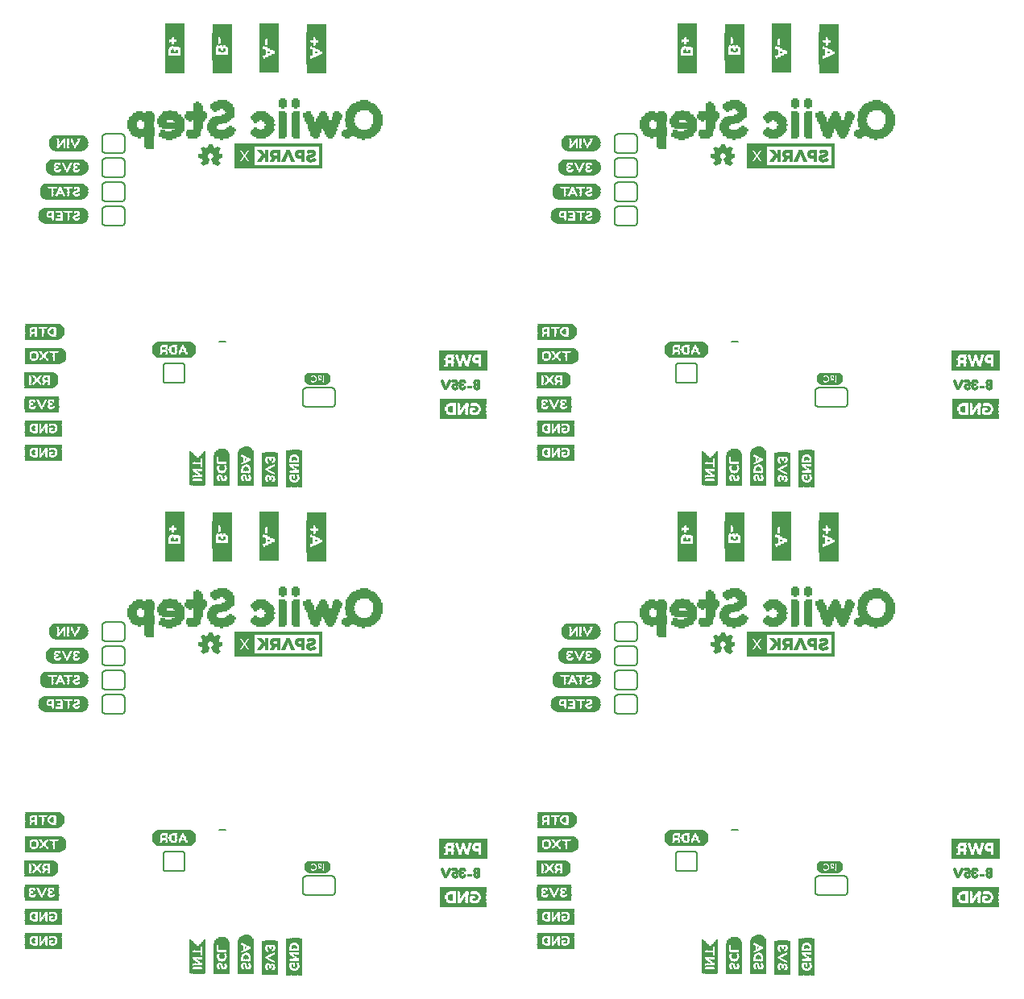
<source format=gbo>
G75*
%MOIN*%
%OFA0B0*%
%FSLAX25Y25*%
%IPPOS*%
%LPD*%
%AMOC8*
5,1,8,0,0,1.08239X$1,22.5*
%
%ADD10R,0.08000X0.04000*%
%ADD11R,0.08000X0.03500*%
%ADD12R,0.08000X0.04500*%
%ADD13R,0.08000X0.05500*%
%ADD14R,0.08000X0.05000*%
%ADD15C,0.00299*%
%ADD16C,0.00800*%
%ADD17C,0.00600*%
%ADD18R,0.01102X0.00157*%
%ADD19R,0.00945X0.00157*%
%ADD20R,0.01732X0.00157*%
%ADD21R,0.00315X0.00157*%
%ADD22R,0.02205X0.00157*%
%ADD23R,0.00787X0.00157*%
%ADD24R,0.02047X0.00157*%
%ADD25R,0.02362X0.00157*%
%ADD26R,0.02520X0.00157*%
%ADD27R,0.02677X0.00157*%
%ADD28R,0.01260X0.00157*%
%ADD29R,0.02992X0.00157*%
%ADD30R,0.00630X0.00157*%
%ADD31R,0.01417X0.00157*%
%ADD32R,0.01890X0.00157*%
%ADD33R,0.02835X0.00157*%
%ADD34R,0.00157X0.00157*%
%ADD35R,0.01575X0.00157*%
%ADD36R,0.00472X0.00157*%
%ADD37R,0.13701X0.00157*%
%ADD38R,0.14646X0.00157*%
%ADD39R,0.15276X0.00157*%
%ADD40R,0.15591X0.00157*%
%ADD41R,0.15906X0.00157*%
%ADD42R,0.16220X0.00157*%
%ADD43R,0.16535X0.00157*%
%ADD44R,0.16850X0.00157*%
%ADD45R,0.04409X0.00157*%
%ADD46R,0.03622X0.00157*%
%ADD47R,0.04567X0.00157*%
%ADD48R,0.03307X0.00157*%
%ADD49R,0.03150X0.00157*%
%ADD50R,0.04252X0.00157*%
%ADD51R,0.04094X0.00157*%
%ADD52R,0.03937X0.00157*%
%ADD53R,0.03465X0.00157*%
%ADD54R,0.03780X0.00157*%
%ADD55R,0.00157X0.14331*%
%ADD56R,0.00157X0.14173*%
%ADD57R,0.00157X0.14016*%
%ADD58R,0.00157X0.13858*%
%ADD59R,0.00157X0.13701*%
%ADD60R,0.00157X0.13543*%
%ADD61R,0.00157X0.13386*%
%ADD62R,0.00157X0.13228*%
%ADD63R,0.00157X0.01890*%
%ADD64R,0.00157X0.00630*%
%ADD65R,0.00157X0.00472*%
%ADD66R,0.00157X0.02047*%
%ADD67R,0.00157X0.01732*%
%ADD68R,0.00157X0.01575*%
%ADD69R,0.00157X0.01417*%
%ADD70R,0.00157X0.01260*%
%ADD71R,0.00157X0.01102*%
%ADD72R,0.00157X0.02677*%
%ADD73R,0.00157X0.00945*%
%ADD74R,0.00157X0.02520*%
%ADD75R,0.00157X0.00787*%
%ADD76R,0.00157X0.02362*%
%ADD77R,0.00157X0.02205*%
%ADD78R,0.00157X0.00315*%
%ADD79R,0.00157X0.02835*%
%ADD80R,0.00157X0.02992*%
%ADD81R,0.00157X0.03150*%
%ADD82R,0.00157X0.03307*%
%ADD83R,0.00157X0.03465*%
%ADD84R,0.00157X0.03780*%
%ADD85R,0.00157X0.07087*%
%ADD86R,0.00157X0.15276*%
%ADD87R,0.00157X0.11024*%
%ADD88R,0.00157X0.14488*%
%ADD89R,0.00157X0.14803*%
%ADD90R,0.00157X0.14961*%
%ADD91R,0.00157X0.15118*%
%ADD92R,0.00157X0.15433*%
%ADD93R,0.00157X0.11969*%
%ADD94R,0.00157X0.04567*%
%ADD95R,0.00157X0.04409*%
%ADD96R,0.00157X0.04252*%
%ADD97R,0.00157X0.04094*%
%ADD98R,0.00157X0.03937*%
%ADD99R,0.00157X0.03622*%
%ADD100R,0.00157X0.12913*%
%ADD101R,0.00157X0.04882*%
%ADD102R,0.00157X0.05039*%
%ADD103R,0.00157X0.05197*%
%ADD104R,0.12756X0.00157*%
%ADD105R,0.14331X0.00157*%
%ADD106R,0.14961X0.00157*%
%ADD107R,0.07087X0.00157*%
%ADD108R,0.05039X0.00157*%
%ADD109R,0.17480X0.00157*%
%ADD110R,0.18110X0.00157*%
%ADD111R,0.18425X0.00157*%
%ADD112R,0.18740X0.00157*%
%ADD113R,0.19055X0.00157*%
%ADD114R,0.14803X0.00157*%
%ADD115R,0.04882X0.00157*%
%ADD116R,0.05197X0.00157*%
%ADD117R,0.05354X0.00157*%
%ADD118R,0.11496X0.00157*%
%ADD119R,0.12441X0.00157*%
%ADD120R,0.13071X0.00157*%
%ADD121R,0.14016X0.00157*%
%ADD122R,0.08661X0.00157*%
%ADD123R,0.02362X0.00591*%
%ADD124R,0.03543X0.00591*%
%ADD125R,0.04134X0.00591*%
%ADD126R,0.06496X0.00591*%
%ADD127R,0.07087X0.00591*%
%ADD128R,0.01181X0.00591*%
%ADD129R,0.08858X0.00591*%
%ADD130R,0.08268X0.00591*%
%ADD131R,0.10039X0.00591*%
%ADD132R,0.09449X0.00591*%
%ADD133R,0.11220X0.00591*%
%ADD134R,0.12402X0.00551*%
%ADD135R,0.01181X0.00551*%
%ADD136R,0.10039X0.00551*%
%ADD137R,0.04134X0.00551*%
%ADD138R,0.13583X0.00591*%
%ADD139R,0.04724X0.00591*%
%ADD140R,0.05315X0.00591*%
%ADD141R,0.01772X0.00591*%
%ADD142R,0.02953X0.00591*%
%ADD143R,0.05906X0.00591*%
%ADD144R,0.03543X0.00551*%
%ADD145R,0.07677X0.00551*%
%ADD146R,0.05315X0.00551*%
%ADD147R,0.09449X0.00551*%
%ADD148R,0.08858X0.00551*%
%ADD149R,0.10630X0.00591*%
%ADD150R,0.14173X0.00591*%
%ADD151R,0.07677X0.00591*%
%ADD152R,0.14173X0.00551*%
%ADD153R,0.06496X0.00551*%
%ADD154R,0.11220X0.00551*%
%ADD155R,0.12992X0.00591*%
%ADD156R,0.12402X0.00591*%
%ADD157R,0.15354X0.00591*%
%ADD158R,0.15354X0.00630*%
%ADD159R,0.04724X0.00630*%
%ADD160R,0.03543X0.00630*%
%ADD161R,0.09449X0.00630*%
%ADD162R,0.10630X0.00630*%
%ADD163R,0.06496X0.00630*%
%ADD164R,0.10039X0.00630*%
%ADD165R,0.14764X0.00591*%
%ADD166R,0.14173X0.00630*%
%ADD167R,0.04134X0.00630*%
%ADD168R,0.07677X0.00630*%
%ADD169R,0.05906X0.00630*%
%ADD170R,0.01772X0.00630*%
%ADD171R,0.01181X0.00630*%
%ADD172R,0.02953X0.00630*%
%ADD173R,0.14488X0.00157*%
%ADD174R,0.15118X0.00157*%
%ADD175R,0.15433X0.00157*%
%ADD176R,0.11024X0.00157*%
%ADD177R,0.11811X0.00157*%
%ADD178R,0.12283X0.00157*%
%ADD179R,0.12598X0.00157*%
%ADD180R,0.12913X0.00157*%
%ADD181R,0.13228X0.00157*%
%ADD182R,0.06614X0.00157*%
%ADD183R,0.16063X0.00157*%
%ADD184R,0.16378X0.00157*%
%ADD185R,0.04724X0.00157*%
%ADD186C,0.00039*%
%ADD187R,0.19094X0.00197*%
%ADD188R,0.04134X0.00197*%
%ADD189R,0.13780X0.00197*%
%ADD190R,0.03740X0.00197*%
%ADD191R,0.01575X0.00197*%
%ADD192R,0.02362X0.00197*%
%ADD193R,0.00787X0.00197*%
%ADD194R,0.03346X0.00197*%
%ADD195R,0.00984X0.00197*%
%ADD196R,0.01969X0.00197*%
%ADD197R,0.00591X0.00197*%
%ADD198R,0.03150X0.00197*%
%ADD199R,0.01772X0.00197*%
%ADD200R,0.02756X0.00197*%
%ADD201R,0.02953X0.00197*%
%ADD202R,0.02559X0.00197*%
%ADD203R,0.01378X0.00197*%
%ADD204R,0.01181X0.00197*%
%ADD205R,0.03543X0.00197*%
%ADD206R,0.02165X0.00197*%
%ADD207R,0.00197X0.00197*%
%ADD208R,0.00394X0.00197*%
%ADD209R,0.02165X0.00236*%
%ADD210R,0.01181X0.00236*%
%ADD211R,0.00591X0.00236*%
%ADD212R,0.00394X0.00236*%
%ADD213R,0.01969X0.00236*%
%ADD214R,0.02559X0.00236*%
%ADD215R,0.00984X0.00236*%
%ADD216R,0.00787X0.00236*%
%ADD217R,0.03543X0.00236*%
%ADD218R,0.03937X0.00197*%
%ADD219R,0.19094X0.00236*%
%ADD220R,0.19094X0.00157*%
%ADD221R,0.19882X0.00197*%
%ADD222R,0.07087X0.00197*%
%ADD223R,0.05118X0.00197*%
%ADD224R,0.07283X0.00197*%
%ADD225R,0.02362X0.00236*%
%ADD226R,0.01378X0.00236*%
%ADD227R,0.03937X0.00236*%
%ADD228R,0.01772X0.00236*%
%ADD229R,0.04331X0.00197*%
%ADD230R,0.04331X0.00236*%
%ADD231R,0.01575X0.00236*%
%ADD232R,0.04724X0.00197*%
%ADD233R,0.19882X0.00236*%
%ADD234R,0.19882X0.00157*%
%ADD235R,0.00197X0.13189*%
%ADD236R,0.00197X0.04331*%
%ADD237R,0.00197X0.08071*%
%ADD238R,0.00197X0.04134*%
%ADD239R,0.00197X0.07874*%
%ADD240R,0.00197X0.03937*%
%ADD241R,0.00197X0.07677*%
%ADD242R,0.00197X0.03740*%
%ADD243R,0.00197X0.07480*%
%ADD244R,0.00197X0.03543*%
%ADD245R,0.00197X0.07283*%
%ADD246R,0.00197X0.02953*%
%ADD247R,0.00197X0.03346*%
%ADD248R,0.00197X0.02756*%
%ADD249R,0.00197X0.03150*%
%ADD250R,0.00197X0.00394*%
%ADD251R,0.00197X0.02559*%
%ADD252R,0.00197X0.00787*%
%ADD253R,0.00197X0.01378*%
%ADD254R,0.00236X0.02953*%
%ADD255R,0.00236X0.00787*%
%ADD256R,0.00236X0.01181*%
%ADD257R,0.00236X0.02165*%
%ADD258R,0.00197X0.00984*%
%ADD259R,0.00197X0.02165*%
%ADD260R,0.00197X0.02362*%
%ADD261R,0.00236X0.02559*%
%ADD262R,0.00236X0.01772*%
%ADD263R,0.00236X0.03346*%
%ADD264R,0.00197X0.01969*%
%ADD265R,0.00197X0.01772*%
%ADD266R,0.00197X0.01575*%
%ADD267R,0.00236X0.02756*%
%ADD268R,0.00236X0.03543*%
%ADD269R,0.00197X0.06102*%
%ADD270R,0.00236X0.13189*%
%ADD271R,0.00157X0.13189*%
%ADD272R,0.00197X0.12402*%
%ADD273R,0.00197X0.07087*%
%ADD274R,0.00197X0.06890*%
%ADD275R,0.00197X0.06693*%
%ADD276R,0.00197X0.06496*%
%ADD277R,0.00197X0.06299*%
%ADD278R,0.00197X0.00591*%
%ADD279R,0.00236X0.05906*%
%ADD280R,0.00236X0.02362*%
%ADD281R,0.00197X0.05315*%
%ADD282R,0.00197X0.05118*%
%ADD283R,0.00236X0.05118*%
%ADD284R,0.00197X0.05512*%
%ADD285R,0.00236X0.12402*%
%ADD286R,0.00157X0.12402*%
%ADD287R,0.00236X0.00591*%
%ADD288R,0.00236X0.01575*%
%ADD289R,0.00197X0.11614*%
%ADD290R,0.00197X0.05906*%
%ADD291R,0.00197X0.05709*%
%ADD292R,0.00197X0.01181*%
%ADD293R,0.00236X0.05315*%
%ADD294R,0.00236X0.01378*%
%ADD295R,0.00236X0.00394*%
%ADD296R,0.00236X0.11614*%
%ADD297R,0.00157X0.11614*%
%ADD298R,0.17165X0.00157*%
%ADD299R,0.17795X0.00157*%
%ADD300R,0.14173X0.00157*%
%ADD301R,0.07205X0.00118*%
%ADD302R,0.07913X0.00118*%
%ADD303R,0.08386X0.00079*%
%ADD304R,0.08858X0.00157*%
%ADD305R,0.09094X0.00118*%
%ADD306R,0.09331X0.00118*%
%ADD307R,0.09567X0.00079*%
%ADD308R,0.03661X0.00118*%
%ADD309R,0.02126X0.00118*%
%ADD310R,0.02953X0.00118*%
%ADD311R,0.02244X0.00157*%
%ADD312R,0.00591X0.00157*%
%ADD313R,0.01535X0.00157*%
%ADD314R,0.02598X0.00157*%
%ADD315R,0.02244X0.00118*%
%ADD316R,0.00472X0.00118*%
%ADD317R,0.01181X0.00118*%
%ADD318R,0.02362X0.00118*%
%ADD319R,0.00945X0.00118*%
%ADD320R,0.00354X0.00118*%
%ADD321R,0.00827X0.00118*%
%ADD322R,0.02480X0.00157*%
%ADD323R,0.00354X0.00157*%
%ADD324R,0.00236X0.00157*%
%ADD325R,0.02480X0.00118*%
%ADD326R,0.02598X0.00118*%
%ADD327R,0.01063X0.00118*%
%ADD328R,0.02835X0.00118*%
%ADD329R,0.04370X0.00118*%
%ADD330R,0.00591X0.00118*%
%ADD331R,0.04488X0.00118*%
%ADD332R,0.00709X0.00157*%
%ADD333R,0.04488X0.00157*%
%ADD334R,0.00236X0.00118*%
%ADD335R,0.00118X0.00118*%
%ADD336R,0.00118X0.00157*%
%ADD337R,0.04370X0.00157*%
%ADD338R,0.04252X0.00118*%
%ADD339R,0.02717X0.00118*%
%ADD340R,0.03071X0.00157*%
%ADD341R,0.03425X0.00118*%
%ADD342R,0.09567X0.00118*%
%ADD343R,0.08858X0.00118*%
%ADD344R,0.08386X0.00118*%
D10*
X0148250Y0210000D03*
X0167750Y0209500D03*
X0360250Y0210000D03*
X0379750Y0209500D03*
X0379750Y0411500D03*
X0360250Y0412000D03*
X0167750Y0411500D03*
X0148250Y0412000D03*
D11*
X0167750Y0428250D03*
X0379750Y0428250D03*
X0379750Y0226250D03*
X0167750Y0226250D03*
D12*
X0148250Y0225750D03*
X0109250Y0225750D03*
X0321250Y0225750D03*
X0360250Y0225750D03*
X0360250Y0427750D03*
X0321250Y0427750D03*
X0148250Y0427750D03*
X0109250Y0427750D03*
D13*
X0128750Y0427250D03*
X0128750Y0412250D03*
X0340750Y0412250D03*
X0340750Y0427250D03*
X0340750Y0225250D03*
X0340750Y0210250D03*
X0128750Y0210250D03*
X0128750Y0225250D03*
D14*
X0109250Y0210000D03*
X0321250Y0210000D03*
X0321250Y0412000D03*
X0109250Y0412000D03*
D15*
X0123133Y0380293D02*
X0124393Y0380293D01*
X0124630Y0378915D01*
X0124669Y0378915D01*
X0124748Y0378875D01*
X0124826Y0378875D01*
X0124866Y0378836D01*
X0124944Y0378836D01*
X0125023Y0378797D01*
X0125063Y0378797D01*
X0125141Y0378757D01*
X0125181Y0378718D01*
X0125259Y0378718D01*
X0125299Y0378679D01*
X0125378Y0378639D01*
X0125417Y0378600D01*
X0125496Y0378600D01*
X0125535Y0378561D01*
X0125614Y0378521D01*
X0126756Y0379309D01*
X0127622Y0378442D01*
X0126834Y0377301D01*
X0126874Y0377261D01*
X0126874Y0377183D01*
X0126913Y0377143D01*
X0126952Y0377064D01*
X0126992Y0377025D01*
X0126992Y0376946D01*
X0127031Y0376907D01*
X0127070Y0376828D01*
X0127070Y0376789D01*
X0127149Y0376631D01*
X0127149Y0376592D01*
X0127189Y0376513D01*
X0127189Y0376474D01*
X0127228Y0376395D01*
X0127228Y0376316D01*
X0128606Y0376080D01*
X0128606Y0374820D01*
X0127228Y0374584D01*
X0127228Y0374545D01*
X0127189Y0374466D01*
X0127189Y0374387D01*
X0127149Y0374348D01*
X0127149Y0374269D01*
X0127110Y0374230D01*
X0127070Y0374151D01*
X0127070Y0374072D01*
X0127031Y0374033D01*
X0127031Y0373954D01*
X0126992Y0373915D01*
X0126952Y0373836D01*
X0126913Y0373797D01*
X0126874Y0373718D01*
X0126874Y0373679D01*
X0126834Y0373600D01*
X0127622Y0372498D01*
X0126756Y0371592D01*
X0125614Y0372379D01*
X0125574Y0372379D01*
X0125535Y0372340D01*
X0125496Y0372340D01*
X0125456Y0372301D01*
X0125417Y0372301D01*
X0125378Y0372261D01*
X0125338Y0372261D01*
X0125299Y0372222D01*
X0125259Y0372222D01*
X0125220Y0372183D01*
X0125181Y0372183D01*
X0125141Y0372143D01*
X0125063Y0372143D01*
X0125023Y0372104D01*
X0124236Y0374230D01*
X0124354Y0374269D01*
X0124511Y0374348D01*
X0124590Y0374427D01*
X0124669Y0374466D01*
X0124748Y0374545D01*
X0124787Y0374623D01*
X0124866Y0374702D01*
X0124944Y0374860D01*
X0124984Y0374978D01*
X0125063Y0375135D01*
X0125063Y0375253D01*
X0125102Y0375372D01*
X0125102Y0375608D01*
X0124944Y0376080D01*
X0124787Y0376316D01*
X0124708Y0376395D01*
X0124590Y0376474D01*
X0124511Y0376553D01*
X0124393Y0376631D01*
X0124275Y0376671D01*
X0124157Y0376749D01*
X0124039Y0376749D01*
X0123881Y0376789D01*
X0123606Y0376789D01*
X0123488Y0376749D01*
X0123370Y0376749D01*
X0123252Y0376671D01*
X0123133Y0376631D01*
X0122897Y0376474D01*
X0122740Y0376316D01*
X0122582Y0376080D01*
X0122543Y0375962D01*
X0122464Y0375844D01*
X0122464Y0375726D01*
X0122425Y0375608D01*
X0122425Y0375253D01*
X0122464Y0375135D01*
X0122464Y0375057D01*
X0122504Y0374978D01*
X0122543Y0374860D01*
X0122582Y0374781D01*
X0122661Y0374702D01*
X0122700Y0374623D01*
X0122858Y0374466D01*
X0122937Y0374427D01*
X0123015Y0374348D01*
X0123252Y0374230D01*
X0122464Y0372104D01*
X0122464Y0372143D01*
X0122385Y0372143D01*
X0122346Y0372183D01*
X0122307Y0372183D01*
X0122267Y0372222D01*
X0122228Y0372222D01*
X0122189Y0372261D01*
X0122110Y0372261D01*
X0122070Y0372301D01*
X0122031Y0372301D01*
X0121952Y0372379D01*
X0121913Y0372379D01*
X0120771Y0371592D01*
X0119866Y0372498D01*
X0120693Y0373600D01*
X0120653Y0373679D01*
X0120614Y0373718D01*
X0120574Y0373797D01*
X0120574Y0373836D01*
X0120535Y0373915D01*
X0120496Y0373954D01*
X0120456Y0374033D01*
X0120456Y0374072D01*
X0120378Y0374230D01*
X0120378Y0374269D01*
X0120338Y0374348D01*
X0120338Y0374387D01*
X0120299Y0374466D01*
X0120299Y0374545D01*
X0120259Y0374584D01*
X0118881Y0374820D01*
X0118881Y0376080D01*
X0120299Y0376316D01*
X0120299Y0376474D01*
X0120338Y0376513D01*
X0120338Y0376592D01*
X0120378Y0376631D01*
X0120417Y0376710D01*
X0120417Y0376789D01*
X0120456Y0376828D01*
X0120456Y0376907D01*
X0120496Y0376946D01*
X0120535Y0377025D01*
X0120574Y0377064D01*
X0120574Y0377143D01*
X0120614Y0377183D01*
X0120653Y0377261D01*
X0120693Y0377301D01*
X0119866Y0378442D01*
X0120771Y0379309D01*
X0121913Y0378521D01*
X0121952Y0378561D01*
X0122031Y0378600D01*
X0122070Y0378600D01*
X0122149Y0378639D01*
X0122189Y0378679D01*
X0122267Y0378718D01*
X0122307Y0378718D01*
X0122385Y0378757D01*
X0122425Y0378797D01*
X0122504Y0378797D01*
X0122582Y0378836D01*
X0122622Y0378836D01*
X0122700Y0378875D01*
X0122740Y0378875D01*
X0122819Y0378915D01*
X0122897Y0378915D01*
X0123133Y0380293D01*
X0123102Y0380112D02*
X0124424Y0380112D01*
X0124475Y0379814D02*
X0123051Y0379814D01*
X0123000Y0379516D02*
X0124526Y0379516D01*
X0124577Y0379219D02*
X0122949Y0379219D01*
X0122898Y0378921D02*
X0124628Y0378921D01*
X0125393Y0378623D02*
X0122117Y0378623D01*
X0121765Y0378623D02*
X0120055Y0378623D01*
X0119950Y0378326D02*
X0127541Y0378326D01*
X0127441Y0378623D02*
X0125762Y0378623D01*
X0126194Y0378921D02*
X0127143Y0378921D01*
X0126845Y0379219D02*
X0126625Y0379219D01*
X0127336Y0378028D02*
X0120166Y0378028D01*
X0120382Y0377730D02*
X0127130Y0377730D01*
X0126925Y0377432D02*
X0120597Y0377432D01*
X0120574Y0377135D02*
X0126917Y0377135D01*
X0127066Y0376837D02*
X0120456Y0376837D01*
X0120338Y0376539D02*
X0122995Y0376539D01*
X0122690Y0376242D02*
X0119850Y0376242D01*
X0118881Y0375944D02*
X0122531Y0375944D01*
X0122438Y0375646D02*
X0118881Y0375646D01*
X0118881Y0375348D02*
X0122425Y0375348D01*
X0122467Y0375051D02*
X0118881Y0375051D01*
X0119275Y0374753D02*
X0122610Y0374753D01*
X0122880Y0374455D02*
X0120304Y0374455D01*
X0120414Y0374157D02*
X0123225Y0374157D01*
X0123115Y0373860D02*
X0120563Y0373860D01*
X0120664Y0373562D02*
X0123004Y0373562D01*
X0122894Y0373264D02*
X0120441Y0373264D01*
X0120218Y0372967D02*
X0122784Y0372967D01*
X0122673Y0372669D02*
X0119994Y0372669D01*
X0119992Y0372371D02*
X0121901Y0372371D01*
X0121961Y0372371D02*
X0122563Y0372371D01*
X0121469Y0372073D02*
X0120290Y0372073D01*
X0120588Y0371776D02*
X0121038Y0371776D01*
X0124704Y0372967D02*
X0127287Y0372967D01*
X0127074Y0373264D02*
X0124593Y0373264D01*
X0124483Y0373562D02*
X0126861Y0373562D01*
X0126964Y0373860D02*
X0124373Y0373860D01*
X0124263Y0374157D02*
X0127074Y0374157D01*
X0127189Y0374455D02*
X0124647Y0374455D01*
X0124891Y0374753D02*
X0128213Y0374753D01*
X0128606Y0375051D02*
X0125020Y0375051D01*
X0125094Y0375348D02*
X0128606Y0375348D01*
X0128606Y0375646D02*
X0125089Y0375646D01*
X0124990Y0375944D02*
X0128606Y0375944D01*
X0127665Y0376242D02*
X0124837Y0376242D01*
X0124525Y0376539D02*
X0127176Y0376539D01*
X0127499Y0372669D02*
X0124814Y0372669D01*
X0124924Y0372371D02*
X0125566Y0372371D01*
X0125626Y0372371D02*
X0127501Y0372371D01*
X0127216Y0372073D02*
X0126057Y0372073D01*
X0126489Y0371776D02*
X0126931Y0371776D01*
X0121333Y0378921D02*
X0120366Y0378921D01*
X0120677Y0379219D02*
X0120901Y0379219D01*
X0330881Y0376080D02*
X0332299Y0376316D01*
X0332299Y0376474D01*
X0332338Y0376513D01*
X0332338Y0376592D01*
X0332378Y0376631D01*
X0332417Y0376710D01*
X0332417Y0376789D01*
X0332456Y0376828D01*
X0332456Y0376907D01*
X0332496Y0376946D01*
X0332535Y0377025D01*
X0332574Y0377064D01*
X0332574Y0377143D01*
X0332614Y0377183D01*
X0332653Y0377261D01*
X0332693Y0377301D01*
X0331866Y0378442D01*
X0332771Y0379309D01*
X0333913Y0378521D01*
X0333952Y0378561D01*
X0334031Y0378600D01*
X0334070Y0378600D01*
X0334149Y0378639D01*
X0334189Y0378679D01*
X0334267Y0378718D01*
X0334307Y0378718D01*
X0334385Y0378757D01*
X0334425Y0378797D01*
X0334504Y0378797D01*
X0334582Y0378836D01*
X0334622Y0378836D01*
X0334700Y0378875D01*
X0334740Y0378875D01*
X0334819Y0378915D01*
X0334897Y0378915D01*
X0335133Y0380293D01*
X0336393Y0380293D01*
X0336630Y0378915D01*
X0336669Y0378915D01*
X0336748Y0378875D01*
X0336826Y0378875D01*
X0336866Y0378836D01*
X0336944Y0378836D01*
X0337023Y0378797D01*
X0337063Y0378797D01*
X0337141Y0378757D01*
X0337181Y0378718D01*
X0337259Y0378718D01*
X0337299Y0378679D01*
X0337378Y0378639D01*
X0337417Y0378600D01*
X0337496Y0378600D01*
X0337535Y0378561D01*
X0337614Y0378521D01*
X0338756Y0379309D01*
X0339622Y0378442D01*
X0338834Y0377301D01*
X0338874Y0377261D01*
X0338874Y0377183D01*
X0338913Y0377143D01*
X0338952Y0377064D01*
X0338992Y0377025D01*
X0338992Y0376946D01*
X0339031Y0376907D01*
X0339070Y0376828D01*
X0339070Y0376789D01*
X0339149Y0376631D01*
X0339149Y0376592D01*
X0339189Y0376513D01*
X0339189Y0376474D01*
X0339228Y0376395D01*
X0339228Y0376316D01*
X0340606Y0376080D01*
X0340606Y0374820D01*
X0339228Y0374584D01*
X0339228Y0374545D01*
X0339189Y0374466D01*
X0339189Y0374387D01*
X0339149Y0374348D01*
X0339149Y0374269D01*
X0339110Y0374230D01*
X0339070Y0374151D01*
X0339070Y0374072D01*
X0339031Y0374033D01*
X0339031Y0373954D01*
X0338992Y0373915D01*
X0338952Y0373836D01*
X0338913Y0373797D01*
X0338874Y0373718D01*
X0338874Y0373679D01*
X0338834Y0373600D01*
X0339622Y0372498D01*
X0338756Y0371592D01*
X0337614Y0372379D01*
X0337574Y0372379D01*
X0337535Y0372340D01*
X0337496Y0372340D01*
X0337456Y0372301D01*
X0337417Y0372301D01*
X0337378Y0372261D01*
X0337338Y0372261D01*
X0337299Y0372222D01*
X0337259Y0372222D01*
X0337220Y0372183D01*
X0337181Y0372183D01*
X0337141Y0372143D01*
X0337063Y0372143D01*
X0337023Y0372104D01*
X0336236Y0374230D01*
X0336354Y0374269D01*
X0336511Y0374348D01*
X0336590Y0374427D01*
X0336669Y0374466D01*
X0336748Y0374545D01*
X0336787Y0374623D01*
X0336866Y0374702D01*
X0336944Y0374860D01*
X0336984Y0374978D01*
X0337063Y0375135D01*
X0337063Y0375253D01*
X0337102Y0375372D01*
X0337102Y0375608D01*
X0336944Y0376080D01*
X0336787Y0376316D01*
X0336708Y0376395D01*
X0336590Y0376474D01*
X0336511Y0376553D01*
X0336393Y0376631D01*
X0336275Y0376671D01*
X0336157Y0376749D01*
X0336039Y0376749D01*
X0335881Y0376789D01*
X0335606Y0376789D01*
X0335488Y0376749D01*
X0335370Y0376749D01*
X0335252Y0376671D01*
X0335133Y0376631D01*
X0334897Y0376474D01*
X0334740Y0376316D01*
X0334582Y0376080D01*
X0334543Y0375962D01*
X0334464Y0375844D01*
X0334464Y0375726D01*
X0334425Y0375608D01*
X0334425Y0375253D01*
X0334464Y0375135D01*
X0334464Y0375057D01*
X0334504Y0374978D01*
X0334543Y0374860D01*
X0334582Y0374781D01*
X0334661Y0374702D01*
X0334700Y0374623D01*
X0334858Y0374466D01*
X0334937Y0374427D01*
X0335015Y0374348D01*
X0335252Y0374230D01*
X0334464Y0372104D01*
X0334464Y0372143D01*
X0334385Y0372143D01*
X0334346Y0372183D01*
X0334307Y0372183D01*
X0334267Y0372222D01*
X0334228Y0372222D01*
X0334189Y0372261D01*
X0334110Y0372261D01*
X0334070Y0372301D01*
X0334031Y0372301D01*
X0333952Y0372379D01*
X0333913Y0372379D01*
X0332771Y0371592D01*
X0331866Y0372498D01*
X0332693Y0373600D01*
X0332653Y0373679D01*
X0332614Y0373718D01*
X0332574Y0373797D01*
X0332574Y0373836D01*
X0332535Y0373915D01*
X0332496Y0373954D01*
X0332456Y0374033D01*
X0332456Y0374072D01*
X0332378Y0374230D01*
X0332378Y0374269D01*
X0332338Y0374348D01*
X0332338Y0374387D01*
X0332299Y0374466D01*
X0332299Y0374545D01*
X0332259Y0374584D01*
X0330881Y0374820D01*
X0330881Y0376080D01*
X0330881Y0375944D02*
X0334531Y0375944D01*
X0334438Y0375646D02*
X0330881Y0375646D01*
X0330881Y0375348D02*
X0334425Y0375348D01*
X0334467Y0375051D02*
X0330881Y0375051D01*
X0331275Y0374753D02*
X0334610Y0374753D01*
X0334880Y0374455D02*
X0332304Y0374455D01*
X0332414Y0374157D02*
X0335225Y0374157D01*
X0335115Y0373860D02*
X0332563Y0373860D01*
X0332664Y0373562D02*
X0335004Y0373562D01*
X0334894Y0373264D02*
X0332441Y0373264D01*
X0332218Y0372967D02*
X0334784Y0372967D01*
X0334673Y0372669D02*
X0331994Y0372669D01*
X0331992Y0372371D02*
X0333901Y0372371D01*
X0333961Y0372371D02*
X0334563Y0372371D01*
X0333469Y0372073D02*
X0332290Y0372073D01*
X0332588Y0371776D02*
X0333038Y0371776D01*
X0336704Y0372967D02*
X0339287Y0372967D01*
X0339074Y0373264D02*
X0336593Y0373264D01*
X0336483Y0373562D02*
X0338861Y0373562D01*
X0338964Y0373860D02*
X0336373Y0373860D01*
X0336263Y0374157D02*
X0339074Y0374157D01*
X0339189Y0374455D02*
X0336647Y0374455D01*
X0336891Y0374753D02*
X0340213Y0374753D01*
X0340606Y0375051D02*
X0337020Y0375051D01*
X0337094Y0375348D02*
X0340606Y0375348D01*
X0340606Y0375646D02*
X0337089Y0375646D01*
X0336990Y0375944D02*
X0340606Y0375944D01*
X0339665Y0376242D02*
X0336837Y0376242D01*
X0336525Y0376539D02*
X0339176Y0376539D01*
X0339066Y0376837D02*
X0332456Y0376837D01*
X0332338Y0376539D02*
X0334995Y0376539D01*
X0334690Y0376242D02*
X0331850Y0376242D01*
X0332574Y0377135D02*
X0338917Y0377135D01*
X0338925Y0377432D02*
X0332597Y0377432D01*
X0332382Y0377730D02*
X0339130Y0377730D01*
X0339336Y0378028D02*
X0332166Y0378028D01*
X0331950Y0378326D02*
X0339541Y0378326D01*
X0339441Y0378623D02*
X0337762Y0378623D01*
X0337393Y0378623D02*
X0334117Y0378623D01*
X0333765Y0378623D02*
X0332055Y0378623D01*
X0332366Y0378921D02*
X0333333Y0378921D01*
X0332901Y0379219D02*
X0332677Y0379219D01*
X0334898Y0378921D02*
X0336628Y0378921D01*
X0336577Y0379219D02*
X0334949Y0379219D01*
X0335000Y0379516D02*
X0336526Y0379516D01*
X0336475Y0379814D02*
X0335051Y0379814D01*
X0335102Y0380112D02*
X0336424Y0380112D01*
X0338194Y0378921D02*
X0339143Y0378921D01*
X0338845Y0379219D02*
X0338625Y0379219D01*
X0339499Y0372669D02*
X0336814Y0372669D01*
X0336924Y0372371D02*
X0337566Y0372371D01*
X0337626Y0372371D02*
X0339501Y0372371D01*
X0339216Y0372073D02*
X0338057Y0372073D01*
X0338489Y0371776D02*
X0338931Y0371776D01*
X0336393Y0178293D02*
X0336630Y0176915D01*
X0336669Y0176915D01*
X0336748Y0176875D01*
X0336826Y0176875D01*
X0336866Y0176836D01*
X0336944Y0176836D01*
X0337023Y0176797D01*
X0337063Y0176797D01*
X0337141Y0176757D01*
X0337181Y0176718D01*
X0337259Y0176718D01*
X0337299Y0176679D01*
X0337378Y0176639D01*
X0337417Y0176600D01*
X0337496Y0176600D01*
X0337535Y0176561D01*
X0337614Y0176521D01*
X0338756Y0177309D01*
X0339622Y0176442D01*
X0338834Y0175301D01*
X0338874Y0175261D01*
X0338874Y0175183D01*
X0338913Y0175143D01*
X0338952Y0175064D01*
X0338992Y0175025D01*
X0338992Y0174946D01*
X0339031Y0174907D01*
X0339070Y0174828D01*
X0339070Y0174789D01*
X0339149Y0174631D01*
X0339149Y0174592D01*
X0339189Y0174513D01*
X0339189Y0174474D01*
X0339228Y0174395D01*
X0339228Y0174316D01*
X0340606Y0174080D01*
X0340606Y0172820D01*
X0339228Y0172584D01*
X0339228Y0172545D01*
X0339189Y0172466D01*
X0339189Y0172387D01*
X0339149Y0172348D01*
X0339149Y0172269D01*
X0339110Y0172230D01*
X0339070Y0172151D01*
X0339070Y0172072D01*
X0339031Y0172033D01*
X0339031Y0171954D01*
X0338992Y0171915D01*
X0338952Y0171836D01*
X0338913Y0171797D01*
X0338874Y0171718D01*
X0338874Y0171679D01*
X0338834Y0171600D01*
X0339622Y0170498D01*
X0338756Y0169592D01*
X0337614Y0170379D01*
X0337574Y0170379D01*
X0337535Y0170340D01*
X0337496Y0170340D01*
X0337456Y0170301D01*
X0337417Y0170301D01*
X0337378Y0170261D01*
X0337338Y0170261D01*
X0337299Y0170222D01*
X0337259Y0170222D01*
X0337220Y0170183D01*
X0337181Y0170183D01*
X0337141Y0170143D01*
X0337063Y0170143D01*
X0337023Y0170104D01*
X0336236Y0172230D01*
X0336354Y0172269D01*
X0336511Y0172348D01*
X0336590Y0172427D01*
X0336669Y0172466D01*
X0336748Y0172545D01*
X0336787Y0172623D01*
X0336866Y0172702D01*
X0336944Y0172860D01*
X0336984Y0172978D01*
X0337063Y0173135D01*
X0337063Y0173253D01*
X0337102Y0173372D01*
X0337102Y0173608D01*
X0336944Y0174080D01*
X0336787Y0174316D01*
X0336708Y0174395D01*
X0336590Y0174474D01*
X0336511Y0174553D01*
X0336393Y0174631D01*
X0336275Y0174671D01*
X0336157Y0174749D01*
X0336039Y0174749D01*
X0335881Y0174789D01*
X0335606Y0174789D01*
X0335488Y0174749D01*
X0335370Y0174749D01*
X0335252Y0174671D01*
X0335133Y0174631D01*
X0334897Y0174474D01*
X0334740Y0174316D01*
X0334582Y0174080D01*
X0334543Y0173962D01*
X0334464Y0173844D01*
X0334464Y0173726D01*
X0334425Y0173608D01*
X0334425Y0173253D01*
X0334464Y0173135D01*
X0334464Y0173057D01*
X0334504Y0172978D01*
X0334543Y0172860D01*
X0334582Y0172781D01*
X0334661Y0172702D01*
X0334700Y0172623D01*
X0334858Y0172466D01*
X0334937Y0172427D01*
X0335015Y0172348D01*
X0335252Y0172230D01*
X0334464Y0170104D01*
X0334464Y0170143D01*
X0334385Y0170143D01*
X0334346Y0170183D01*
X0334307Y0170183D01*
X0334267Y0170222D01*
X0334228Y0170222D01*
X0334189Y0170261D01*
X0334110Y0170261D01*
X0334070Y0170301D01*
X0334031Y0170301D01*
X0333952Y0170379D01*
X0333913Y0170379D01*
X0332771Y0169592D01*
X0331866Y0170498D01*
X0332693Y0171600D01*
X0332653Y0171679D01*
X0332614Y0171718D01*
X0332574Y0171797D01*
X0332574Y0171836D01*
X0332535Y0171915D01*
X0332496Y0171954D01*
X0332456Y0172033D01*
X0332456Y0172072D01*
X0332378Y0172230D01*
X0332378Y0172269D01*
X0332338Y0172348D01*
X0332338Y0172387D01*
X0332299Y0172466D01*
X0332299Y0172545D01*
X0332259Y0172584D01*
X0330881Y0172820D01*
X0330881Y0174080D01*
X0332299Y0174316D01*
X0332299Y0174474D01*
X0332338Y0174513D01*
X0332338Y0174592D01*
X0332378Y0174631D01*
X0332417Y0174710D01*
X0332417Y0174789D01*
X0332456Y0174828D01*
X0332456Y0174907D01*
X0332496Y0174946D01*
X0332535Y0175025D01*
X0332574Y0175064D01*
X0332574Y0175143D01*
X0332614Y0175183D01*
X0332653Y0175261D01*
X0332693Y0175301D01*
X0331866Y0176442D01*
X0332771Y0177309D01*
X0333913Y0176521D01*
X0333952Y0176561D01*
X0334031Y0176600D01*
X0334070Y0176600D01*
X0334149Y0176639D01*
X0334189Y0176679D01*
X0334267Y0176718D01*
X0334307Y0176718D01*
X0334385Y0176757D01*
X0334425Y0176797D01*
X0334504Y0176797D01*
X0334582Y0176836D01*
X0334622Y0176836D01*
X0334700Y0176875D01*
X0334740Y0176875D01*
X0334819Y0176915D01*
X0334897Y0176915D01*
X0335133Y0178293D01*
X0336393Y0178293D01*
X0336400Y0178255D02*
X0335127Y0178255D01*
X0335076Y0177957D02*
X0336451Y0177957D01*
X0336502Y0177660D02*
X0335025Y0177660D01*
X0334974Y0177362D02*
X0336553Y0177362D01*
X0336604Y0177064D02*
X0334923Y0177064D01*
X0334395Y0176767D02*
X0337123Y0176767D01*
X0337970Y0176767D02*
X0339298Y0176767D01*
X0339000Y0177064D02*
X0338401Y0177064D01*
X0339595Y0176469D02*
X0331893Y0176469D01*
X0332062Y0176171D02*
X0339435Y0176171D01*
X0339229Y0175873D02*
X0332278Y0175873D01*
X0332493Y0175576D02*
X0339024Y0175576D01*
X0338857Y0175278D02*
X0332670Y0175278D01*
X0332513Y0174980D02*
X0338992Y0174980D01*
X0339124Y0174682D02*
X0336258Y0174682D01*
X0336719Y0174385D02*
X0339228Y0174385D01*
X0340566Y0174087D02*
X0336940Y0174087D01*
X0337041Y0173789D02*
X0340606Y0173789D01*
X0340606Y0173492D02*
X0337102Y0173492D01*
X0337063Y0173194D02*
X0340606Y0173194D01*
X0340606Y0172896D02*
X0336957Y0172896D01*
X0336774Y0172598D02*
X0339311Y0172598D01*
X0339149Y0172301D02*
X0336417Y0172301D01*
X0336320Y0172003D02*
X0339031Y0172003D01*
X0338874Y0171705D02*
X0336430Y0171705D01*
X0336540Y0171407D02*
X0338972Y0171407D01*
X0339184Y0171110D02*
X0336651Y0171110D01*
X0336761Y0170812D02*
X0339397Y0170812D01*
X0339610Y0170514D02*
X0336871Y0170514D01*
X0336981Y0170217D02*
X0337254Y0170217D01*
X0337850Y0170217D02*
X0339353Y0170217D01*
X0339068Y0169919D02*
X0338282Y0169919D01*
X0338713Y0169621D02*
X0338783Y0169621D01*
X0334837Y0171110D02*
X0332325Y0171110D01*
X0332548Y0171407D02*
X0334947Y0171407D01*
X0335057Y0171705D02*
X0332627Y0171705D01*
X0332471Y0172003D02*
X0335168Y0172003D01*
X0335110Y0172301D02*
X0332362Y0172301D01*
X0332176Y0172598D02*
X0334726Y0172598D01*
X0334531Y0172896D02*
X0330881Y0172896D01*
X0330881Y0173194D02*
X0334445Y0173194D01*
X0334425Y0173492D02*
X0330881Y0173492D01*
X0330881Y0173789D02*
X0334464Y0173789D01*
X0334587Y0174087D02*
X0330922Y0174087D01*
X0332299Y0174385D02*
X0334808Y0174385D01*
X0335269Y0174682D02*
X0332403Y0174682D01*
X0332205Y0176767D02*
X0333557Y0176767D01*
X0333125Y0177064D02*
X0332516Y0177064D01*
X0332102Y0170812D02*
X0334726Y0170812D01*
X0334616Y0170514D02*
X0331878Y0170514D01*
X0332147Y0170217D02*
X0333677Y0170217D01*
X0333245Y0169919D02*
X0332444Y0169919D01*
X0332742Y0169621D02*
X0332814Y0169621D01*
X0334273Y0170217D02*
X0334506Y0170217D01*
X0128606Y0172820D02*
X0127228Y0172584D01*
X0127228Y0172545D01*
X0127189Y0172466D01*
X0127189Y0172387D01*
X0127149Y0172348D01*
X0127149Y0172269D01*
X0127110Y0172230D01*
X0127070Y0172151D01*
X0127070Y0172072D01*
X0127031Y0172033D01*
X0127031Y0171954D01*
X0126992Y0171915D01*
X0126952Y0171836D01*
X0126913Y0171797D01*
X0126874Y0171718D01*
X0126874Y0171679D01*
X0126834Y0171600D01*
X0127622Y0170498D01*
X0126756Y0169592D01*
X0125614Y0170379D01*
X0125574Y0170379D01*
X0125535Y0170340D01*
X0125496Y0170340D01*
X0125456Y0170301D01*
X0125417Y0170301D01*
X0125378Y0170261D01*
X0125338Y0170261D01*
X0125299Y0170222D01*
X0125259Y0170222D01*
X0125220Y0170183D01*
X0125181Y0170183D01*
X0125141Y0170143D01*
X0125063Y0170143D01*
X0125023Y0170104D01*
X0124236Y0172230D01*
X0124354Y0172269D01*
X0124511Y0172348D01*
X0124590Y0172427D01*
X0124669Y0172466D01*
X0124748Y0172545D01*
X0124787Y0172623D01*
X0124866Y0172702D01*
X0124944Y0172860D01*
X0124984Y0172978D01*
X0125063Y0173135D01*
X0125063Y0173253D01*
X0125102Y0173372D01*
X0125102Y0173608D01*
X0124944Y0174080D01*
X0124787Y0174316D01*
X0124708Y0174395D01*
X0124590Y0174474D01*
X0124511Y0174553D01*
X0124393Y0174631D01*
X0124275Y0174671D01*
X0124157Y0174749D01*
X0124039Y0174749D01*
X0123881Y0174789D01*
X0123606Y0174789D01*
X0123488Y0174749D01*
X0123370Y0174749D01*
X0123252Y0174671D01*
X0123133Y0174631D01*
X0122897Y0174474D01*
X0122740Y0174316D01*
X0122582Y0174080D01*
X0122543Y0173962D01*
X0122464Y0173844D01*
X0122464Y0173726D01*
X0122425Y0173608D01*
X0122425Y0173253D01*
X0122464Y0173135D01*
X0122464Y0173057D01*
X0122504Y0172978D01*
X0122543Y0172860D01*
X0122582Y0172781D01*
X0122661Y0172702D01*
X0122700Y0172623D01*
X0122858Y0172466D01*
X0122937Y0172427D01*
X0123015Y0172348D01*
X0123252Y0172230D01*
X0122464Y0170104D01*
X0122464Y0170143D01*
X0122385Y0170143D01*
X0122346Y0170183D01*
X0122307Y0170183D01*
X0122267Y0170222D01*
X0122228Y0170222D01*
X0122189Y0170261D01*
X0122110Y0170261D01*
X0122070Y0170301D01*
X0122031Y0170301D01*
X0121952Y0170379D01*
X0121913Y0170379D01*
X0120771Y0169592D01*
X0119866Y0170498D01*
X0120693Y0171600D01*
X0120653Y0171679D01*
X0120614Y0171718D01*
X0120574Y0171797D01*
X0120574Y0171836D01*
X0120535Y0171915D01*
X0120496Y0171954D01*
X0120456Y0172033D01*
X0120456Y0172072D01*
X0120378Y0172230D01*
X0120378Y0172269D01*
X0120338Y0172348D01*
X0120338Y0172387D01*
X0120299Y0172466D01*
X0120299Y0172545D01*
X0120259Y0172584D01*
X0118881Y0172820D01*
X0118881Y0174080D01*
X0120299Y0174316D01*
X0120299Y0174474D01*
X0120338Y0174513D01*
X0120338Y0174592D01*
X0120378Y0174631D01*
X0120417Y0174710D01*
X0120417Y0174789D01*
X0120456Y0174828D01*
X0120456Y0174907D01*
X0120496Y0174946D01*
X0120535Y0175025D01*
X0120574Y0175064D01*
X0120574Y0175143D01*
X0120614Y0175183D01*
X0120653Y0175261D01*
X0120693Y0175301D01*
X0119866Y0176442D01*
X0120771Y0177309D01*
X0121913Y0176521D01*
X0121952Y0176561D01*
X0122031Y0176600D01*
X0122070Y0176600D01*
X0122149Y0176639D01*
X0122189Y0176679D01*
X0122267Y0176718D01*
X0122307Y0176718D01*
X0122385Y0176757D01*
X0122425Y0176797D01*
X0122504Y0176797D01*
X0122582Y0176836D01*
X0122622Y0176836D01*
X0122700Y0176875D01*
X0122740Y0176875D01*
X0122819Y0176915D01*
X0122897Y0176915D01*
X0123133Y0178293D01*
X0124393Y0178293D01*
X0124630Y0176915D01*
X0124669Y0176915D01*
X0124748Y0176875D01*
X0124826Y0176875D01*
X0124866Y0176836D01*
X0124944Y0176836D01*
X0125023Y0176797D01*
X0125063Y0176797D01*
X0125141Y0176757D01*
X0125181Y0176718D01*
X0125259Y0176718D01*
X0125299Y0176679D01*
X0125378Y0176639D01*
X0125417Y0176600D01*
X0125496Y0176600D01*
X0125535Y0176561D01*
X0125614Y0176521D01*
X0126756Y0177309D01*
X0127622Y0176442D01*
X0126834Y0175301D01*
X0126874Y0175261D01*
X0126874Y0175183D01*
X0126913Y0175143D01*
X0126952Y0175064D01*
X0126992Y0175025D01*
X0126992Y0174946D01*
X0127031Y0174907D01*
X0127070Y0174828D01*
X0127070Y0174789D01*
X0127149Y0174631D01*
X0127149Y0174592D01*
X0127189Y0174513D01*
X0127189Y0174474D01*
X0127228Y0174395D01*
X0127228Y0174316D01*
X0128606Y0174080D01*
X0128606Y0172820D01*
X0128606Y0172896D02*
X0124957Y0172896D01*
X0125063Y0173194D02*
X0128606Y0173194D01*
X0128606Y0173492D02*
X0125102Y0173492D01*
X0125041Y0173789D02*
X0128606Y0173789D01*
X0128566Y0174087D02*
X0124940Y0174087D01*
X0124719Y0174385D02*
X0127228Y0174385D01*
X0127124Y0174682D02*
X0124258Y0174682D01*
X0123269Y0174682D02*
X0120403Y0174682D01*
X0120299Y0174385D02*
X0122808Y0174385D01*
X0122587Y0174087D02*
X0118922Y0174087D01*
X0118881Y0173789D02*
X0122464Y0173789D01*
X0122425Y0173492D02*
X0118881Y0173492D01*
X0118881Y0173194D02*
X0122445Y0173194D01*
X0122531Y0172896D02*
X0118881Y0172896D01*
X0120176Y0172598D02*
X0122726Y0172598D01*
X0123110Y0172301D02*
X0120362Y0172301D01*
X0120471Y0172003D02*
X0123168Y0172003D01*
X0123057Y0171705D02*
X0120627Y0171705D01*
X0120548Y0171407D02*
X0122947Y0171407D01*
X0122837Y0171110D02*
X0120325Y0171110D01*
X0120102Y0170812D02*
X0122726Y0170812D01*
X0122616Y0170514D02*
X0119878Y0170514D01*
X0120147Y0170217D02*
X0121677Y0170217D01*
X0121245Y0169919D02*
X0120444Y0169919D01*
X0120742Y0169621D02*
X0120814Y0169621D01*
X0122273Y0170217D02*
X0122506Y0170217D01*
X0124651Y0171110D02*
X0127184Y0171110D01*
X0126972Y0171407D02*
X0124540Y0171407D01*
X0124430Y0171705D02*
X0126874Y0171705D01*
X0127031Y0172003D02*
X0124320Y0172003D01*
X0124417Y0172301D02*
X0127149Y0172301D01*
X0127311Y0172598D02*
X0124774Y0172598D01*
X0124761Y0170812D02*
X0127397Y0170812D01*
X0127610Y0170514D02*
X0124871Y0170514D01*
X0124981Y0170217D02*
X0125254Y0170217D01*
X0125850Y0170217D02*
X0127353Y0170217D01*
X0127068Y0169919D02*
X0126282Y0169919D01*
X0126713Y0169621D02*
X0126783Y0169621D01*
X0126992Y0174980D02*
X0120513Y0174980D01*
X0120670Y0175278D02*
X0126857Y0175278D01*
X0127024Y0175576D02*
X0120493Y0175576D01*
X0120278Y0175873D02*
X0127229Y0175873D01*
X0127435Y0176171D02*
X0120062Y0176171D01*
X0119893Y0176469D02*
X0127595Y0176469D01*
X0127298Y0176767D02*
X0125970Y0176767D01*
X0126401Y0177064D02*
X0127000Y0177064D01*
X0125123Y0176767D02*
X0122395Y0176767D01*
X0122923Y0177064D02*
X0124604Y0177064D01*
X0124553Y0177362D02*
X0122974Y0177362D01*
X0123025Y0177660D02*
X0124502Y0177660D01*
X0124451Y0177957D02*
X0123076Y0177957D01*
X0123127Y0178255D02*
X0124400Y0178255D01*
X0121557Y0176767D02*
X0120205Y0176767D01*
X0120516Y0177064D02*
X0121125Y0177064D01*
D16*
X0088550Y0176300D02*
X0088550Y0180700D01*
X0088548Y0180783D01*
X0088542Y0180866D01*
X0088533Y0180949D01*
X0088519Y0181031D01*
X0088502Y0181112D01*
X0088481Y0181193D01*
X0088457Y0181272D01*
X0088428Y0181350D01*
X0088397Y0181427D01*
X0088361Y0181502D01*
X0088323Y0181576D01*
X0088280Y0181648D01*
X0088235Y0181717D01*
X0088186Y0181785D01*
X0088135Y0181850D01*
X0088080Y0181913D01*
X0088023Y0181973D01*
X0087963Y0182030D01*
X0087900Y0182085D01*
X0087835Y0182136D01*
X0087767Y0182185D01*
X0087698Y0182230D01*
X0087626Y0182273D01*
X0087552Y0182311D01*
X0087477Y0182347D01*
X0087400Y0182378D01*
X0087322Y0182407D01*
X0087243Y0182431D01*
X0087162Y0182452D01*
X0087081Y0182469D01*
X0086999Y0182483D01*
X0086916Y0182492D01*
X0086833Y0182498D01*
X0086750Y0182500D01*
X0080750Y0182500D01*
X0080667Y0182498D01*
X0080584Y0182492D01*
X0080501Y0182483D01*
X0080419Y0182469D01*
X0080338Y0182452D01*
X0080257Y0182431D01*
X0080178Y0182407D01*
X0080100Y0182378D01*
X0080023Y0182347D01*
X0079948Y0182311D01*
X0079874Y0182273D01*
X0079802Y0182230D01*
X0079733Y0182185D01*
X0079665Y0182136D01*
X0079600Y0182085D01*
X0079537Y0182030D01*
X0079477Y0181973D01*
X0079420Y0181913D01*
X0079365Y0181850D01*
X0079314Y0181785D01*
X0079265Y0181717D01*
X0079220Y0181648D01*
X0079177Y0181576D01*
X0079139Y0181502D01*
X0079103Y0181427D01*
X0079072Y0181350D01*
X0079043Y0181272D01*
X0079019Y0181193D01*
X0078998Y0181112D01*
X0078981Y0181031D01*
X0078967Y0180949D01*
X0078958Y0180866D01*
X0078952Y0180783D01*
X0078950Y0180700D01*
X0078950Y0176300D01*
X0078952Y0176217D01*
X0078958Y0176134D01*
X0078967Y0176051D01*
X0078981Y0175969D01*
X0078998Y0175888D01*
X0079019Y0175807D01*
X0079043Y0175728D01*
X0079072Y0175650D01*
X0079103Y0175573D01*
X0079139Y0175498D01*
X0079177Y0175424D01*
X0079220Y0175352D01*
X0079265Y0175283D01*
X0079314Y0175215D01*
X0079365Y0175150D01*
X0079420Y0175087D01*
X0079477Y0175027D01*
X0079537Y0174970D01*
X0079600Y0174915D01*
X0079665Y0174864D01*
X0079733Y0174815D01*
X0079802Y0174770D01*
X0079874Y0174727D01*
X0079948Y0174689D01*
X0080023Y0174653D01*
X0080100Y0174622D01*
X0080178Y0174593D01*
X0080257Y0174569D01*
X0080338Y0174548D01*
X0080419Y0174531D01*
X0080501Y0174517D01*
X0080584Y0174508D01*
X0080667Y0174502D01*
X0080750Y0174500D01*
X0086750Y0174500D01*
X0086833Y0174502D01*
X0086916Y0174508D01*
X0086999Y0174517D01*
X0087081Y0174531D01*
X0087162Y0174548D01*
X0087243Y0174569D01*
X0087322Y0174593D01*
X0087400Y0174622D01*
X0087477Y0174653D01*
X0087552Y0174689D01*
X0087626Y0174727D01*
X0087698Y0174770D01*
X0087767Y0174815D01*
X0087835Y0174864D01*
X0087900Y0174915D01*
X0087963Y0174970D01*
X0088023Y0175027D01*
X0088080Y0175087D01*
X0088135Y0175150D01*
X0088186Y0175215D01*
X0088235Y0175283D01*
X0088280Y0175352D01*
X0088323Y0175424D01*
X0088361Y0175498D01*
X0088397Y0175573D01*
X0088428Y0175650D01*
X0088457Y0175728D01*
X0088481Y0175807D01*
X0088502Y0175888D01*
X0088519Y0175969D01*
X0088533Y0176051D01*
X0088542Y0176134D01*
X0088548Y0176217D01*
X0088550Y0176300D01*
X0086750Y0172500D02*
X0080750Y0172500D01*
X0080667Y0172498D01*
X0080584Y0172492D01*
X0080501Y0172483D01*
X0080419Y0172469D01*
X0080338Y0172452D01*
X0080257Y0172431D01*
X0080178Y0172407D01*
X0080100Y0172378D01*
X0080023Y0172347D01*
X0079948Y0172311D01*
X0079874Y0172273D01*
X0079802Y0172230D01*
X0079733Y0172185D01*
X0079665Y0172136D01*
X0079600Y0172085D01*
X0079537Y0172030D01*
X0079477Y0171973D01*
X0079420Y0171913D01*
X0079365Y0171850D01*
X0079314Y0171785D01*
X0079265Y0171717D01*
X0079220Y0171648D01*
X0079177Y0171576D01*
X0079139Y0171502D01*
X0079103Y0171427D01*
X0079072Y0171350D01*
X0079043Y0171272D01*
X0079019Y0171193D01*
X0078998Y0171112D01*
X0078981Y0171031D01*
X0078967Y0170949D01*
X0078958Y0170866D01*
X0078952Y0170783D01*
X0078950Y0170700D01*
X0078950Y0166300D01*
X0078952Y0166217D01*
X0078958Y0166134D01*
X0078967Y0166051D01*
X0078981Y0165969D01*
X0078998Y0165888D01*
X0079019Y0165807D01*
X0079043Y0165728D01*
X0079072Y0165650D01*
X0079103Y0165573D01*
X0079139Y0165498D01*
X0079177Y0165424D01*
X0079220Y0165352D01*
X0079265Y0165283D01*
X0079314Y0165215D01*
X0079365Y0165150D01*
X0079420Y0165087D01*
X0079477Y0165027D01*
X0079537Y0164970D01*
X0079600Y0164915D01*
X0079665Y0164864D01*
X0079733Y0164815D01*
X0079802Y0164770D01*
X0079874Y0164727D01*
X0079948Y0164689D01*
X0080023Y0164653D01*
X0080100Y0164622D01*
X0080178Y0164593D01*
X0080257Y0164569D01*
X0080338Y0164548D01*
X0080419Y0164531D01*
X0080501Y0164517D01*
X0080584Y0164508D01*
X0080667Y0164502D01*
X0080750Y0164500D01*
X0086750Y0164500D01*
X0086833Y0164502D01*
X0086916Y0164508D01*
X0086999Y0164517D01*
X0087081Y0164531D01*
X0087162Y0164548D01*
X0087243Y0164569D01*
X0087322Y0164593D01*
X0087400Y0164622D01*
X0087477Y0164653D01*
X0087552Y0164689D01*
X0087626Y0164727D01*
X0087698Y0164770D01*
X0087767Y0164815D01*
X0087835Y0164864D01*
X0087900Y0164915D01*
X0087963Y0164970D01*
X0088023Y0165027D01*
X0088080Y0165087D01*
X0088135Y0165150D01*
X0088186Y0165215D01*
X0088235Y0165283D01*
X0088280Y0165352D01*
X0088323Y0165424D01*
X0088361Y0165498D01*
X0088397Y0165573D01*
X0088428Y0165650D01*
X0088457Y0165728D01*
X0088481Y0165807D01*
X0088502Y0165888D01*
X0088519Y0165969D01*
X0088533Y0166051D01*
X0088542Y0166134D01*
X0088548Y0166217D01*
X0088550Y0166300D01*
X0088550Y0170700D01*
X0088548Y0170783D01*
X0088542Y0170866D01*
X0088533Y0170949D01*
X0088519Y0171031D01*
X0088502Y0171112D01*
X0088481Y0171193D01*
X0088457Y0171272D01*
X0088428Y0171350D01*
X0088397Y0171427D01*
X0088361Y0171502D01*
X0088323Y0171576D01*
X0088280Y0171648D01*
X0088235Y0171717D01*
X0088186Y0171785D01*
X0088135Y0171850D01*
X0088080Y0171913D01*
X0088023Y0171973D01*
X0087963Y0172030D01*
X0087900Y0172085D01*
X0087835Y0172136D01*
X0087767Y0172185D01*
X0087698Y0172230D01*
X0087626Y0172273D01*
X0087552Y0172311D01*
X0087477Y0172347D01*
X0087400Y0172378D01*
X0087322Y0172407D01*
X0087243Y0172431D01*
X0087162Y0172452D01*
X0087081Y0172469D01*
X0086999Y0172483D01*
X0086916Y0172492D01*
X0086833Y0172498D01*
X0086750Y0172500D01*
X0086750Y0162500D02*
X0080750Y0162500D01*
X0080667Y0162498D01*
X0080584Y0162492D01*
X0080501Y0162483D01*
X0080419Y0162469D01*
X0080338Y0162452D01*
X0080257Y0162431D01*
X0080178Y0162407D01*
X0080100Y0162378D01*
X0080023Y0162347D01*
X0079948Y0162311D01*
X0079874Y0162273D01*
X0079802Y0162230D01*
X0079733Y0162185D01*
X0079665Y0162136D01*
X0079600Y0162085D01*
X0079537Y0162030D01*
X0079477Y0161973D01*
X0079420Y0161913D01*
X0079365Y0161850D01*
X0079314Y0161785D01*
X0079265Y0161717D01*
X0079220Y0161648D01*
X0079177Y0161576D01*
X0079139Y0161502D01*
X0079103Y0161427D01*
X0079072Y0161350D01*
X0079043Y0161272D01*
X0079019Y0161193D01*
X0078998Y0161112D01*
X0078981Y0161031D01*
X0078967Y0160949D01*
X0078958Y0160866D01*
X0078952Y0160783D01*
X0078950Y0160700D01*
X0078950Y0156300D01*
X0078952Y0156217D01*
X0078958Y0156134D01*
X0078967Y0156051D01*
X0078981Y0155969D01*
X0078998Y0155888D01*
X0079019Y0155807D01*
X0079043Y0155728D01*
X0079072Y0155650D01*
X0079103Y0155573D01*
X0079139Y0155498D01*
X0079177Y0155424D01*
X0079220Y0155352D01*
X0079265Y0155283D01*
X0079314Y0155215D01*
X0079365Y0155150D01*
X0079420Y0155087D01*
X0079477Y0155027D01*
X0079537Y0154970D01*
X0079600Y0154915D01*
X0079665Y0154864D01*
X0079733Y0154815D01*
X0079802Y0154770D01*
X0079874Y0154727D01*
X0079948Y0154689D01*
X0080023Y0154653D01*
X0080100Y0154622D01*
X0080178Y0154593D01*
X0080257Y0154569D01*
X0080338Y0154548D01*
X0080419Y0154531D01*
X0080501Y0154517D01*
X0080584Y0154508D01*
X0080667Y0154502D01*
X0080750Y0154500D01*
X0086750Y0154500D01*
X0086833Y0154502D01*
X0086916Y0154508D01*
X0086999Y0154517D01*
X0087081Y0154531D01*
X0087162Y0154548D01*
X0087243Y0154569D01*
X0087322Y0154593D01*
X0087400Y0154622D01*
X0087477Y0154653D01*
X0087552Y0154689D01*
X0087626Y0154727D01*
X0087698Y0154770D01*
X0087767Y0154815D01*
X0087835Y0154864D01*
X0087900Y0154915D01*
X0087963Y0154970D01*
X0088023Y0155027D01*
X0088080Y0155087D01*
X0088135Y0155150D01*
X0088186Y0155215D01*
X0088235Y0155283D01*
X0088280Y0155352D01*
X0088323Y0155424D01*
X0088361Y0155498D01*
X0088397Y0155573D01*
X0088428Y0155650D01*
X0088457Y0155728D01*
X0088481Y0155807D01*
X0088502Y0155888D01*
X0088519Y0155969D01*
X0088533Y0156051D01*
X0088542Y0156134D01*
X0088548Y0156217D01*
X0088550Y0156300D01*
X0088550Y0160700D01*
X0088548Y0160783D01*
X0088542Y0160866D01*
X0088533Y0160949D01*
X0088519Y0161031D01*
X0088502Y0161112D01*
X0088481Y0161193D01*
X0088457Y0161272D01*
X0088428Y0161350D01*
X0088397Y0161427D01*
X0088361Y0161502D01*
X0088323Y0161576D01*
X0088280Y0161648D01*
X0088235Y0161717D01*
X0088186Y0161785D01*
X0088135Y0161850D01*
X0088080Y0161913D01*
X0088023Y0161973D01*
X0087963Y0162030D01*
X0087900Y0162085D01*
X0087835Y0162136D01*
X0087767Y0162185D01*
X0087698Y0162230D01*
X0087626Y0162273D01*
X0087552Y0162311D01*
X0087477Y0162347D01*
X0087400Y0162378D01*
X0087322Y0162407D01*
X0087243Y0162431D01*
X0087162Y0162452D01*
X0087081Y0162469D01*
X0086999Y0162483D01*
X0086916Y0162492D01*
X0086833Y0162498D01*
X0086750Y0162500D01*
X0086750Y0152500D02*
X0080750Y0152500D01*
X0080667Y0152498D01*
X0080584Y0152492D01*
X0080501Y0152483D01*
X0080419Y0152469D01*
X0080338Y0152452D01*
X0080257Y0152431D01*
X0080178Y0152407D01*
X0080100Y0152378D01*
X0080023Y0152347D01*
X0079948Y0152311D01*
X0079874Y0152273D01*
X0079802Y0152230D01*
X0079733Y0152185D01*
X0079665Y0152136D01*
X0079600Y0152085D01*
X0079537Y0152030D01*
X0079477Y0151973D01*
X0079420Y0151913D01*
X0079365Y0151850D01*
X0079314Y0151785D01*
X0079265Y0151717D01*
X0079220Y0151648D01*
X0079177Y0151576D01*
X0079139Y0151502D01*
X0079103Y0151427D01*
X0079072Y0151350D01*
X0079043Y0151272D01*
X0079019Y0151193D01*
X0078998Y0151112D01*
X0078981Y0151031D01*
X0078967Y0150949D01*
X0078958Y0150866D01*
X0078952Y0150783D01*
X0078950Y0150700D01*
X0078950Y0146300D01*
X0078952Y0146217D01*
X0078958Y0146134D01*
X0078967Y0146051D01*
X0078981Y0145969D01*
X0078998Y0145888D01*
X0079019Y0145807D01*
X0079043Y0145728D01*
X0079072Y0145650D01*
X0079103Y0145573D01*
X0079139Y0145498D01*
X0079177Y0145424D01*
X0079220Y0145352D01*
X0079265Y0145283D01*
X0079314Y0145215D01*
X0079365Y0145150D01*
X0079420Y0145087D01*
X0079477Y0145027D01*
X0079537Y0144970D01*
X0079600Y0144915D01*
X0079665Y0144864D01*
X0079733Y0144815D01*
X0079802Y0144770D01*
X0079874Y0144727D01*
X0079948Y0144689D01*
X0080023Y0144653D01*
X0080100Y0144622D01*
X0080178Y0144593D01*
X0080257Y0144569D01*
X0080338Y0144548D01*
X0080419Y0144531D01*
X0080501Y0144517D01*
X0080584Y0144508D01*
X0080667Y0144502D01*
X0080750Y0144500D01*
X0086750Y0144500D01*
X0086833Y0144502D01*
X0086916Y0144508D01*
X0086999Y0144517D01*
X0087081Y0144531D01*
X0087162Y0144548D01*
X0087243Y0144569D01*
X0087322Y0144593D01*
X0087400Y0144622D01*
X0087477Y0144653D01*
X0087552Y0144689D01*
X0087626Y0144727D01*
X0087698Y0144770D01*
X0087767Y0144815D01*
X0087835Y0144864D01*
X0087900Y0144915D01*
X0087963Y0144970D01*
X0088023Y0145027D01*
X0088080Y0145087D01*
X0088135Y0145150D01*
X0088186Y0145215D01*
X0088235Y0145283D01*
X0088280Y0145352D01*
X0088323Y0145424D01*
X0088361Y0145498D01*
X0088397Y0145573D01*
X0088428Y0145650D01*
X0088457Y0145728D01*
X0088481Y0145807D01*
X0088502Y0145888D01*
X0088519Y0145969D01*
X0088533Y0146051D01*
X0088542Y0146134D01*
X0088548Y0146217D01*
X0088550Y0146300D01*
X0088550Y0150700D01*
X0088548Y0150783D01*
X0088542Y0150866D01*
X0088533Y0150949D01*
X0088519Y0151031D01*
X0088502Y0151112D01*
X0088481Y0151193D01*
X0088457Y0151272D01*
X0088428Y0151350D01*
X0088397Y0151427D01*
X0088361Y0151502D01*
X0088323Y0151576D01*
X0088280Y0151648D01*
X0088235Y0151717D01*
X0088186Y0151785D01*
X0088135Y0151850D01*
X0088080Y0151913D01*
X0088023Y0151973D01*
X0087963Y0152030D01*
X0087900Y0152085D01*
X0087835Y0152136D01*
X0087767Y0152185D01*
X0087698Y0152230D01*
X0087626Y0152273D01*
X0087552Y0152311D01*
X0087477Y0152347D01*
X0087400Y0152378D01*
X0087322Y0152407D01*
X0087243Y0152431D01*
X0087162Y0152452D01*
X0087081Y0152469D01*
X0086999Y0152483D01*
X0086916Y0152492D01*
X0086833Y0152498D01*
X0086750Y0152500D01*
X0127350Y0096600D02*
X0130050Y0096600D01*
X0161950Y0075700D02*
X0161950Y0071300D01*
X0161952Y0071217D01*
X0161958Y0071134D01*
X0161967Y0071051D01*
X0161981Y0070969D01*
X0161998Y0070888D01*
X0162019Y0070807D01*
X0162043Y0070728D01*
X0162072Y0070650D01*
X0162103Y0070573D01*
X0162139Y0070498D01*
X0162177Y0070424D01*
X0162220Y0070352D01*
X0162265Y0070283D01*
X0162314Y0070215D01*
X0162365Y0070150D01*
X0162420Y0070087D01*
X0162477Y0070027D01*
X0162537Y0069970D01*
X0162600Y0069915D01*
X0162665Y0069864D01*
X0162733Y0069815D01*
X0162802Y0069770D01*
X0162874Y0069727D01*
X0162948Y0069689D01*
X0163023Y0069653D01*
X0163100Y0069622D01*
X0163178Y0069593D01*
X0163257Y0069569D01*
X0163338Y0069548D01*
X0163419Y0069531D01*
X0163501Y0069517D01*
X0163584Y0069508D01*
X0163667Y0069502D01*
X0163750Y0069500D01*
X0173750Y0069500D01*
X0173833Y0069502D01*
X0173916Y0069508D01*
X0173999Y0069517D01*
X0174081Y0069531D01*
X0174162Y0069548D01*
X0174243Y0069569D01*
X0174322Y0069593D01*
X0174400Y0069622D01*
X0174477Y0069653D01*
X0174552Y0069689D01*
X0174626Y0069727D01*
X0174698Y0069770D01*
X0174767Y0069815D01*
X0174835Y0069864D01*
X0174900Y0069915D01*
X0174963Y0069970D01*
X0175023Y0070027D01*
X0175080Y0070087D01*
X0175135Y0070150D01*
X0175186Y0070215D01*
X0175235Y0070283D01*
X0175280Y0070352D01*
X0175323Y0070424D01*
X0175361Y0070498D01*
X0175397Y0070573D01*
X0175428Y0070650D01*
X0175457Y0070728D01*
X0175481Y0070807D01*
X0175502Y0070888D01*
X0175519Y0070969D01*
X0175533Y0071051D01*
X0175542Y0071134D01*
X0175548Y0071217D01*
X0175550Y0071300D01*
X0175550Y0075700D01*
X0175548Y0075783D01*
X0175542Y0075866D01*
X0175533Y0075949D01*
X0175519Y0076031D01*
X0175502Y0076112D01*
X0175481Y0076193D01*
X0175457Y0076272D01*
X0175428Y0076350D01*
X0175397Y0076427D01*
X0175361Y0076502D01*
X0175323Y0076576D01*
X0175280Y0076648D01*
X0175235Y0076717D01*
X0175186Y0076785D01*
X0175135Y0076850D01*
X0175080Y0076913D01*
X0175023Y0076973D01*
X0174963Y0077030D01*
X0174900Y0077085D01*
X0174835Y0077136D01*
X0174767Y0077185D01*
X0174698Y0077230D01*
X0174626Y0077273D01*
X0174552Y0077311D01*
X0174477Y0077347D01*
X0174400Y0077378D01*
X0174322Y0077407D01*
X0174243Y0077431D01*
X0174162Y0077452D01*
X0174081Y0077469D01*
X0173999Y0077483D01*
X0173916Y0077492D01*
X0173833Y0077498D01*
X0173750Y0077500D01*
X0163750Y0077500D01*
X0163667Y0077498D01*
X0163584Y0077492D01*
X0163501Y0077483D01*
X0163419Y0077469D01*
X0163338Y0077452D01*
X0163257Y0077431D01*
X0163178Y0077407D01*
X0163100Y0077378D01*
X0163023Y0077347D01*
X0162948Y0077311D01*
X0162874Y0077273D01*
X0162802Y0077230D01*
X0162733Y0077185D01*
X0162665Y0077136D01*
X0162600Y0077085D01*
X0162537Y0077030D01*
X0162477Y0076973D01*
X0162420Y0076913D01*
X0162365Y0076850D01*
X0162314Y0076785D01*
X0162265Y0076717D01*
X0162220Y0076648D01*
X0162177Y0076576D01*
X0162139Y0076502D01*
X0162103Y0076427D01*
X0162072Y0076350D01*
X0162043Y0076272D01*
X0162019Y0076193D01*
X0161998Y0076112D01*
X0161981Y0076031D01*
X0161967Y0075949D01*
X0161958Y0075866D01*
X0161952Y0075783D01*
X0161950Y0075700D01*
X0290950Y0146300D02*
X0290950Y0150700D01*
X0290952Y0150783D01*
X0290958Y0150866D01*
X0290967Y0150949D01*
X0290981Y0151031D01*
X0290998Y0151112D01*
X0291019Y0151193D01*
X0291043Y0151272D01*
X0291072Y0151350D01*
X0291103Y0151427D01*
X0291139Y0151502D01*
X0291177Y0151576D01*
X0291220Y0151648D01*
X0291265Y0151717D01*
X0291314Y0151785D01*
X0291365Y0151850D01*
X0291420Y0151913D01*
X0291477Y0151973D01*
X0291537Y0152030D01*
X0291600Y0152085D01*
X0291665Y0152136D01*
X0291733Y0152185D01*
X0291802Y0152230D01*
X0291874Y0152273D01*
X0291948Y0152311D01*
X0292023Y0152347D01*
X0292100Y0152378D01*
X0292178Y0152407D01*
X0292257Y0152431D01*
X0292338Y0152452D01*
X0292419Y0152469D01*
X0292501Y0152483D01*
X0292584Y0152492D01*
X0292667Y0152498D01*
X0292750Y0152500D01*
X0298750Y0152500D01*
X0298833Y0152498D01*
X0298916Y0152492D01*
X0298999Y0152483D01*
X0299081Y0152469D01*
X0299162Y0152452D01*
X0299243Y0152431D01*
X0299322Y0152407D01*
X0299400Y0152378D01*
X0299477Y0152347D01*
X0299552Y0152311D01*
X0299626Y0152273D01*
X0299698Y0152230D01*
X0299767Y0152185D01*
X0299835Y0152136D01*
X0299900Y0152085D01*
X0299963Y0152030D01*
X0300023Y0151973D01*
X0300080Y0151913D01*
X0300135Y0151850D01*
X0300186Y0151785D01*
X0300235Y0151717D01*
X0300280Y0151648D01*
X0300323Y0151576D01*
X0300361Y0151502D01*
X0300397Y0151427D01*
X0300428Y0151350D01*
X0300457Y0151272D01*
X0300481Y0151193D01*
X0300502Y0151112D01*
X0300519Y0151031D01*
X0300533Y0150949D01*
X0300542Y0150866D01*
X0300548Y0150783D01*
X0300550Y0150700D01*
X0300550Y0146300D01*
X0300548Y0146217D01*
X0300542Y0146134D01*
X0300533Y0146051D01*
X0300519Y0145969D01*
X0300502Y0145888D01*
X0300481Y0145807D01*
X0300457Y0145728D01*
X0300428Y0145650D01*
X0300397Y0145573D01*
X0300361Y0145498D01*
X0300323Y0145424D01*
X0300280Y0145352D01*
X0300235Y0145283D01*
X0300186Y0145215D01*
X0300135Y0145150D01*
X0300080Y0145087D01*
X0300023Y0145027D01*
X0299963Y0144970D01*
X0299900Y0144915D01*
X0299835Y0144864D01*
X0299767Y0144815D01*
X0299698Y0144770D01*
X0299626Y0144727D01*
X0299552Y0144689D01*
X0299477Y0144653D01*
X0299400Y0144622D01*
X0299322Y0144593D01*
X0299243Y0144569D01*
X0299162Y0144548D01*
X0299081Y0144531D01*
X0298999Y0144517D01*
X0298916Y0144508D01*
X0298833Y0144502D01*
X0298750Y0144500D01*
X0292750Y0144500D01*
X0292667Y0144502D01*
X0292584Y0144508D01*
X0292501Y0144517D01*
X0292419Y0144531D01*
X0292338Y0144548D01*
X0292257Y0144569D01*
X0292178Y0144593D01*
X0292100Y0144622D01*
X0292023Y0144653D01*
X0291948Y0144689D01*
X0291874Y0144727D01*
X0291802Y0144770D01*
X0291733Y0144815D01*
X0291665Y0144864D01*
X0291600Y0144915D01*
X0291537Y0144970D01*
X0291477Y0145027D01*
X0291420Y0145087D01*
X0291365Y0145150D01*
X0291314Y0145215D01*
X0291265Y0145283D01*
X0291220Y0145352D01*
X0291177Y0145424D01*
X0291139Y0145498D01*
X0291103Y0145573D01*
X0291072Y0145650D01*
X0291043Y0145728D01*
X0291019Y0145807D01*
X0290998Y0145888D01*
X0290981Y0145969D01*
X0290967Y0146051D01*
X0290958Y0146134D01*
X0290952Y0146217D01*
X0290950Y0146300D01*
X0292750Y0154500D02*
X0298750Y0154500D01*
X0298833Y0154502D01*
X0298916Y0154508D01*
X0298999Y0154517D01*
X0299081Y0154531D01*
X0299162Y0154548D01*
X0299243Y0154569D01*
X0299322Y0154593D01*
X0299400Y0154622D01*
X0299477Y0154653D01*
X0299552Y0154689D01*
X0299626Y0154727D01*
X0299698Y0154770D01*
X0299767Y0154815D01*
X0299835Y0154864D01*
X0299900Y0154915D01*
X0299963Y0154970D01*
X0300023Y0155027D01*
X0300080Y0155087D01*
X0300135Y0155150D01*
X0300186Y0155215D01*
X0300235Y0155283D01*
X0300280Y0155352D01*
X0300323Y0155424D01*
X0300361Y0155498D01*
X0300397Y0155573D01*
X0300428Y0155650D01*
X0300457Y0155728D01*
X0300481Y0155807D01*
X0300502Y0155888D01*
X0300519Y0155969D01*
X0300533Y0156051D01*
X0300542Y0156134D01*
X0300548Y0156217D01*
X0300550Y0156300D01*
X0300550Y0160700D01*
X0300548Y0160783D01*
X0300542Y0160866D01*
X0300533Y0160949D01*
X0300519Y0161031D01*
X0300502Y0161112D01*
X0300481Y0161193D01*
X0300457Y0161272D01*
X0300428Y0161350D01*
X0300397Y0161427D01*
X0300361Y0161502D01*
X0300323Y0161576D01*
X0300280Y0161648D01*
X0300235Y0161717D01*
X0300186Y0161785D01*
X0300135Y0161850D01*
X0300080Y0161913D01*
X0300023Y0161973D01*
X0299963Y0162030D01*
X0299900Y0162085D01*
X0299835Y0162136D01*
X0299767Y0162185D01*
X0299698Y0162230D01*
X0299626Y0162273D01*
X0299552Y0162311D01*
X0299477Y0162347D01*
X0299400Y0162378D01*
X0299322Y0162407D01*
X0299243Y0162431D01*
X0299162Y0162452D01*
X0299081Y0162469D01*
X0298999Y0162483D01*
X0298916Y0162492D01*
X0298833Y0162498D01*
X0298750Y0162500D01*
X0292750Y0162500D01*
X0292667Y0162498D01*
X0292584Y0162492D01*
X0292501Y0162483D01*
X0292419Y0162469D01*
X0292338Y0162452D01*
X0292257Y0162431D01*
X0292178Y0162407D01*
X0292100Y0162378D01*
X0292023Y0162347D01*
X0291948Y0162311D01*
X0291874Y0162273D01*
X0291802Y0162230D01*
X0291733Y0162185D01*
X0291665Y0162136D01*
X0291600Y0162085D01*
X0291537Y0162030D01*
X0291477Y0161973D01*
X0291420Y0161913D01*
X0291365Y0161850D01*
X0291314Y0161785D01*
X0291265Y0161717D01*
X0291220Y0161648D01*
X0291177Y0161576D01*
X0291139Y0161502D01*
X0291103Y0161427D01*
X0291072Y0161350D01*
X0291043Y0161272D01*
X0291019Y0161193D01*
X0290998Y0161112D01*
X0290981Y0161031D01*
X0290967Y0160949D01*
X0290958Y0160866D01*
X0290952Y0160783D01*
X0290950Y0160700D01*
X0290950Y0156300D01*
X0290952Y0156217D01*
X0290958Y0156134D01*
X0290967Y0156051D01*
X0290981Y0155969D01*
X0290998Y0155888D01*
X0291019Y0155807D01*
X0291043Y0155728D01*
X0291072Y0155650D01*
X0291103Y0155573D01*
X0291139Y0155498D01*
X0291177Y0155424D01*
X0291220Y0155352D01*
X0291265Y0155283D01*
X0291314Y0155215D01*
X0291365Y0155150D01*
X0291420Y0155087D01*
X0291477Y0155027D01*
X0291537Y0154970D01*
X0291600Y0154915D01*
X0291665Y0154864D01*
X0291733Y0154815D01*
X0291802Y0154770D01*
X0291874Y0154727D01*
X0291948Y0154689D01*
X0292023Y0154653D01*
X0292100Y0154622D01*
X0292178Y0154593D01*
X0292257Y0154569D01*
X0292338Y0154548D01*
X0292419Y0154531D01*
X0292501Y0154517D01*
X0292584Y0154508D01*
X0292667Y0154502D01*
X0292750Y0154500D01*
X0292750Y0164500D02*
X0298750Y0164500D01*
X0298833Y0164502D01*
X0298916Y0164508D01*
X0298999Y0164517D01*
X0299081Y0164531D01*
X0299162Y0164548D01*
X0299243Y0164569D01*
X0299322Y0164593D01*
X0299400Y0164622D01*
X0299477Y0164653D01*
X0299552Y0164689D01*
X0299626Y0164727D01*
X0299698Y0164770D01*
X0299767Y0164815D01*
X0299835Y0164864D01*
X0299900Y0164915D01*
X0299963Y0164970D01*
X0300023Y0165027D01*
X0300080Y0165087D01*
X0300135Y0165150D01*
X0300186Y0165215D01*
X0300235Y0165283D01*
X0300280Y0165352D01*
X0300323Y0165424D01*
X0300361Y0165498D01*
X0300397Y0165573D01*
X0300428Y0165650D01*
X0300457Y0165728D01*
X0300481Y0165807D01*
X0300502Y0165888D01*
X0300519Y0165969D01*
X0300533Y0166051D01*
X0300542Y0166134D01*
X0300548Y0166217D01*
X0300550Y0166300D01*
X0300550Y0170700D01*
X0300548Y0170783D01*
X0300542Y0170866D01*
X0300533Y0170949D01*
X0300519Y0171031D01*
X0300502Y0171112D01*
X0300481Y0171193D01*
X0300457Y0171272D01*
X0300428Y0171350D01*
X0300397Y0171427D01*
X0300361Y0171502D01*
X0300323Y0171576D01*
X0300280Y0171648D01*
X0300235Y0171717D01*
X0300186Y0171785D01*
X0300135Y0171850D01*
X0300080Y0171913D01*
X0300023Y0171973D01*
X0299963Y0172030D01*
X0299900Y0172085D01*
X0299835Y0172136D01*
X0299767Y0172185D01*
X0299698Y0172230D01*
X0299626Y0172273D01*
X0299552Y0172311D01*
X0299477Y0172347D01*
X0299400Y0172378D01*
X0299322Y0172407D01*
X0299243Y0172431D01*
X0299162Y0172452D01*
X0299081Y0172469D01*
X0298999Y0172483D01*
X0298916Y0172492D01*
X0298833Y0172498D01*
X0298750Y0172500D01*
X0292750Y0172500D01*
X0292667Y0172498D01*
X0292584Y0172492D01*
X0292501Y0172483D01*
X0292419Y0172469D01*
X0292338Y0172452D01*
X0292257Y0172431D01*
X0292178Y0172407D01*
X0292100Y0172378D01*
X0292023Y0172347D01*
X0291948Y0172311D01*
X0291874Y0172273D01*
X0291802Y0172230D01*
X0291733Y0172185D01*
X0291665Y0172136D01*
X0291600Y0172085D01*
X0291537Y0172030D01*
X0291477Y0171973D01*
X0291420Y0171913D01*
X0291365Y0171850D01*
X0291314Y0171785D01*
X0291265Y0171717D01*
X0291220Y0171648D01*
X0291177Y0171576D01*
X0291139Y0171502D01*
X0291103Y0171427D01*
X0291072Y0171350D01*
X0291043Y0171272D01*
X0291019Y0171193D01*
X0290998Y0171112D01*
X0290981Y0171031D01*
X0290967Y0170949D01*
X0290958Y0170866D01*
X0290952Y0170783D01*
X0290950Y0170700D01*
X0290950Y0166300D01*
X0290952Y0166217D01*
X0290958Y0166134D01*
X0290967Y0166051D01*
X0290981Y0165969D01*
X0290998Y0165888D01*
X0291019Y0165807D01*
X0291043Y0165728D01*
X0291072Y0165650D01*
X0291103Y0165573D01*
X0291139Y0165498D01*
X0291177Y0165424D01*
X0291220Y0165352D01*
X0291265Y0165283D01*
X0291314Y0165215D01*
X0291365Y0165150D01*
X0291420Y0165087D01*
X0291477Y0165027D01*
X0291537Y0164970D01*
X0291600Y0164915D01*
X0291665Y0164864D01*
X0291733Y0164815D01*
X0291802Y0164770D01*
X0291874Y0164727D01*
X0291948Y0164689D01*
X0292023Y0164653D01*
X0292100Y0164622D01*
X0292178Y0164593D01*
X0292257Y0164569D01*
X0292338Y0164548D01*
X0292419Y0164531D01*
X0292501Y0164517D01*
X0292584Y0164508D01*
X0292667Y0164502D01*
X0292750Y0164500D01*
X0292750Y0174500D02*
X0298750Y0174500D01*
X0298833Y0174502D01*
X0298916Y0174508D01*
X0298999Y0174517D01*
X0299081Y0174531D01*
X0299162Y0174548D01*
X0299243Y0174569D01*
X0299322Y0174593D01*
X0299400Y0174622D01*
X0299477Y0174653D01*
X0299552Y0174689D01*
X0299626Y0174727D01*
X0299698Y0174770D01*
X0299767Y0174815D01*
X0299835Y0174864D01*
X0299900Y0174915D01*
X0299963Y0174970D01*
X0300023Y0175027D01*
X0300080Y0175087D01*
X0300135Y0175150D01*
X0300186Y0175215D01*
X0300235Y0175283D01*
X0300280Y0175352D01*
X0300323Y0175424D01*
X0300361Y0175498D01*
X0300397Y0175573D01*
X0300428Y0175650D01*
X0300457Y0175728D01*
X0300481Y0175807D01*
X0300502Y0175888D01*
X0300519Y0175969D01*
X0300533Y0176051D01*
X0300542Y0176134D01*
X0300548Y0176217D01*
X0300550Y0176300D01*
X0300550Y0180700D01*
X0300548Y0180783D01*
X0300542Y0180866D01*
X0300533Y0180949D01*
X0300519Y0181031D01*
X0300502Y0181112D01*
X0300481Y0181193D01*
X0300457Y0181272D01*
X0300428Y0181350D01*
X0300397Y0181427D01*
X0300361Y0181502D01*
X0300323Y0181576D01*
X0300280Y0181648D01*
X0300235Y0181717D01*
X0300186Y0181785D01*
X0300135Y0181850D01*
X0300080Y0181913D01*
X0300023Y0181973D01*
X0299963Y0182030D01*
X0299900Y0182085D01*
X0299835Y0182136D01*
X0299767Y0182185D01*
X0299698Y0182230D01*
X0299626Y0182273D01*
X0299552Y0182311D01*
X0299477Y0182347D01*
X0299400Y0182378D01*
X0299322Y0182407D01*
X0299243Y0182431D01*
X0299162Y0182452D01*
X0299081Y0182469D01*
X0298999Y0182483D01*
X0298916Y0182492D01*
X0298833Y0182498D01*
X0298750Y0182500D01*
X0292750Y0182500D01*
X0292667Y0182498D01*
X0292584Y0182492D01*
X0292501Y0182483D01*
X0292419Y0182469D01*
X0292338Y0182452D01*
X0292257Y0182431D01*
X0292178Y0182407D01*
X0292100Y0182378D01*
X0292023Y0182347D01*
X0291948Y0182311D01*
X0291874Y0182273D01*
X0291802Y0182230D01*
X0291733Y0182185D01*
X0291665Y0182136D01*
X0291600Y0182085D01*
X0291537Y0182030D01*
X0291477Y0181973D01*
X0291420Y0181913D01*
X0291365Y0181850D01*
X0291314Y0181785D01*
X0291265Y0181717D01*
X0291220Y0181648D01*
X0291177Y0181576D01*
X0291139Y0181502D01*
X0291103Y0181427D01*
X0291072Y0181350D01*
X0291043Y0181272D01*
X0291019Y0181193D01*
X0290998Y0181112D01*
X0290981Y0181031D01*
X0290967Y0180949D01*
X0290958Y0180866D01*
X0290952Y0180783D01*
X0290950Y0180700D01*
X0290950Y0176300D01*
X0290952Y0176217D01*
X0290958Y0176134D01*
X0290967Y0176051D01*
X0290981Y0175969D01*
X0290998Y0175888D01*
X0291019Y0175807D01*
X0291043Y0175728D01*
X0291072Y0175650D01*
X0291103Y0175573D01*
X0291139Y0175498D01*
X0291177Y0175424D01*
X0291220Y0175352D01*
X0291265Y0175283D01*
X0291314Y0175215D01*
X0291365Y0175150D01*
X0291420Y0175087D01*
X0291477Y0175027D01*
X0291537Y0174970D01*
X0291600Y0174915D01*
X0291665Y0174864D01*
X0291733Y0174815D01*
X0291802Y0174770D01*
X0291874Y0174727D01*
X0291948Y0174689D01*
X0292023Y0174653D01*
X0292100Y0174622D01*
X0292178Y0174593D01*
X0292257Y0174569D01*
X0292338Y0174548D01*
X0292419Y0174531D01*
X0292501Y0174517D01*
X0292584Y0174508D01*
X0292667Y0174502D01*
X0292750Y0174500D01*
X0339350Y0096600D02*
X0342050Y0096600D01*
X0373950Y0075700D02*
X0373950Y0071300D01*
X0373952Y0071217D01*
X0373958Y0071134D01*
X0373967Y0071051D01*
X0373981Y0070969D01*
X0373998Y0070888D01*
X0374019Y0070807D01*
X0374043Y0070728D01*
X0374072Y0070650D01*
X0374103Y0070573D01*
X0374139Y0070498D01*
X0374177Y0070424D01*
X0374220Y0070352D01*
X0374265Y0070283D01*
X0374314Y0070215D01*
X0374365Y0070150D01*
X0374420Y0070087D01*
X0374477Y0070027D01*
X0374537Y0069970D01*
X0374600Y0069915D01*
X0374665Y0069864D01*
X0374733Y0069815D01*
X0374802Y0069770D01*
X0374874Y0069727D01*
X0374948Y0069689D01*
X0375023Y0069653D01*
X0375100Y0069622D01*
X0375178Y0069593D01*
X0375257Y0069569D01*
X0375338Y0069548D01*
X0375419Y0069531D01*
X0375501Y0069517D01*
X0375584Y0069508D01*
X0375667Y0069502D01*
X0375750Y0069500D01*
X0385750Y0069500D01*
X0385833Y0069502D01*
X0385916Y0069508D01*
X0385999Y0069517D01*
X0386081Y0069531D01*
X0386162Y0069548D01*
X0386243Y0069569D01*
X0386322Y0069593D01*
X0386400Y0069622D01*
X0386477Y0069653D01*
X0386552Y0069689D01*
X0386626Y0069727D01*
X0386698Y0069770D01*
X0386767Y0069815D01*
X0386835Y0069864D01*
X0386900Y0069915D01*
X0386963Y0069970D01*
X0387023Y0070027D01*
X0387080Y0070087D01*
X0387135Y0070150D01*
X0387186Y0070215D01*
X0387235Y0070283D01*
X0387280Y0070352D01*
X0387323Y0070424D01*
X0387361Y0070498D01*
X0387397Y0070573D01*
X0387428Y0070650D01*
X0387457Y0070728D01*
X0387481Y0070807D01*
X0387502Y0070888D01*
X0387519Y0070969D01*
X0387533Y0071051D01*
X0387542Y0071134D01*
X0387548Y0071217D01*
X0387550Y0071300D01*
X0387550Y0075700D01*
X0387548Y0075783D01*
X0387542Y0075866D01*
X0387533Y0075949D01*
X0387519Y0076031D01*
X0387502Y0076112D01*
X0387481Y0076193D01*
X0387457Y0076272D01*
X0387428Y0076350D01*
X0387397Y0076427D01*
X0387361Y0076502D01*
X0387323Y0076576D01*
X0387280Y0076648D01*
X0387235Y0076717D01*
X0387186Y0076785D01*
X0387135Y0076850D01*
X0387080Y0076913D01*
X0387023Y0076973D01*
X0386963Y0077030D01*
X0386900Y0077085D01*
X0386835Y0077136D01*
X0386767Y0077185D01*
X0386698Y0077230D01*
X0386626Y0077273D01*
X0386552Y0077311D01*
X0386477Y0077347D01*
X0386400Y0077378D01*
X0386322Y0077407D01*
X0386243Y0077431D01*
X0386162Y0077452D01*
X0386081Y0077469D01*
X0385999Y0077483D01*
X0385916Y0077492D01*
X0385833Y0077498D01*
X0385750Y0077500D01*
X0375750Y0077500D01*
X0375667Y0077498D01*
X0375584Y0077492D01*
X0375501Y0077483D01*
X0375419Y0077469D01*
X0375338Y0077452D01*
X0375257Y0077431D01*
X0375178Y0077407D01*
X0375100Y0077378D01*
X0375023Y0077347D01*
X0374948Y0077311D01*
X0374874Y0077273D01*
X0374802Y0077230D01*
X0374733Y0077185D01*
X0374665Y0077136D01*
X0374600Y0077085D01*
X0374537Y0077030D01*
X0374477Y0076973D01*
X0374420Y0076913D01*
X0374365Y0076850D01*
X0374314Y0076785D01*
X0374265Y0076717D01*
X0374220Y0076648D01*
X0374177Y0076576D01*
X0374139Y0076502D01*
X0374103Y0076427D01*
X0374072Y0076350D01*
X0374043Y0076272D01*
X0374019Y0076193D01*
X0373998Y0076112D01*
X0373981Y0076031D01*
X0373967Y0075949D01*
X0373958Y0075866D01*
X0373952Y0075783D01*
X0373950Y0075700D01*
X0375750Y0271500D02*
X0385750Y0271500D01*
X0385833Y0271502D01*
X0385916Y0271508D01*
X0385999Y0271517D01*
X0386081Y0271531D01*
X0386162Y0271548D01*
X0386243Y0271569D01*
X0386322Y0271593D01*
X0386400Y0271622D01*
X0386477Y0271653D01*
X0386552Y0271689D01*
X0386626Y0271727D01*
X0386698Y0271770D01*
X0386767Y0271815D01*
X0386835Y0271864D01*
X0386900Y0271915D01*
X0386963Y0271970D01*
X0387023Y0272027D01*
X0387080Y0272087D01*
X0387135Y0272150D01*
X0387186Y0272215D01*
X0387235Y0272283D01*
X0387280Y0272352D01*
X0387323Y0272424D01*
X0387361Y0272498D01*
X0387397Y0272573D01*
X0387428Y0272650D01*
X0387457Y0272728D01*
X0387481Y0272807D01*
X0387502Y0272888D01*
X0387519Y0272969D01*
X0387533Y0273051D01*
X0387542Y0273134D01*
X0387548Y0273217D01*
X0387550Y0273300D01*
X0387550Y0277700D01*
X0387548Y0277783D01*
X0387542Y0277866D01*
X0387533Y0277949D01*
X0387519Y0278031D01*
X0387502Y0278112D01*
X0387481Y0278193D01*
X0387457Y0278272D01*
X0387428Y0278350D01*
X0387397Y0278427D01*
X0387361Y0278502D01*
X0387323Y0278576D01*
X0387280Y0278648D01*
X0387235Y0278717D01*
X0387186Y0278785D01*
X0387135Y0278850D01*
X0387080Y0278913D01*
X0387023Y0278973D01*
X0386963Y0279030D01*
X0386900Y0279085D01*
X0386835Y0279136D01*
X0386767Y0279185D01*
X0386698Y0279230D01*
X0386626Y0279273D01*
X0386552Y0279311D01*
X0386477Y0279347D01*
X0386400Y0279378D01*
X0386322Y0279407D01*
X0386243Y0279431D01*
X0386162Y0279452D01*
X0386081Y0279469D01*
X0385999Y0279483D01*
X0385916Y0279492D01*
X0385833Y0279498D01*
X0385750Y0279500D01*
X0375750Y0279500D01*
X0375667Y0279498D01*
X0375584Y0279492D01*
X0375501Y0279483D01*
X0375419Y0279469D01*
X0375338Y0279452D01*
X0375257Y0279431D01*
X0375178Y0279407D01*
X0375100Y0279378D01*
X0375023Y0279347D01*
X0374948Y0279311D01*
X0374874Y0279273D01*
X0374802Y0279230D01*
X0374733Y0279185D01*
X0374665Y0279136D01*
X0374600Y0279085D01*
X0374537Y0279030D01*
X0374477Y0278973D01*
X0374420Y0278913D01*
X0374365Y0278850D01*
X0374314Y0278785D01*
X0374265Y0278717D01*
X0374220Y0278648D01*
X0374177Y0278576D01*
X0374139Y0278502D01*
X0374103Y0278427D01*
X0374072Y0278350D01*
X0374043Y0278272D01*
X0374019Y0278193D01*
X0373998Y0278112D01*
X0373981Y0278031D01*
X0373967Y0277949D01*
X0373958Y0277866D01*
X0373952Y0277783D01*
X0373950Y0277700D01*
X0373950Y0273300D01*
X0373952Y0273217D01*
X0373958Y0273134D01*
X0373967Y0273051D01*
X0373981Y0272969D01*
X0373998Y0272888D01*
X0374019Y0272807D01*
X0374043Y0272728D01*
X0374072Y0272650D01*
X0374103Y0272573D01*
X0374139Y0272498D01*
X0374177Y0272424D01*
X0374220Y0272352D01*
X0374265Y0272283D01*
X0374314Y0272215D01*
X0374365Y0272150D01*
X0374420Y0272087D01*
X0374477Y0272027D01*
X0374537Y0271970D01*
X0374600Y0271915D01*
X0374665Y0271864D01*
X0374733Y0271815D01*
X0374802Y0271770D01*
X0374874Y0271727D01*
X0374948Y0271689D01*
X0375023Y0271653D01*
X0375100Y0271622D01*
X0375178Y0271593D01*
X0375257Y0271569D01*
X0375338Y0271548D01*
X0375419Y0271531D01*
X0375501Y0271517D01*
X0375584Y0271508D01*
X0375667Y0271502D01*
X0375750Y0271500D01*
X0342050Y0298600D02*
X0339350Y0298600D01*
X0298750Y0346500D02*
X0292750Y0346500D01*
X0292667Y0346502D01*
X0292584Y0346508D01*
X0292501Y0346517D01*
X0292419Y0346531D01*
X0292338Y0346548D01*
X0292257Y0346569D01*
X0292178Y0346593D01*
X0292100Y0346622D01*
X0292023Y0346653D01*
X0291948Y0346689D01*
X0291874Y0346727D01*
X0291802Y0346770D01*
X0291733Y0346815D01*
X0291665Y0346864D01*
X0291600Y0346915D01*
X0291537Y0346970D01*
X0291477Y0347027D01*
X0291420Y0347087D01*
X0291365Y0347150D01*
X0291314Y0347215D01*
X0291265Y0347283D01*
X0291220Y0347352D01*
X0291177Y0347424D01*
X0291139Y0347498D01*
X0291103Y0347573D01*
X0291072Y0347650D01*
X0291043Y0347728D01*
X0291019Y0347807D01*
X0290998Y0347888D01*
X0290981Y0347969D01*
X0290967Y0348051D01*
X0290958Y0348134D01*
X0290952Y0348217D01*
X0290950Y0348300D01*
X0290950Y0352700D01*
X0290952Y0352783D01*
X0290958Y0352866D01*
X0290967Y0352949D01*
X0290981Y0353031D01*
X0290998Y0353112D01*
X0291019Y0353193D01*
X0291043Y0353272D01*
X0291072Y0353350D01*
X0291103Y0353427D01*
X0291139Y0353502D01*
X0291177Y0353576D01*
X0291220Y0353648D01*
X0291265Y0353717D01*
X0291314Y0353785D01*
X0291365Y0353850D01*
X0291420Y0353913D01*
X0291477Y0353973D01*
X0291537Y0354030D01*
X0291600Y0354085D01*
X0291665Y0354136D01*
X0291733Y0354185D01*
X0291802Y0354230D01*
X0291874Y0354273D01*
X0291948Y0354311D01*
X0292023Y0354347D01*
X0292100Y0354378D01*
X0292178Y0354407D01*
X0292257Y0354431D01*
X0292338Y0354452D01*
X0292419Y0354469D01*
X0292501Y0354483D01*
X0292584Y0354492D01*
X0292667Y0354498D01*
X0292750Y0354500D01*
X0298750Y0354500D01*
X0298833Y0354498D01*
X0298916Y0354492D01*
X0298999Y0354483D01*
X0299081Y0354469D01*
X0299162Y0354452D01*
X0299243Y0354431D01*
X0299322Y0354407D01*
X0299400Y0354378D01*
X0299477Y0354347D01*
X0299552Y0354311D01*
X0299626Y0354273D01*
X0299698Y0354230D01*
X0299767Y0354185D01*
X0299835Y0354136D01*
X0299900Y0354085D01*
X0299963Y0354030D01*
X0300023Y0353973D01*
X0300080Y0353913D01*
X0300135Y0353850D01*
X0300186Y0353785D01*
X0300235Y0353717D01*
X0300280Y0353648D01*
X0300323Y0353576D01*
X0300361Y0353502D01*
X0300397Y0353427D01*
X0300428Y0353350D01*
X0300457Y0353272D01*
X0300481Y0353193D01*
X0300502Y0353112D01*
X0300519Y0353031D01*
X0300533Y0352949D01*
X0300542Y0352866D01*
X0300548Y0352783D01*
X0300550Y0352700D01*
X0300550Y0348300D01*
X0300548Y0348217D01*
X0300542Y0348134D01*
X0300533Y0348051D01*
X0300519Y0347969D01*
X0300502Y0347888D01*
X0300481Y0347807D01*
X0300457Y0347728D01*
X0300428Y0347650D01*
X0300397Y0347573D01*
X0300361Y0347498D01*
X0300323Y0347424D01*
X0300280Y0347352D01*
X0300235Y0347283D01*
X0300186Y0347215D01*
X0300135Y0347150D01*
X0300080Y0347087D01*
X0300023Y0347027D01*
X0299963Y0346970D01*
X0299900Y0346915D01*
X0299835Y0346864D01*
X0299767Y0346815D01*
X0299698Y0346770D01*
X0299626Y0346727D01*
X0299552Y0346689D01*
X0299477Y0346653D01*
X0299400Y0346622D01*
X0299322Y0346593D01*
X0299243Y0346569D01*
X0299162Y0346548D01*
X0299081Y0346531D01*
X0298999Y0346517D01*
X0298916Y0346508D01*
X0298833Y0346502D01*
X0298750Y0346500D01*
X0298750Y0356500D02*
X0292750Y0356500D01*
X0292667Y0356502D01*
X0292584Y0356508D01*
X0292501Y0356517D01*
X0292419Y0356531D01*
X0292338Y0356548D01*
X0292257Y0356569D01*
X0292178Y0356593D01*
X0292100Y0356622D01*
X0292023Y0356653D01*
X0291948Y0356689D01*
X0291874Y0356727D01*
X0291802Y0356770D01*
X0291733Y0356815D01*
X0291665Y0356864D01*
X0291600Y0356915D01*
X0291537Y0356970D01*
X0291477Y0357027D01*
X0291420Y0357087D01*
X0291365Y0357150D01*
X0291314Y0357215D01*
X0291265Y0357283D01*
X0291220Y0357352D01*
X0291177Y0357424D01*
X0291139Y0357498D01*
X0291103Y0357573D01*
X0291072Y0357650D01*
X0291043Y0357728D01*
X0291019Y0357807D01*
X0290998Y0357888D01*
X0290981Y0357969D01*
X0290967Y0358051D01*
X0290958Y0358134D01*
X0290952Y0358217D01*
X0290950Y0358300D01*
X0290950Y0362700D01*
X0290952Y0362783D01*
X0290958Y0362866D01*
X0290967Y0362949D01*
X0290981Y0363031D01*
X0290998Y0363112D01*
X0291019Y0363193D01*
X0291043Y0363272D01*
X0291072Y0363350D01*
X0291103Y0363427D01*
X0291139Y0363502D01*
X0291177Y0363576D01*
X0291220Y0363648D01*
X0291265Y0363717D01*
X0291314Y0363785D01*
X0291365Y0363850D01*
X0291420Y0363913D01*
X0291477Y0363973D01*
X0291537Y0364030D01*
X0291600Y0364085D01*
X0291665Y0364136D01*
X0291733Y0364185D01*
X0291802Y0364230D01*
X0291874Y0364273D01*
X0291948Y0364311D01*
X0292023Y0364347D01*
X0292100Y0364378D01*
X0292178Y0364407D01*
X0292257Y0364431D01*
X0292338Y0364452D01*
X0292419Y0364469D01*
X0292501Y0364483D01*
X0292584Y0364492D01*
X0292667Y0364498D01*
X0292750Y0364500D01*
X0298750Y0364500D01*
X0298833Y0364498D01*
X0298916Y0364492D01*
X0298999Y0364483D01*
X0299081Y0364469D01*
X0299162Y0364452D01*
X0299243Y0364431D01*
X0299322Y0364407D01*
X0299400Y0364378D01*
X0299477Y0364347D01*
X0299552Y0364311D01*
X0299626Y0364273D01*
X0299698Y0364230D01*
X0299767Y0364185D01*
X0299835Y0364136D01*
X0299900Y0364085D01*
X0299963Y0364030D01*
X0300023Y0363973D01*
X0300080Y0363913D01*
X0300135Y0363850D01*
X0300186Y0363785D01*
X0300235Y0363717D01*
X0300280Y0363648D01*
X0300323Y0363576D01*
X0300361Y0363502D01*
X0300397Y0363427D01*
X0300428Y0363350D01*
X0300457Y0363272D01*
X0300481Y0363193D01*
X0300502Y0363112D01*
X0300519Y0363031D01*
X0300533Y0362949D01*
X0300542Y0362866D01*
X0300548Y0362783D01*
X0300550Y0362700D01*
X0300550Y0358300D01*
X0300548Y0358217D01*
X0300542Y0358134D01*
X0300533Y0358051D01*
X0300519Y0357969D01*
X0300502Y0357888D01*
X0300481Y0357807D01*
X0300457Y0357728D01*
X0300428Y0357650D01*
X0300397Y0357573D01*
X0300361Y0357498D01*
X0300323Y0357424D01*
X0300280Y0357352D01*
X0300235Y0357283D01*
X0300186Y0357215D01*
X0300135Y0357150D01*
X0300080Y0357087D01*
X0300023Y0357027D01*
X0299963Y0356970D01*
X0299900Y0356915D01*
X0299835Y0356864D01*
X0299767Y0356815D01*
X0299698Y0356770D01*
X0299626Y0356727D01*
X0299552Y0356689D01*
X0299477Y0356653D01*
X0299400Y0356622D01*
X0299322Y0356593D01*
X0299243Y0356569D01*
X0299162Y0356548D01*
X0299081Y0356531D01*
X0298999Y0356517D01*
X0298916Y0356508D01*
X0298833Y0356502D01*
X0298750Y0356500D01*
X0298750Y0366500D02*
X0292750Y0366500D01*
X0292667Y0366502D01*
X0292584Y0366508D01*
X0292501Y0366517D01*
X0292419Y0366531D01*
X0292338Y0366548D01*
X0292257Y0366569D01*
X0292178Y0366593D01*
X0292100Y0366622D01*
X0292023Y0366653D01*
X0291948Y0366689D01*
X0291874Y0366727D01*
X0291802Y0366770D01*
X0291733Y0366815D01*
X0291665Y0366864D01*
X0291600Y0366915D01*
X0291537Y0366970D01*
X0291477Y0367027D01*
X0291420Y0367087D01*
X0291365Y0367150D01*
X0291314Y0367215D01*
X0291265Y0367283D01*
X0291220Y0367352D01*
X0291177Y0367424D01*
X0291139Y0367498D01*
X0291103Y0367573D01*
X0291072Y0367650D01*
X0291043Y0367728D01*
X0291019Y0367807D01*
X0290998Y0367888D01*
X0290981Y0367969D01*
X0290967Y0368051D01*
X0290958Y0368134D01*
X0290952Y0368217D01*
X0290950Y0368300D01*
X0290950Y0372700D01*
X0290952Y0372783D01*
X0290958Y0372866D01*
X0290967Y0372949D01*
X0290981Y0373031D01*
X0290998Y0373112D01*
X0291019Y0373193D01*
X0291043Y0373272D01*
X0291072Y0373350D01*
X0291103Y0373427D01*
X0291139Y0373502D01*
X0291177Y0373576D01*
X0291220Y0373648D01*
X0291265Y0373717D01*
X0291314Y0373785D01*
X0291365Y0373850D01*
X0291420Y0373913D01*
X0291477Y0373973D01*
X0291537Y0374030D01*
X0291600Y0374085D01*
X0291665Y0374136D01*
X0291733Y0374185D01*
X0291802Y0374230D01*
X0291874Y0374273D01*
X0291948Y0374311D01*
X0292023Y0374347D01*
X0292100Y0374378D01*
X0292178Y0374407D01*
X0292257Y0374431D01*
X0292338Y0374452D01*
X0292419Y0374469D01*
X0292501Y0374483D01*
X0292584Y0374492D01*
X0292667Y0374498D01*
X0292750Y0374500D01*
X0298750Y0374500D01*
X0298833Y0374498D01*
X0298916Y0374492D01*
X0298999Y0374483D01*
X0299081Y0374469D01*
X0299162Y0374452D01*
X0299243Y0374431D01*
X0299322Y0374407D01*
X0299400Y0374378D01*
X0299477Y0374347D01*
X0299552Y0374311D01*
X0299626Y0374273D01*
X0299698Y0374230D01*
X0299767Y0374185D01*
X0299835Y0374136D01*
X0299900Y0374085D01*
X0299963Y0374030D01*
X0300023Y0373973D01*
X0300080Y0373913D01*
X0300135Y0373850D01*
X0300186Y0373785D01*
X0300235Y0373717D01*
X0300280Y0373648D01*
X0300323Y0373576D01*
X0300361Y0373502D01*
X0300397Y0373427D01*
X0300428Y0373350D01*
X0300457Y0373272D01*
X0300481Y0373193D01*
X0300502Y0373112D01*
X0300519Y0373031D01*
X0300533Y0372949D01*
X0300542Y0372866D01*
X0300548Y0372783D01*
X0300550Y0372700D01*
X0300550Y0368300D01*
X0300548Y0368217D01*
X0300542Y0368134D01*
X0300533Y0368051D01*
X0300519Y0367969D01*
X0300502Y0367888D01*
X0300481Y0367807D01*
X0300457Y0367728D01*
X0300428Y0367650D01*
X0300397Y0367573D01*
X0300361Y0367498D01*
X0300323Y0367424D01*
X0300280Y0367352D01*
X0300235Y0367283D01*
X0300186Y0367215D01*
X0300135Y0367150D01*
X0300080Y0367087D01*
X0300023Y0367027D01*
X0299963Y0366970D01*
X0299900Y0366915D01*
X0299835Y0366864D01*
X0299767Y0366815D01*
X0299698Y0366770D01*
X0299626Y0366727D01*
X0299552Y0366689D01*
X0299477Y0366653D01*
X0299400Y0366622D01*
X0299322Y0366593D01*
X0299243Y0366569D01*
X0299162Y0366548D01*
X0299081Y0366531D01*
X0298999Y0366517D01*
X0298916Y0366508D01*
X0298833Y0366502D01*
X0298750Y0366500D01*
X0298750Y0376500D02*
X0292750Y0376500D01*
X0292667Y0376502D01*
X0292584Y0376508D01*
X0292501Y0376517D01*
X0292419Y0376531D01*
X0292338Y0376548D01*
X0292257Y0376569D01*
X0292178Y0376593D01*
X0292100Y0376622D01*
X0292023Y0376653D01*
X0291948Y0376689D01*
X0291874Y0376727D01*
X0291802Y0376770D01*
X0291733Y0376815D01*
X0291665Y0376864D01*
X0291600Y0376915D01*
X0291537Y0376970D01*
X0291477Y0377027D01*
X0291420Y0377087D01*
X0291365Y0377150D01*
X0291314Y0377215D01*
X0291265Y0377283D01*
X0291220Y0377352D01*
X0291177Y0377424D01*
X0291139Y0377498D01*
X0291103Y0377573D01*
X0291072Y0377650D01*
X0291043Y0377728D01*
X0291019Y0377807D01*
X0290998Y0377888D01*
X0290981Y0377969D01*
X0290967Y0378051D01*
X0290958Y0378134D01*
X0290952Y0378217D01*
X0290950Y0378300D01*
X0290950Y0382700D01*
X0290952Y0382783D01*
X0290958Y0382866D01*
X0290967Y0382949D01*
X0290981Y0383031D01*
X0290998Y0383112D01*
X0291019Y0383193D01*
X0291043Y0383272D01*
X0291072Y0383350D01*
X0291103Y0383427D01*
X0291139Y0383502D01*
X0291177Y0383576D01*
X0291220Y0383648D01*
X0291265Y0383717D01*
X0291314Y0383785D01*
X0291365Y0383850D01*
X0291420Y0383913D01*
X0291477Y0383973D01*
X0291537Y0384030D01*
X0291600Y0384085D01*
X0291665Y0384136D01*
X0291733Y0384185D01*
X0291802Y0384230D01*
X0291874Y0384273D01*
X0291948Y0384311D01*
X0292023Y0384347D01*
X0292100Y0384378D01*
X0292178Y0384407D01*
X0292257Y0384431D01*
X0292338Y0384452D01*
X0292419Y0384469D01*
X0292501Y0384483D01*
X0292584Y0384492D01*
X0292667Y0384498D01*
X0292750Y0384500D01*
X0298750Y0384500D01*
X0298833Y0384498D01*
X0298916Y0384492D01*
X0298999Y0384483D01*
X0299081Y0384469D01*
X0299162Y0384452D01*
X0299243Y0384431D01*
X0299322Y0384407D01*
X0299400Y0384378D01*
X0299477Y0384347D01*
X0299552Y0384311D01*
X0299626Y0384273D01*
X0299698Y0384230D01*
X0299767Y0384185D01*
X0299835Y0384136D01*
X0299900Y0384085D01*
X0299963Y0384030D01*
X0300023Y0383973D01*
X0300080Y0383913D01*
X0300135Y0383850D01*
X0300186Y0383785D01*
X0300235Y0383717D01*
X0300280Y0383648D01*
X0300323Y0383576D01*
X0300361Y0383502D01*
X0300397Y0383427D01*
X0300428Y0383350D01*
X0300457Y0383272D01*
X0300481Y0383193D01*
X0300502Y0383112D01*
X0300519Y0383031D01*
X0300533Y0382949D01*
X0300542Y0382866D01*
X0300548Y0382783D01*
X0300550Y0382700D01*
X0300550Y0378300D01*
X0300548Y0378217D01*
X0300542Y0378134D01*
X0300533Y0378051D01*
X0300519Y0377969D01*
X0300502Y0377888D01*
X0300481Y0377807D01*
X0300457Y0377728D01*
X0300428Y0377650D01*
X0300397Y0377573D01*
X0300361Y0377498D01*
X0300323Y0377424D01*
X0300280Y0377352D01*
X0300235Y0377283D01*
X0300186Y0377215D01*
X0300135Y0377150D01*
X0300080Y0377087D01*
X0300023Y0377027D01*
X0299963Y0376970D01*
X0299900Y0376915D01*
X0299835Y0376864D01*
X0299767Y0376815D01*
X0299698Y0376770D01*
X0299626Y0376727D01*
X0299552Y0376689D01*
X0299477Y0376653D01*
X0299400Y0376622D01*
X0299322Y0376593D01*
X0299243Y0376569D01*
X0299162Y0376548D01*
X0299081Y0376531D01*
X0298999Y0376517D01*
X0298916Y0376508D01*
X0298833Y0376502D01*
X0298750Y0376500D01*
X0175550Y0277700D02*
X0175550Y0273300D01*
X0175548Y0273217D01*
X0175542Y0273134D01*
X0175533Y0273051D01*
X0175519Y0272969D01*
X0175502Y0272888D01*
X0175481Y0272807D01*
X0175457Y0272728D01*
X0175428Y0272650D01*
X0175397Y0272573D01*
X0175361Y0272498D01*
X0175323Y0272424D01*
X0175280Y0272352D01*
X0175235Y0272283D01*
X0175186Y0272215D01*
X0175135Y0272150D01*
X0175080Y0272087D01*
X0175023Y0272027D01*
X0174963Y0271970D01*
X0174900Y0271915D01*
X0174835Y0271864D01*
X0174767Y0271815D01*
X0174698Y0271770D01*
X0174626Y0271727D01*
X0174552Y0271689D01*
X0174477Y0271653D01*
X0174400Y0271622D01*
X0174322Y0271593D01*
X0174243Y0271569D01*
X0174162Y0271548D01*
X0174081Y0271531D01*
X0173999Y0271517D01*
X0173916Y0271508D01*
X0173833Y0271502D01*
X0173750Y0271500D01*
X0163750Y0271500D01*
X0163667Y0271502D01*
X0163584Y0271508D01*
X0163501Y0271517D01*
X0163419Y0271531D01*
X0163338Y0271548D01*
X0163257Y0271569D01*
X0163178Y0271593D01*
X0163100Y0271622D01*
X0163023Y0271653D01*
X0162948Y0271689D01*
X0162874Y0271727D01*
X0162802Y0271770D01*
X0162733Y0271815D01*
X0162665Y0271864D01*
X0162600Y0271915D01*
X0162537Y0271970D01*
X0162477Y0272027D01*
X0162420Y0272087D01*
X0162365Y0272150D01*
X0162314Y0272215D01*
X0162265Y0272283D01*
X0162220Y0272352D01*
X0162177Y0272424D01*
X0162139Y0272498D01*
X0162103Y0272573D01*
X0162072Y0272650D01*
X0162043Y0272728D01*
X0162019Y0272807D01*
X0161998Y0272888D01*
X0161981Y0272969D01*
X0161967Y0273051D01*
X0161958Y0273134D01*
X0161952Y0273217D01*
X0161950Y0273300D01*
X0161950Y0277700D01*
X0161952Y0277783D01*
X0161958Y0277866D01*
X0161967Y0277949D01*
X0161981Y0278031D01*
X0161998Y0278112D01*
X0162019Y0278193D01*
X0162043Y0278272D01*
X0162072Y0278350D01*
X0162103Y0278427D01*
X0162139Y0278502D01*
X0162177Y0278576D01*
X0162220Y0278648D01*
X0162265Y0278717D01*
X0162314Y0278785D01*
X0162365Y0278850D01*
X0162420Y0278913D01*
X0162477Y0278973D01*
X0162537Y0279030D01*
X0162600Y0279085D01*
X0162665Y0279136D01*
X0162733Y0279185D01*
X0162802Y0279230D01*
X0162874Y0279273D01*
X0162948Y0279311D01*
X0163023Y0279347D01*
X0163100Y0279378D01*
X0163178Y0279407D01*
X0163257Y0279431D01*
X0163338Y0279452D01*
X0163419Y0279469D01*
X0163501Y0279483D01*
X0163584Y0279492D01*
X0163667Y0279498D01*
X0163750Y0279500D01*
X0173750Y0279500D01*
X0173833Y0279498D01*
X0173916Y0279492D01*
X0173999Y0279483D01*
X0174081Y0279469D01*
X0174162Y0279452D01*
X0174243Y0279431D01*
X0174322Y0279407D01*
X0174400Y0279378D01*
X0174477Y0279347D01*
X0174552Y0279311D01*
X0174626Y0279273D01*
X0174698Y0279230D01*
X0174767Y0279185D01*
X0174835Y0279136D01*
X0174900Y0279085D01*
X0174963Y0279030D01*
X0175023Y0278973D01*
X0175080Y0278913D01*
X0175135Y0278850D01*
X0175186Y0278785D01*
X0175235Y0278717D01*
X0175280Y0278648D01*
X0175323Y0278576D01*
X0175361Y0278502D01*
X0175397Y0278427D01*
X0175428Y0278350D01*
X0175457Y0278272D01*
X0175481Y0278193D01*
X0175502Y0278112D01*
X0175519Y0278031D01*
X0175533Y0277949D01*
X0175542Y0277866D01*
X0175548Y0277783D01*
X0175550Y0277700D01*
X0130050Y0298600D02*
X0127350Y0298600D01*
X0086750Y0346500D02*
X0080750Y0346500D01*
X0080667Y0346502D01*
X0080584Y0346508D01*
X0080501Y0346517D01*
X0080419Y0346531D01*
X0080338Y0346548D01*
X0080257Y0346569D01*
X0080178Y0346593D01*
X0080100Y0346622D01*
X0080023Y0346653D01*
X0079948Y0346689D01*
X0079874Y0346727D01*
X0079802Y0346770D01*
X0079733Y0346815D01*
X0079665Y0346864D01*
X0079600Y0346915D01*
X0079537Y0346970D01*
X0079477Y0347027D01*
X0079420Y0347087D01*
X0079365Y0347150D01*
X0079314Y0347215D01*
X0079265Y0347283D01*
X0079220Y0347352D01*
X0079177Y0347424D01*
X0079139Y0347498D01*
X0079103Y0347573D01*
X0079072Y0347650D01*
X0079043Y0347728D01*
X0079019Y0347807D01*
X0078998Y0347888D01*
X0078981Y0347969D01*
X0078967Y0348051D01*
X0078958Y0348134D01*
X0078952Y0348217D01*
X0078950Y0348300D01*
X0078950Y0352700D01*
X0078952Y0352783D01*
X0078958Y0352866D01*
X0078967Y0352949D01*
X0078981Y0353031D01*
X0078998Y0353112D01*
X0079019Y0353193D01*
X0079043Y0353272D01*
X0079072Y0353350D01*
X0079103Y0353427D01*
X0079139Y0353502D01*
X0079177Y0353576D01*
X0079220Y0353648D01*
X0079265Y0353717D01*
X0079314Y0353785D01*
X0079365Y0353850D01*
X0079420Y0353913D01*
X0079477Y0353973D01*
X0079537Y0354030D01*
X0079600Y0354085D01*
X0079665Y0354136D01*
X0079733Y0354185D01*
X0079802Y0354230D01*
X0079874Y0354273D01*
X0079948Y0354311D01*
X0080023Y0354347D01*
X0080100Y0354378D01*
X0080178Y0354407D01*
X0080257Y0354431D01*
X0080338Y0354452D01*
X0080419Y0354469D01*
X0080501Y0354483D01*
X0080584Y0354492D01*
X0080667Y0354498D01*
X0080750Y0354500D01*
X0086750Y0354500D01*
X0086833Y0354498D01*
X0086916Y0354492D01*
X0086999Y0354483D01*
X0087081Y0354469D01*
X0087162Y0354452D01*
X0087243Y0354431D01*
X0087322Y0354407D01*
X0087400Y0354378D01*
X0087477Y0354347D01*
X0087552Y0354311D01*
X0087626Y0354273D01*
X0087698Y0354230D01*
X0087767Y0354185D01*
X0087835Y0354136D01*
X0087900Y0354085D01*
X0087963Y0354030D01*
X0088023Y0353973D01*
X0088080Y0353913D01*
X0088135Y0353850D01*
X0088186Y0353785D01*
X0088235Y0353717D01*
X0088280Y0353648D01*
X0088323Y0353576D01*
X0088361Y0353502D01*
X0088397Y0353427D01*
X0088428Y0353350D01*
X0088457Y0353272D01*
X0088481Y0353193D01*
X0088502Y0353112D01*
X0088519Y0353031D01*
X0088533Y0352949D01*
X0088542Y0352866D01*
X0088548Y0352783D01*
X0088550Y0352700D01*
X0088550Y0348300D01*
X0088548Y0348217D01*
X0088542Y0348134D01*
X0088533Y0348051D01*
X0088519Y0347969D01*
X0088502Y0347888D01*
X0088481Y0347807D01*
X0088457Y0347728D01*
X0088428Y0347650D01*
X0088397Y0347573D01*
X0088361Y0347498D01*
X0088323Y0347424D01*
X0088280Y0347352D01*
X0088235Y0347283D01*
X0088186Y0347215D01*
X0088135Y0347150D01*
X0088080Y0347087D01*
X0088023Y0347027D01*
X0087963Y0346970D01*
X0087900Y0346915D01*
X0087835Y0346864D01*
X0087767Y0346815D01*
X0087698Y0346770D01*
X0087626Y0346727D01*
X0087552Y0346689D01*
X0087477Y0346653D01*
X0087400Y0346622D01*
X0087322Y0346593D01*
X0087243Y0346569D01*
X0087162Y0346548D01*
X0087081Y0346531D01*
X0086999Y0346517D01*
X0086916Y0346508D01*
X0086833Y0346502D01*
X0086750Y0346500D01*
X0086750Y0356500D02*
X0080750Y0356500D01*
X0080667Y0356502D01*
X0080584Y0356508D01*
X0080501Y0356517D01*
X0080419Y0356531D01*
X0080338Y0356548D01*
X0080257Y0356569D01*
X0080178Y0356593D01*
X0080100Y0356622D01*
X0080023Y0356653D01*
X0079948Y0356689D01*
X0079874Y0356727D01*
X0079802Y0356770D01*
X0079733Y0356815D01*
X0079665Y0356864D01*
X0079600Y0356915D01*
X0079537Y0356970D01*
X0079477Y0357027D01*
X0079420Y0357087D01*
X0079365Y0357150D01*
X0079314Y0357215D01*
X0079265Y0357283D01*
X0079220Y0357352D01*
X0079177Y0357424D01*
X0079139Y0357498D01*
X0079103Y0357573D01*
X0079072Y0357650D01*
X0079043Y0357728D01*
X0079019Y0357807D01*
X0078998Y0357888D01*
X0078981Y0357969D01*
X0078967Y0358051D01*
X0078958Y0358134D01*
X0078952Y0358217D01*
X0078950Y0358300D01*
X0078950Y0362700D01*
X0078952Y0362783D01*
X0078958Y0362866D01*
X0078967Y0362949D01*
X0078981Y0363031D01*
X0078998Y0363112D01*
X0079019Y0363193D01*
X0079043Y0363272D01*
X0079072Y0363350D01*
X0079103Y0363427D01*
X0079139Y0363502D01*
X0079177Y0363576D01*
X0079220Y0363648D01*
X0079265Y0363717D01*
X0079314Y0363785D01*
X0079365Y0363850D01*
X0079420Y0363913D01*
X0079477Y0363973D01*
X0079537Y0364030D01*
X0079600Y0364085D01*
X0079665Y0364136D01*
X0079733Y0364185D01*
X0079802Y0364230D01*
X0079874Y0364273D01*
X0079948Y0364311D01*
X0080023Y0364347D01*
X0080100Y0364378D01*
X0080178Y0364407D01*
X0080257Y0364431D01*
X0080338Y0364452D01*
X0080419Y0364469D01*
X0080501Y0364483D01*
X0080584Y0364492D01*
X0080667Y0364498D01*
X0080750Y0364500D01*
X0086750Y0364500D01*
X0086833Y0364498D01*
X0086916Y0364492D01*
X0086999Y0364483D01*
X0087081Y0364469D01*
X0087162Y0364452D01*
X0087243Y0364431D01*
X0087322Y0364407D01*
X0087400Y0364378D01*
X0087477Y0364347D01*
X0087552Y0364311D01*
X0087626Y0364273D01*
X0087698Y0364230D01*
X0087767Y0364185D01*
X0087835Y0364136D01*
X0087900Y0364085D01*
X0087963Y0364030D01*
X0088023Y0363973D01*
X0088080Y0363913D01*
X0088135Y0363850D01*
X0088186Y0363785D01*
X0088235Y0363717D01*
X0088280Y0363648D01*
X0088323Y0363576D01*
X0088361Y0363502D01*
X0088397Y0363427D01*
X0088428Y0363350D01*
X0088457Y0363272D01*
X0088481Y0363193D01*
X0088502Y0363112D01*
X0088519Y0363031D01*
X0088533Y0362949D01*
X0088542Y0362866D01*
X0088548Y0362783D01*
X0088550Y0362700D01*
X0088550Y0358300D01*
X0088548Y0358217D01*
X0088542Y0358134D01*
X0088533Y0358051D01*
X0088519Y0357969D01*
X0088502Y0357888D01*
X0088481Y0357807D01*
X0088457Y0357728D01*
X0088428Y0357650D01*
X0088397Y0357573D01*
X0088361Y0357498D01*
X0088323Y0357424D01*
X0088280Y0357352D01*
X0088235Y0357283D01*
X0088186Y0357215D01*
X0088135Y0357150D01*
X0088080Y0357087D01*
X0088023Y0357027D01*
X0087963Y0356970D01*
X0087900Y0356915D01*
X0087835Y0356864D01*
X0087767Y0356815D01*
X0087698Y0356770D01*
X0087626Y0356727D01*
X0087552Y0356689D01*
X0087477Y0356653D01*
X0087400Y0356622D01*
X0087322Y0356593D01*
X0087243Y0356569D01*
X0087162Y0356548D01*
X0087081Y0356531D01*
X0086999Y0356517D01*
X0086916Y0356508D01*
X0086833Y0356502D01*
X0086750Y0356500D01*
X0086750Y0366500D02*
X0080750Y0366500D01*
X0080667Y0366502D01*
X0080584Y0366508D01*
X0080501Y0366517D01*
X0080419Y0366531D01*
X0080338Y0366548D01*
X0080257Y0366569D01*
X0080178Y0366593D01*
X0080100Y0366622D01*
X0080023Y0366653D01*
X0079948Y0366689D01*
X0079874Y0366727D01*
X0079802Y0366770D01*
X0079733Y0366815D01*
X0079665Y0366864D01*
X0079600Y0366915D01*
X0079537Y0366970D01*
X0079477Y0367027D01*
X0079420Y0367087D01*
X0079365Y0367150D01*
X0079314Y0367215D01*
X0079265Y0367283D01*
X0079220Y0367352D01*
X0079177Y0367424D01*
X0079139Y0367498D01*
X0079103Y0367573D01*
X0079072Y0367650D01*
X0079043Y0367728D01*
X0079019Y0367807D01*
X0078998Y0367888D01*
X0078981Y0367969D01*
X0078967Y0368051D01*
X0078958Y0368134D01*
X0078952Y0368217D01*
X0078950Y0368300D01*
X0078950Y0372700D01*
X0078952Y0372783D01*
X0078958Y0372866D01*
X0078967Y0372949D01*
X0078981Y0373031D01*
X0078998Y0373112D01*
X0079019Y0373193D01*
X0079043Y0373272D01*
X0079072Y0373350D01*
X0079103Y0373427D01*
X0079139Y0373502D01*
X0079177Y0373576D01*
X0079220Y0373648D01*
X0079265Y0373717D01*
X0079314Y0373785D01*
X0079365Y0373850D01*
X0079420Y0373913D01*
X0079477Y0373973D01*
X0079537Y0374030D01*
X0079600Y0374085D01*
X0079665Y0374136D01*
X0079733Y0374185D01*
X0079802Y0374230D01*
X0079874Y0374273D01*
X0079948Y0374311D01*
X0080023Y0374347D01*
X0080100Y0374378D01*
X0080178Y0374407D01*
X0080257Y0374431D01*
X0080338Y0374452D01*
X0080419Y0374469D01*
X0080501Y0374483D01*
X0080584Y0374492D01*
X0080667Y0374498D01*
X0080750Y0374500D01*
X0086750Y0374500D01*
X0086833Y0374498D01*
X0086916Y0374492D01*
X0086999Y0374483D01*
X0087081Y0374469D01*
X0087162Y0374452D01*
X0087243Y0374431D01*
X0087322Y0374407D01*
X0087400Y0374378D01*
X0087477Y0374347D01*
X0087552Y0374311D01*
X0087626Y0374273D01*
X0087698Y0374230D01*
X0087767Y0374185D01*
X0087835Y0374136D01*
X0087900Y0374085D01*
X0087963Y0374030D01*
X0088023Y0373973D01*
X0088080Y0373913D01*
X0088135Y0373850D01*
X0088186Y0373785D01*
X0088235Y0373717D01*
X0088280Y0373648D01*
X0088323Y0373576D01*
X0088361Y0373502D01*
X0088397Y0373427D01*
X0088428Y0373350D01*
X0088457Y0373272D01*
X0088481Y0373193D01*
X0088502Y0373112D01*
X0088519Y0373031D01*
X0088533Y0372949D01*
X0088542Y0372866D01*
X0088548Y0372783D01*
X0088550Y0372700D01*
X0088550Y0368300D01*
X0088548Y0368217D01*
X0088542Y0368134D01*
X0088533Y0368051D01*
X0088519Y0367969D01*
X0088502Y0367888D01*
X0088481Y0367807D01*
X0088457Y0367728D01*
X0088428Y0367650D01*
X0088397Y0367573D01*
X0088361Y0367498D01*
X0088323Y0367424D01*
X0088280Y0367352D01*
X0088235Y0367283D01*
X0088186Y0367215D01*
X0088135Y0367150D01*
X0088080Y0367087D01*
X0088023Y0367027D01*
X0087963Y0366970D01*
X0087900Y0366915D01*
X0087835Y0366864D01*
X0087767Y0366815D01*
X0087698Y0366770D01*
X0087626Y0366727D01*
X0087552Y0366689D01*
X0087477Y0366653D01*
X0087400Y0366622D01*
X0087322Y0366593D01*
X0087243Y0366569D01*
X0087162Y0366548D01*
X0087081Y0366531D01*
X0086999Y0366517D01*
X0086916Y0366508D01*
X0086833Y0366502D01*
X0086750Y0366500D01*
X0086750Y0376500D02*
X0080750Y0376500D01*
X0080667Y0376502D01*
X0080584Y0376508D01*
X0080501Y0376517D01*
X0080419Y0376531D01*
X0080338Y0376548D01*
X0080257Y0376569D01*
X0080178Y0376593D01*
X0080100Y0376622D01*
X0080023Y0376653D01*
X0079948Y0376689D01*
X0079874Y0376727D01*
X0079802Y0376770D01*
X0079733Y0376815D01*
X0079665Y0376864D01*
X0079600Y0376915D01*
X0079537Y0376970D01*
X0079477Y0377027D01*
X0079420Y0377087D01*
X0079365Y0377150D01*
X0079314Y0377215D01*
X0079265Y0377283D01*
X0079220Y0377352D01*
X0079177Y0377424D01*
X0079139Y0377498D01*
X0079103Y0377573D01*
X0079072Y0377650D01*
X0079043Y0377728D01*
X0079019Y0377807D01*
X0078998Y0377888D01*
X0078981Y0377969D01*
X0078967Y0378051D01*
X0078958Y0378134D01*
X0078952Y0378217D01*
X0078950Y0378300D01*
X0078950Y0382700D01*
X0078952Y0382783D01*
X0078958Y0382866D01*
X0078967Y0382949D01*
X0078981Y0383031D01*
X0078998Y0383112D01*
X0079019Y0383193D01*
X0079043Y0383272D01*
X0079072Y0383350D01*
X0079103Y0383427D01*
X0079139Y0383502D01*
X0079177Y0383576D01*
X0079220Y0383648D01*
X0079265Y0383717D01*
X0079314Y0383785D01*
X0079365Y0383850D01*
X0079420Y0383913D01*
X0079477Y0383973D01*
X0079537Y0384030D01*
X0079600Y0384085D01*
X0079665Y0384136D01*
X0079733Y0384185D01*
X0079802Y0384230D01*
X0079874Y0384273D01*
X0079948Y0384311D01*
X0080023Y0384347D01*
X0080100Y0384378D01*
X0080178Y0384407D01*
X0080257Y0384431D01*
X0080338Y0384452D01*
X0080419Y0384469D01*
X0080501Y0384483D01*
X0080584Y0384492D01*
X0080667Y0384498D01*
X0080750Y0384500D01*
X0086750Y0384500D01*
X0086833Y0384498D01*
X0086916Y0384492D01*
X0086999Y0384483D01*
X0087081Y0384469D01*
X0087162Y0384452D01*
X0087243Y0384431D01*
X0087322Y0384407D01*
X0087400Y0384378D01*
X0087477Y0384347D01*
X0087552Y0384311D01*
X0087626Y0384273D01*
X0087698Y0384230D01*
X0087767Y0384185D01*
X0087835Y0384136D01*
X0087900Y0384085D01*
X0087963Y0384030D01*
X0088023Y0383973D01*
X0088080Y0383913D01*
X0088135Y0383850D01*
X0088186Y0383785D01*
X0088235Y0383717D01*
X0088280Y0383648D01*
X0088323Y0383576D01*
X0088361Y0383502D01*
X0088397Y0383427D01*
X0088428Y0383350D01*
X0088457Y0383272D01*
X0088481Y0383193D01*
X0088502Y0383112D01*
X0088519Y0383031D01*
X0088533Y0382949D01*
X0088542Y0382866D01*
X0088548Y0382783D01*
X0088550Y0382700D01*
X0088550Y0378300D01*
X0088548Y0378217D01*
X0088542Y0378134D01*
X0088533Y0378051D01*
X0088519Y0377969D01*
X0088502Y0377888D01*
X0088481Y0377807D01*
X0088457Y0377728D01*
X0088428Y0377650D01*
X0088397Y0377573D01*
X0088361Y0377498D01*
X0088323Y0377424D01*
X0088280Y0377352D01*
X0088235Y0377283D01*
X0088186Y0377215D01*
X0088135Y0377150D01*
X0088080Y0377087D01*
X0088023Y0377027D01*
X0087963Y0376970D01*
X0087900Y0376915D01*
X0087835Y0376864D01*
X0087767Y0376815D01*
X0087698Y0376770D01*
X0087626Y0376727D01*
X0087552Y0376689D01*
X0087477Y0376653D01*
X0087400Y0376622D01*
X0087322Y0376593D01*
X0087243Y0376569D01*
X0087162Y0376548D01*
X0087081Y0376531D01*
X0086999Y0376517D01*
X0086916Y0376508D01*
X0086833Y0376502D01*
X0086750Y0376500D01*
D17*
X0105350Y0289500D02*
X0112150Y0289500D01*
X0112210Y0289498D01*
X0112271Y0289493D01*
X0112330Y0289484D01*
X0112389Y0289471D01*
X0112448Y0289455D01*
X0112505Y0289435D01*
X0112560Y0289412D01*
X0112615Y0289385D01*
X0112667Y0289356D01*
X0112718Y0289323D01*
X0112767Y0289287D01*
X0112813Y0289249D01*
X0112857Y0289207D01*
X0112899Y0289163D01*
X0112937Y0289117D01*
X0112973Y0289068D01*
X0113006Y0289017D01*
X0113035Y0288965D01*
X0113062Y0288910D01*
X0113085Y0288855D01*
X0113105Y0288798D01*
X0113121Y0288739D01*
X0113134Y0288680D01*
X0113143Y0288621D01*
X0113148Y0288560D01*
X0113150Y0288500D01*
X0113150Y0282500D01*
X0113148Y0282440D01*
X0113143Y0282379D01*
X0113134Y0282320D01*
X0113121Y0282261D01*
X0113105Y0282202D01*
X0113085Y0282145D01*
X0113062Y0282090D01*
X0113035Y0282035D01*
X0113006Y0281983D01*
X0112973Y0281932D01*
X0112937Y0281883D01*
X0112899Y0281837D01*
X0112857Y0281793D01*
X0112813Y0281751D01*
X0112767Y0281713D01*
X0112718Y0281677D01*
X0112667Y0281644D01*
X0112615Y0281615D01*
X0112560Y0281588D01*
X0112505Y0281565D01*
X0112448Y0281545D01*
X0112389Y0281529D01*
X0112330Y0281516D01*
X0112271Y0281507D01*
X0112210Y0281502D01*
X0112150Y0281500D01*
X0105350Y0281500D01*
X0105290Y0281502D01*
X0105229Y0281507D01*
X0105170Y0281516D01*
X0105111Y0281529D01*
X0105052Y0281545D01*
X0104995Y0281565D01*
X0104940Y0281588D01*
X0104885Y0281615D01*
X0104833Y0281644D01*
X0104782Y0281677D01*
X0104733Y0281713D01*
X0104687Y0281751D01*
X0104643Y0281793D01*
X0104601Y0281837D01*
X0104563Y0281883D01*
X0104527Y0281932D01*
X0104494Y0281983D01*
X0104465Y0282035D01*
X0104438Y0282090D01*
X0104415Y0282145D01*
X0104395Y0282202D01*
X0104379Y0282261D01*
X0104366Y0282320D01*
X0104357Y0282379D01*
X0104352Y0282440D01*
X0104350Y0282500D01*
X0104350Y0288500D01*
X0104352Y0288560D01*
X0104357Y0288621D01*
X0104366Y0288680D01*
X0104379Y0288739D01*
X0104395Y0288798D01*
X0104415Y0288855D01*
X0104438Y0288910D01*
X0104465Y0288965D01*
X0104494Y0289017D01*
X0104527Y0289068D01*
X0104563Y0289117D01*
X0104601Y0289163D01*
X0104643Y0289207D01*
X0104687Y0289249D01*
X0104733Y0289287D01*
X0104782Y0289323D01*
X0104833Y0289356D01*
X0104885Y0289385D01*
X0104940Y0289412D01*
X0104995Y0289435D01*
X0105052Y0289455D01*
X0105111Y0289471D01*
X0105170Y0289484D01*
X0105229Y0289493D01*
X0105290Y0289498D01*
X0105350Y0289500D01*
X0316350Y0288500D02*
X0316350Y0282500D01*
X0316352Y0282440D01*
X0316357Y0282379D01*
X0316366Y0282320D01*
X0316379Y0282261D01*
X0316395Y0282202D01*
X0316415Y0282145D01*
X0316438Y0282090D01*
X0316465Y0282035D01*
X0316494Y0281983D01*
X0316527Y0281932D01*
X0316563Y0281883D01*
X0316601Y0281837D01*
X0316643Y0281793D01*
X0316687Y0281751D01*
X0316733Y0281713D01*
X0316782Y0281677D01*
X0316833Y0281644D01*
X0316885Y0281615D01*
X0316940Y0281588D01*
X0316995Y0281565D01*
X0317052Y0281545D01*
X0317111Y0281529D01*
X0317170Y0281516D01*
X0317229Y0281507D01*
X0317290Y0281502D01*
X0317350Y0281500D01*
X0324150Y0281500D01*
X0324210Y0281502D01*
X0324271Y0281507D01*
X0324330Y0281516D01*
X0324389Y0281529D01*
X0324448Y0281545D01*
X0324505Y0281565D01*
X0324560Y0281588D01*
X0324615Y0281615D01*
X0324667Y0281644D01*
X0324718Y0281677D01*
X0324767Y0281713D01*
X0324813Y0281751D01*
X0324857Y0281793D01*
X0324899Y0281837D01*
X0324937Y0281883D01*
X0324973Y0281932D01*
X0325006Y0281983D01*
X0325035Y0282035D01*
X0325062Y0282090D01*
X0325085Y0282145D01*
X0325105Y0282202D01*
X0325121Y0282261D01*
X0325134Y0282320D01*
X0325143Y0282379D01*
X0325148Y0282440D01*
X0325150Y0282500D01*
X0325150Y0288500D01*
X0325148Y0288560D01*
X0325143Y0288621D01*
X0325134Y0288680D01*
X0325121Y0288739D01*
X0325105Y0288798D01*
X0325085Y0288855D01*
X0325062Y0288910D01*
X0325035Y0288965D01*
X0325006Y0289017D01*
X0324973Y0289068D01*
X0324937Y0289117D01*
X0324899Y0289163D01*
X0324857Y0289207D01*
X0324813Y0289249D01*
X0324767Y0289287D01*
X0324718Y0289323D01*
X0324667Y0289356D01*
X0324615Y0289385D01*
X0324560Y0289412D01*
X0324505Y0289435D01*
X0324448Y0289455D01*
X0324389Y0289471D01*
X0324330Y0289484D01*
X0324271Y0289493D01*
X0324210Y0289498D01*
X0324150Y0289500D01*
X0317350Y0289500D01*
X0317290Y0289498D01*
X0317229Y0289493D01*
X0317170Y0289484D01*
X0317111Y0289471D01*
X0317052Y0289455D01*
X0316995Y0289435D01*
X0316940Y0289412D01*
X0316885Y0289385D01*
X0316833Y0289356D01*
X0316782Y0289323D01*
X0316733Y0289287D01*
X0316687Y0289249D01*
X0316643Y0289207D01*
X0316601Y0289163D01*
X0316563Y0289117D01*
X0316527Y0289068D01*
X0316494Y0289017D01*
X0316465Y0288965D01*
X0316438Y0288910D01*
X0316415Y0288855D01*
X0316395Y0288798D01*
X0316379Y0288739D01*
X0316366Y0288680D01*
X0316357Y0288621D01*
X0316352Y0288560D01*
X0316350Y0288500D01*
X0317350Y0087500D02*
X0324150Y0087500D01*
X0324210Y0087498D01*
X0324271Y0087493D01*
X0324330Y0087484D01*
X0324389Y0087471D01*
X0324448Y0087455D01*
X0324505Y0087435D01*
X0324560Y0087412D01*
X0324615Y0087385D01*
X0324667Y0087356D01*
X0324718Y0087323D01*
X0324767Y0087287D01*
X0324813Y0087249D01*
X0324857Y0087207D01*
X0324899Y0087163D01*
X0324937Y0087117D01*
X0324973Y0087068D01*
X0325006Y0087017D01*
X0325035Y0086965D01*
X0325062Y0086910D01*
X0325085Y0086855D01*
X0325105Y0086798D01*
X0325121Y0086739D01*
X0325134Y0086680D01*
X0325143Y0086621D01*
X0325148Y0086560D01*
X0325150Y0086500D01*
X0325150Y0080500D01*
X0325148Y0080440D01*
X0325143Y0080379D01*
X0325134Y0080320D01*
X0325121Y0080261D01*
X0325105Y0080202D01*
X0325085Y0080145D01*
X0325062Y0080090D01*
X0325035Y0080035D01*
X0325006Y0079983D01*
X0324973Y0079932D01*
X0324937Y0079883D01*
X0324899Y0079837D01*
X0324857Y0079793D01*
X0324813Y0079751D01*
X0324767Y0079713D01*
X0324718Y0079677D01*
X0324667Y0079644D01*
X0324615Y0079615D01*
X0324560Y0079588D01*
X0324505Y0079565D01*
X0324448Y0079545D01*
X0324389Y0079529D01*
X0324330Y0079516D01*
X0324271Y0079507D01*
X0324210Y0079502D01*
X0324150Y0079500D01*
X0317350Y0079500D01*
X0317290Y0079502D01*
X0317229Y0079507D01*
X0317170Y0079516D01*
X0317111Y0079529D01*
X0317052Y0079545D01*
X0316995Y0079565D01*
X0316940Y0079588D01*
X0316885Y0079615D01*
X0316833Y0079644D01*
X0316782Y0079677D01*
X0316733Y0079713D01*
X0316687Y0079751D01*
X0316643Y0079793D01*
X0316601Y0079837D01*
X0316563Y0079883D01*
X0316527Y0079932D01*
X0316494Y0079983D01*
X0316465Y0080035D01*
X0316438Y0080090D01*
X0316415Y0080145D01*
X0316395Y0080202D01*
X0316379Y0080261D01*
X0316366Y0080320D01*
X0316357Y0080379D01*
X0316352Y0080440D01*
X0316350Y0080500D01*
X0316350Y0086500D01*
X0316352Y0086560D01*
X0316357Y0086621D01*
X0316366Y0086680D01*
X0316379Y0086739D01*
X0316395Y0086798D01*
X0316415Y0086855D01*
X0316438Y0086910D01*
X0316465Y0086965D01*
X0316494Y0087017D01*
X0316527Y0087068D01*
X0316563Y0087117D01*
X0316601Y0087163D01*
X0316643Y0087207D01*
X0316687Y0087249D01*
X0316733Y0087287D01*
X0316782Y0087323D01*
X0316833Y0087356D01*
X0316885Y0087385D01*
X0316940Y0087412D01*
X0316995Y0087435D01*
X0317052Y0087455D01*
X0317111Y0087471D01*
X0317170Y0087484D01*
X0317229Y0087493D01*
X0317290Y0087498D01*
X0317350Y0087500D01*
X0113150Y0086500D02*
X0113150Y0080500D01*
X0113148Y0080440D01*
X0113143Y0080379D01*
X0113134Y0080320D01*
X0113121Y0080261D01*
X0113105Y0080202D01*
X0113085Y0080145D01*
X0113062Y0080090D01*
X0113035Y0080035D01*
X0113006Y0079983D01*
X0112973Y0079932D01*
X0112937Y0079883D01*
X0112899Y0079837D01*
X0112857Y0079793D01*
X0112813Y0079751D01*
X0112767Y0079713D01*
X0112718Y0079677D01*
X0112667Y0079644D01*
X0112615Y0079615D01*
X0112560Y0079588D01*
X0112505Y0079565D01*
X0112448Y0079545D01*
X0112389Y0079529D01*
X0112330Y0079516D01*
X0112271Y0079507D01*
X0112210Y0079502D01*
X0112150Y0079500D01*
X0105350Y0079500D01*
X0105290Y0079502D01*
X0105229Y0079507D01*
X0105170Y0079516D01*
X0105111Y0079529D01*
X0105052Y0079545D01*
X0104995Y0079565D01*
X0104940Y0079588D01*
X0104885Y0079615D01*
X0104833Y0079644D01*
X0104782Y0079677D01*
X0104733Y0079713D01*
X0104687Y0079751D01*
X0104643Y0079793D01*
X0104601Y0079837D01*
X0104563Y0079883D01*
X0104527Y0079932D01*
X0104494Y0079983D01*
X0104465Y0080035D01*
X0104438Y0080090D01*
X0104415Y0080145D01*
X0104395Y0080202D01*
X0104379Y0080261D01*
X0104366Y0080320D01*
X0104357Y0080379D01*
X0104352Y0080440D01*
X0104350Y0080500D01*
X0104350Y0086500D01*
X0104352Y0086560D01*
X0104357Y0086621D01*
X0104366Y0086680D01*
X0104379Y0086739D01*
X0104395Y0086798D01*
X0104415Y0086855D01*
X0104438Y0086910D01*
X0104465Y0086965D01*
X0104494Y0087017D01*
X0104527Y0087068D01*
X0104563Y0087117D01*
X0104601Y0087163D01*
X0104643Y0087207D01*
X0104687Y0087249D01*
X0104733Y0087287D01*
X0104782Y0087323D01*
X0104833Y0087356D01*
X0104885Y0087385D01*
X0104940Y0087412D01*
X0104995Y0087435D01*
X0105052Y0087455D01*
X0105111Y0087471D01*
X0105170Y0087484D01*
X0105229Y0087493D01*
X0105290Y0087498D01*
X0105350Y0087500D01*
X0112150Y0087500D01*
X0112210Y0087498D01*
X0112271Y0087493D01*
X0112330Y0087484D01*
X0112389Y0087471D01*
X0112448Y0087455D01*
X0112505Y0087435D01*
X0112560Y0087412D01*
X0112615Y0087385D01*
X0112667Y0087356D01*
X0112718Y0087323D01*
X0112767Y0087287D01*
X0112813Y0087249D01*
X0112857Y0087207D01*
X0112899Y0087163D01*
X0112937Y0087117D01*
X0112973Y0087068D01*
X0113006Y0087017D01*
X0113035Y0086965D01*
X0113062Y0086910D01*
X0113085Y0086855D01*
X0113105Y0086798D01*
X0113121Y0086739D01*
X0113134Y0086680D01*
X0113143Y0086621D01*
X0113148Y0086560D01*
X0113150Y0086500D01*
D18*
X0110612Y0092843D03*
X0110612Y0093000D03*
X0108565Y0092055D03*
X0106675Y0091425D03*
X0104628Y0091583D03*
X0104628Y0091740D03*
X0104628Y0093157D03*
X0104628Y0093945D03*
X0106675Y0094575D03*
X0058132Y0071130D03*
X0057974Y0071287D03*
X0057974Y0069713D03*
X0057974Y0069555D03*
X0056085Y0070815D03*
X0056557Y0072390D03*
X0054037Y0070972D03*
X0054037Y0070815D03*
X0051518Y0072390D03*
X0050258Y0071130D03*
X0050100Y0071287D03*
X0050100Y0069713D03*
X0050100Y0069555D03*
X0050785Y0061287D03*
X0050785Y0059555D03*
X0054880Y0059240D03*
X0054407Y0061602D03*
X0058502Y0061445D03*
X0059132Y0060815D03*
X0058502Y0051445D03*
X0059132Y0050815D03*
X0054880Y0049240D03*
X0054407Y0051602D03*
X0050785Y0051287D03*
X0050785Y0049555D03*
X0055974Y0079083D03*
X0055974Y0079240D03*
X0055974Y0080657D03*
X0053770Y0080972D03*
X0052037Y0081760D03*
X0050305Y0081130D03*
X0050305Y0079870D03*
X0053333Y0090028D03*
X0053490Y0090185D03*
X0053490Y0090657D03*
X0053333Y0090815D03*
X0053333Y0090972D03*
X0054907Y0091760D03*
X0050600Y0098925D03*
X0050600Y0099083D03*
X0050600Y0100657D03*
X0050600Y0100815D03*
X0050600Y0101287D03*
X0059656Y0148028D03*
X0059656Y0148185D03*
X0059656Y0148343D03*
X0059656Y0148657D03*
X0059656Y0148815D03*
X0057608Y0148657D03*
X0059341Y0156453D03*
X0059498Y0157713D03*
X0059498Y0157870D03*
X0064065Y0157398D03*
X0064065Y0157240D03*
X0068474Y0157555D03*
X0068474Y0147555D03*
X0068474Y0167555D03*
X0068474Y0167713D03*
X0068632Y0169130D03*
X0068474Y0169287D03*
X0067057Y0170390D03*
X0066585Y0168815D03*
X0064537Y0168815D03*
X0064537Y0168972D03*
X0062018Y0170390D03*
X0060758Y0169130D03*
X0060600Y0169287D03*
X0060600Y0167713D03*
X0060600Y0167555D03*
X0062490Y0177240D03*
X0062490Y0177398D03*
X0061860Y0179445D03*
X0065955Y0178657D03*
X0065955Y0178500D03*
X0054880Y0251240D03*
X0054407Y0253602D03*
X0050785Y0253287D03*
X0050785Y0251555D03*
X0058502Y0253445D03*
X0059132Y0252815D03*
X0054880Y0261240D03*
X0054407Y0263602D03*
X0050785Y0263287D03*
X0050785Y0261555D03*
X0058502Y0263445D03*
X0059132Y0262815D03*
X0057974Y0271555D03*
X0057974Y0271713D03*
X0058132Y0273130D03*
X0057974Y0273287D03*
X0056557Y0274390D03*
X0056085Y0272815D03*
X0054037Y0272815D03*
X0054037Y0272972D03*
X0051518Y0274390D03*
X0050258Y0273130D03*
X0050100Y0273287D03*
X0050100Y0271713D03*
X0050100Y0271555D03*
X0050305Y0281870D03*
X0050305Y0283130D03*
X0052037Y0283760D03*
X0053770Y0282972D03*
X0055974Y0282657D03*
X0055974Y0281240D03*
X0055974Y0281083D03*
X0053333Y0292028D03*
X0053490Y0292185D03*
X0053490Y0292657D03*
X0053333Y0292815D03*
X0053333Y0292972D03*
X0054907Y0293760D03*
X0050600Y0300925D03*
X0050600Y0301083D03*
X0050600Y0302657D03*
X0050600Y0302815D03*
X0050600Y0303287D03*
X0059656Y0350028D03*
X0059656Y0350185D03*
X0059656Y0350343D03*
X0059656Y0350657D03*
X0059656Y0350815D03*
X0057608Y0350657D03*
X0059341Y0358453D03*
X0059498Y0359713D03*
X0059498Y0359870D03*
X0064065Y0359398D03*
X0064065Y0359240D03*
X0068474Y0359555D03*
X0068474Y0349555D03*
X0068474Y0369555D03*
X0068474Y0369713D03*
X0068632Y0371130D03*
X0068474Y0371287D03*
X0067057Y0372390D03*
X0066585Y0370815D03*
X0064537Y0370815D03*
X0064537Y0370972D03*
X0062018Y0372390D03*
X0060758Y0371130D03*
X0060600Y0371287D03*
X0060600Y0369713D03*
X0060600Y0369555D03*
X0062490Y0379240D03*
X0062490Y0379398D03*
X0061860Y0381445D03*
X0065955Y0380657D03*
X0065955Y0380500D03*
X0104628Y0295945D03*
X0104628Y0295157D03*
X0104628Y0293740D03*
X0104628Y0293583D03*
X0106675Y0293425D03*
X0108565Y0294055D03*
X0110612Y0294843D03*
X0110612Y0295000D03*
X0106675Y0296575D03*
X0219644Y0282232D03*
X0219644Y0282075D03*
X0219644Y0281917D03*
X0219801Y0281760D03*
X0219801Y0281602D03*
X0219959Y0281445D03*
X0219959Y0281287D03*
X0220116Y0281130D03*
X0220116Y0280972D03*
X0220274Y0280815D03*
X0220274Y0280657D03*
X0220431Y0280500D03*
X0220431Y0280343D03*
X0220589Y0280028D03*
X0221848Y0280028D03*
X0222006Y0280185D03*
X0222006Y0280343D03*
X0222163Y0280500D03*
X0222163Y0280657D03*
X0222321Y0280972D03*
X0222478Y0281287D03*
X0222636Y0281602D03*
X0222793Y0281917D03*
X0222793Y0282075D03*
X0224211Y0280028D03*
X0224211Y0279870D03*
X0224211Y0279555D03*
X0224211Y0279398D03*
X0227045Y0279713D03*
X0227203Y0279870D03*
X0227203Y0279398D03*
X0227203Y0281287D03*
X0227203Y0281445D03*
X0229093Y0281445D03*
X0229250Y0279713D03*
X0229250Y0279555D03*
X0233030Y0279555D03*
X0233030Y0279398D03*
X0233030Y0279713D03*
X0233030Y0279870D03*
X0233187Y0281130D03*
X0233187Y0281287D03*
X0233187Y0281445D03*
X0233974Y0282547D03*
X0234762Y0281602D03*
X0234919Y0281445D03*
X0234919Y0281287D03*
X0234762Y0281130D03*
X0234919Y0279870D03*
X0234919Y0279398D03*
X0221219Y0278768D03*
X0221219Y0278610D03*
X0262305Y0281870D03*
X0262305Y0283130D03*
X0264037Y0283760D03*
X0265770Y0282972D03*
X0267974Y0282657D03*
X0267974Y0281240D03*
X0267974Y0281083D03*
X0268557Y0274390D03*
X0268085Y0272815D03*
X0269974Y0273287D03*
X0270132Y0273130D03*
X0269974Y0271713D03*
X0269974Y0271555D03*
X0266037Y0272815D03*
X0266037Y0272972D03*
X0263518Y0274390D03*
X0262258Y0273130D03*
X0262100Y0273287D03*
X0262100Y0271713D03*
X0262100Y0271555D03*
X0262785Y0263287D03*
X0262785Y0261555D03*
X0266880Y0261240D03*
X0266407Y0263602D03*
X0270502Y0263445D03*
X0271132Y0262815D03*
X0270502Y0253445D03*
X0271132Y0252815D03*
X0266880Y0251240D03*
X0266407Y0253602D03*
X0262785Y0253287D03*
X0262785Y0251555D03*
X0265333Y0292028D03*
X0265490Y0292185D03*
X0265490Y0292657D03*
X0265333Y0292815D03*
X0265333Y0292972D03*
X0266907Y0293760D03*
X0262600Y0300925D03*
X0262600Y0301083D03*
X0262600Y0302657D03*
X0262600Y0302815D03*
X0262600Y0303287D03*
X0271656Y0350028D03*
X0271656Y0350185D03*
X0271656Y0350343D03*
X0271656Y0350657D03*
X0271656Y0350815D03*
X0269608Y0350657D03*
X0271341Y0358453D03*
X0271498Y0359713D03*
X0271498Y0359870D03*
X0276065Y0359398D03*
X0276065Y0359240D03*
X0280474Y0359555D03*
X0280474Y0349555D03*
X0280474Y0369555D03*
X0280474Y0369713D03*
X0280632Y0371130D03*
X0280474Y0371287D03*
X0279057Y0372390D03*
X0278585Y0370815D03*
X0276537Y0370815D03*
X0276537Y0370972D03*
X0274018Y0372390D03*
X0272758Y0371130D03*
X0272600Y0371287D03*
X0272600Y0369713D03*
X0272600Y0369555D03*
X0274490Y0379240D03*
X0274490Y0379398D03*
X0273860Y0381445D03*
X0277955Y0380657D03*
X0277955Y0380500D03*
X0316628Y0295945D03*
X0316628Y0295157D03*
X0316628Y0293740D03*
X0316628Y0293583D03*
X0318675Y0293425D03*
X0320565Y0294055D03*
X0322612Y0294843D03*
X0322612Y0295000D03*
X0318675Y0296575D03*
X0431644Y0282232D03*
X0431644Y0282075D03*
X0431644Y0281917D03*
X0431801Y0281760D03*
X0431801Y0281602D03*
X0431959Y0281445D03*
X0431959Y0281287D03*
X0432116Y0281130D03*
X0432116Y0280972D03*
X0432274Y0280815D03*
X0432274Y0280657D03*
X0432431Y0280500D03*
X0432431Y0280343D03*
X0432589Y0280028D03*
X0433848Y0280028D03*
X0434006Y0280185D03*
X0434006Y0280343D03*
X0434163Y0280500D03*
X0434163Y0280657D03*
X0434321Y0280972D03*
X0434478Y0281287D03*
X0434636Y0281602D03*
X0434793Y0281917D03*
X0434793Y0282075D03*
X0436211Y0280028D03*
X0436211Y0279870D03*
X0436211Y0279555D03*
X0436211Y0279398D03*
X0439045Y0279713D03*
X0439203Y0279870D03*
X0439203Y0279398D03*
X0439203Y0281287D03*
X0439203Y0281445D03*
X0441093Y0281445D03*
X0441250Y0279713D03*
X0441250Y0279555D03*
X0445030Y0279555D03*
X0445030Y0279398D03*
X0445030Y0279713D03*
X0445030Y0279870D03*
X0445187Y0281130D03*
X0445187Y0281287D03*
X0445187Y0281445D03*
X0445974Y0282547D03*
X0446762Y0281602D03*
X0446919Y0281445D03*
X0446919Y0281287D03*
X0446762Y0281130D03*
X0446919Y0279870D03*
X0446919Y0279398D03*
X0433219Y0278768D03*
X0433219Y0278610D03*
X0277955Y0178657D03*
X0277955Y0178500D03*
X0274490Y0177398D03*
X0274490Y0177240D03*
X0273860Y0179445D03*
X0274018Y0170390D03*
X0272758Y0169130D03*
X0272600Y0169287D03*
X0272600Y0167713D03*
X0272600Y0167555D03*
X0276537Y0168815D03*
X0276537Y0168972D03*
X0278585Y0168815D03*
X0279057Y0170390D03*
X0280474Y0169287D03*
X0280632Y0169130D03*
X0280474Y0167713D03*
X0280474Y0167555D03*
X0280474Y0157555D03*
X0276065Y0157398D03*
X0276065Y0157240D03*
X0271498Y0157713D03*
X0271498Y0157870D03*
X0271341Y0156453D03*
X0271656Y0148815D03*
X0271656Y0148657D03*
X0271656Y0148343D03*
X0271656Y0148185D03*
X0271656Y0148028D03*
X0269608Y0148657D03*
X0280474Y0147555D03*
X0262600Y0101287D03*
X0262600Y0100815D03*
X0262600Y0100657D03*
X0262600Y0099083D03*
X0262600Y0098925D03*
X0266907Y0091760D03*
X0265333Y0090972D03*
X0265333Y0090815D03*
X0265490Y0090657D03*
X0265490Y0090185D03*
X0265333Y0090028D03*
X0264037Y0081760D03*
X0262305Y0081130D03*
X0262305Y0079870D03*
X0265770Y0080972D03*
X0267974Y0080657D03*
X0267974Y0079240D03*
X0267974Y0079083D03*
X0268557Y0072390D03*
X0268085Y0070815D03*
X0269974Y0071287D03*
X0270132Y0071130D03*
X0269974Y0069713D03*
X0269974Y0069555D03*
X0266037Y0070815D03*
X0266037Y0070972D03*
X0263518Y0072390D03*
X0262258Y0071130D03*
X0262100Y0071287D03*
X0262100Y0069713D03*
X0262100Y0069555D03*
X0262785Y0061287D03*
X0262785Y0059555D03*
X0266880Y0059240D03*
X0266407Y0061602D03*
X0270502Y0061445D03*
X0271132Y0060815D03*
X0270502Y0051445D03*
X0271132Y0050815D03*
X0266880Y0049240D03*
X0266407Y0051602D03*
X0262785Y0051287D03*
X0262785Y0049555D03*
X0234919Y0077398D03*
X0234919Y0077870D03*
X0234762Y0079130D03*
X0234919Y0079287D03*
X0234919Y0079445D03*
X0234762Y0079602D03*
X0233974Y0080547D03*
X0233187Y0079445D03*
X0233187Y0079287D03*
X0233187Y0079130D03*
X0233030Y0077870D03*
X0233030Y0077713D03*
X0233030Y0077555D03*
X0233030Y0077398D03*
X0229250Y0077555D03*
X0229250Y0077713D03*
X0229093Y0079445D03*
X0227203Y0079445D03*
X0227203Y0079287D03*
X0227203Y0077870D03*
X0227045Y0077713D03*
X0227203Y0077398D03*
X0224211Y0077398D03*
X0224211Y0077555D03*
X0224211Y0077870D03*
X0224211Y0078028D03*
X0222163Y0078500D03*
X0222163Y0078657D03*
X0222006Y0078343D03*
X0222006Y0078185D03*
X0221848Y0078028D03*
X0222321Y0078972D03*
X0222478Y0079287D03*
X0222636Y0079602D03*
X0222793Y0079917D03*
X0222793Y0080075D03*
X0220274Y0078815D03*
X0220274Y0078657D03*
X0220431Y0078500D03*
X0220431Y0078343D03*
X0220589Y0078028D03*
X0220116Y0078972D03*
X0220116Y0079130D03*
X0219959Y0079287D03*
X0219959Y0079445D03*
X0219801Y0079602D03*
X0219801Y0079760D03*
X0219644Y0079917D03*
X0219644Y0080075D03*
X0219644Y0080232D03*
X0221219Y0076768D03*
X0221219Y0076610D03*
X0316628Y0091583D03*
X0316628Y0091740D03*
X0316628Y0093157D03*
X0316628Y0093945D03*
X0318675Y0094575D03*
X0318675Y0091425D03*
X0320565Y0092055D03*
X0322612Y0092843D03*
X0322612Y0093000D03*
X0431644Y0080232D03*
X0431644Y0080075D03*
X0431644Y0079917D03*
X0431801Y0079760D03*
X0431801Y0079602D03*
X0431959Y0079445D03*
X0431959Y0079287D03*
X0432116Y0079130D03*
X0432116Y0078972D03*
X0432274Y0078815D03*
X0432274Y0078657D03*
X0432431Y0078500D03*
X0432431Y0078343D03*
X0432589Y0078028D03*
X0433848Y0078028D03*
X0434006Y0078185D03*
X0434006Y0078343D03*
X0434163Y0078500D03*
X0434163Y0078657D03*
X0434321Y0078972D03*
X0434478Y0079287D03*
X0434636Y0079602D03*
X0434793Y0079917D03*
X0434793Y0080075D03*
X0436211Y0078028D03*
X0436211Y0077870D03*
X0436211Y0077555D03*
X0436211Y0077398D03*
X0439045Y0077713D03*
X0439203Y0077870D03*
X0439203Y0077398D03*
X0439203Y0079287D03*
X0439203Y0079445D03*
X0441093Y0079445D03*
X0441250Y0077713D03*
X0441250Y0077555D03*
X0445030Y0077555D03*
X0445030Y0077398D03*
X0445030Y0077713D03*
X0445030Y0077870D03*
X0445187Y0079130D03*
X0445187Y0079287D03*
X0445187Y0079445D03*
X0445974Y0080547D03*
X0446762Y0079602D03*
X0446919Y0079445D03*
X0446919Y0079287D03*
X0446762Y0079130D03*
X0446919Y0077870D03*
X0446919Y0077398D03*
X0433219Y0076768D03*
X0433219Y0076610D03*
D19*
X0432510Y0078185D03*
X0434872Y0080232D03*
X0436132Y0077713D03*
X0437707Y0078028D03*
X0437707Y0079287D03*
X0437707Y0079445D03*
X0439124Y0077555D03*
X0440226Y0080547D03*
X0446998Y0077713D03*
X0446998Y0077555D03*
X0322533Y0092528D03*
X0322533Y0092685D03*
X0320644Y0093945D03*
X0318596Y0094417D03*
X0318596Y0091583D03*
X0316707Y0091898D03*
X0271211Y0060657D03*
X0271211Y0060500D03*
X0271211Y0060343D03*
X0271211Y0060185D03*
X0268848Y0058610D03*
X0266959Y0059398D03*
X0266329Y0061287D03*
X0266329Y0061445D03*
X0262864Y0061445D03*
X0262864Y0051445D03*
X0266329Y0051445D03*
X0266329Y0051287D03*
X0266959Y0049398D03*
X0268848Y0048610D03*
X0271211Y0050185D03*
X0271211Y0050343D03*
X0271211Y0050500D03*
X0271211Y0050657D03*
X0268163Y0070972D03*
X0268053Y0079398D03*
X0268053Y0081445D03*
X0266478Y0082232D03*
X0265848Y0081130D03*
X0266006Y0079555D03*
X0264116Y0079240D03*
X0262226Y0079713D03*
X0262226Y0081287D03*
X0265254Y0089870D03*
X0265254Y0091130D03*
X0264467Y0092232D03*
X0262892Y0091445D03*
X0266986Y0089240D03*
X0262679Y0099240D03*
X0262679Y0099398D03*
X0262679Y0101445D03*
X0268978Y0102232D03*
X0270553Y0101445D03*
X0234998Y0077713D03*
X0234998Y0077555D03*
X0228226Y0080547D03*
X0225707Y0079445D03*
X0225707Y0079287D03*
X0225707Y0078028D03*
X0227124Y0077555D03*
X0224132Y0077713D03*
X0222872Y0080232D03*
X0220510Y0078185D03*
X0269687Y0149445D03*
X0271577Y0148500D03*
X0280396Y0149445D03*
X0276144Y0156610D03*
X0276144Y0156768D03*
X0276144Y0156925D03*
X0276144Y0157083D03*
X0274569Y0160232D03*
X0272837Y0160390D03*
X0271419Y0157555D03*
X0271419Y0157398D03*
X0280396Y0159445D03*
X0278663Y0168972D03*
X0274569Y0177555D03*
X0273781Y0179287D03*
X0277876Y0178972D03*
X0277876Y0178815D03*
X0279923Y0178815D03*
X0279923Y0178657D03*
X0268848Y0250610D03*
X0266959Y0251398D03*
X0266329Y0253287D03*
X0266329Y0253445D03*
X0262864Y0253445D03*
X0266959Y0261398D03*
X0266329Y0263287D03*
X0266329Y0263445D03*
X0262864Y0263445D03*
X0268848Y0260610D03*
X0271211Y0262185D03*
X0271211Y0262343D03*
X0271211Y0262500D03*
X0271211Y0262657D03*
X0271211Y0252657D03*
X0271211Y0252500D03*
X0271211Y0252343D03*
X0271211Y0252185D03*
X0268163Y0272972D03*
X0268053Y0281398D03*
X0268053Y0283445D03*
X0266478Y0284232D03*
X0265848Y0283130D03*
X0266006Y0281555D03*
X0264116Y0281240D03*
X0262226Y0281713D03*
X0262226Y0283287D03*
X0265254Y0291870D03*
X0265254Y0293130D03*
X0264467Y0294232D03*
X0262892Y0293445D03*
X0266986Y0291240D03*
X0262679Y0301240D03*
X0262679Y0301398D03*
X0262679Y0303445D03*
X0268978Y0304232D03*
X0270553Y0303445D03*
X0234998Y0279713D03*
X0234998Y0279555D03*
X0228226Y0282547D03*
X0225707Y0281445D03*
X0225707Y0281287D03*
X0225707Y0280028D03*
X0227124Y0279555D03*
X0224132Y0279713D03*
X0222872Y0282232D03*
X0220510Y0280185D03*
X0269687Y0351445D03*
X0271577Y0350500D03*
X0280396Y0351445D03*
X0276144Y0358610D03*
X0276144Y0358768D03*
X0276144Y0358925D03*
X0276144Y0359083D03*
X0274569Y0362232D03*
X0272837Y0362390D03*
X0271419Y0359555D03*
X0271419Y0359398D03*
X0280396Y0361445D03*
X0278663Y0370972D03*
X0274569Y0379555D03*
X0273781Y0381287D03*
X0277876Y0380972D03*
X0277876Y0380815D03*
X0279923Y0380815D03*
X0279923Y0380657D03*
X0318596Y0296417D03*
X0320644Y0295945D03*
X0322533Y0294685D03*
X0322533Y0294528D03*
X0318596Y0293583D03*
X0316707Y0293898D03*
X0432510Y0280185D03*
X0434872Y0282232D03*
X0436132Y0279713D03*
X0437707Y0280028D03*
X0437707Y0281287D03*
X0437707Y0281445D03*
X0439124Y0279555D03*
X0440226Y0282547D03*
X0446998Y0279713D03*
X0446998Y0279555D03*
X0110533Y0294528D03*
X0110533Y0294685D03*
X0108644Y0295945D03*
X0106596Y0296417D03*
X0106596Y0293583D03*
X0104707Y0293898D03*
X0058553Y0303445D03*
X0056978Y0304232D03*
X0050679Y0303445D03*
X0050679Y0301398D03*
X0050679Y0301240D03*
X0052467Y0294232D03*
X0053254Y0293130D03*
X0053254Y0291870D03*
X0054986Y0291240D03*
X0050892Y0293445D03*
X0054478Y0284232D03*
X0053848Y0283130D03*
X0054006Y0281555D03*
X0052116Y0281240D03*
X0050226Y0281713D03*
X0050226Y0283287D03*
X0056053Y0283445D03*
X0056053Y0281398D03*
X0056163Y0272972D03*
X0054329Y0263445D03*
X0054329Y0263287D03*
X0054959Y0261398D03*
X0056848Y0260610D03*
X0059211Y0262185D03*
X0059211Y0262343D03*
X0059211Y0262500D03*
X0059211Y0262657D03*
X0050864Y0263445D03*
X0050864Y0253445D03*
X0054329Y0253445D03*
X0054329Y0253287D03*
X0054959Y0251398D03*
X0056848Y0250610D03*
X0059211Y0252185D03*
X0059211Y0252343D03*
X0059211Y0252500D03*
X0059211Y0252657D03*
X0061781Y0179287D03*
X0062569Y0177555D03*
X0065876Y0178815D03*
X0065876Y0178972D03*
X0067923Y0178815D03*
X0067923Y0178657D03*
X0066663Y0168972D03*
X0062569Y0160232D03*
X0060837Y0160390D03*
X0059419Y0157555D03*
X0059419Y0157398D03*
X0064144Y0157083D03*
X0064144Y0156925D03*
X0064144Y0156768D03*
X0064144Y0156610D03*
X0068396Y0159445D03*
X0068396Y0149445D03*
X0059577Y0148500D03*
X0057687Y0149445D03*
X0056978Y0102232D03*
X0058553Y0101445D03*
X0050679Y0101445D03*
X0050679Y0099398D03*
X0050679Y0099240D03*
X0052467Y0092232D03*
X0053254Y0091130D03*
X0053254Y0089870D03*
X0054986Y0089240D03*
X0050892Y0091445D03*
X0054478Y0082232D03*
X0053848Y0081130D03*
X0054006Y0079555D03*
X0052116Y0079240D03*
X0050226Y0079713D03*
X0050226Y0081287D03*
X0056053Y0081445D03*
X0056053Y0079398D03*
X0056163Y0070972D03*
X0054329Y0061445D03*
X0054329Y0061287D03*
X0054959Y0059398D03*
X0056848Y0058610D03*
X0059211Y0060185D03*
X0059211Y0060343D03*
X0059211Y0060500D03*
X0059211Y0060657D03*
X0050864Y0061445D03*
X0050864Y0051445D03*
X0054329Y0051445D03*
X0054329Y0051287D03*
X0054959Y0049398D03*
X0056848Y0048610D03*
X0059211Y0050185D03*
X0059211Y0050343D03*
X0059211Y0050500D03*
X0059211Y0050657D03*
X0106596Y0091583D03*
X0104707Y0091898D03*
X0106596Y0094417D03*
X0108644Y0093945D03*
X0110533Y0092685D03*
X0110533Y0092528D03*
X0068396Y0351445D03*
X0064144Y0358610D03*
X0064144Y0358768D03*
X0064144Y0358925D03*
X0064144Y0359083D03*
X0062569Y0362232D03*
X0060837Y0362390D03*
X0059419Y0359555D03*
X0059419Y0359398D03*
X0057687Y0351445D03*
X0059577Y0350500D03*
X0068396Y0361445D03*
X0066663Y0370972D03*
X0062569Y0379555D03*
X0061781Y0381287D03*
X0065876Y0380972D03*
X0065876Y0380815D03*
X0067923Y0380815D03*
X0067923Y0380657D03*
D20*
X0068002Y0381602D03*
X0066270Y0379398D03*
X0066270Y0379240D03*
X0062175Y0382232D03*
X0062175Y0382390D03*
X0064537Y0371602D03*
X0062963Y0369240D03*
X0062963Y0369083D03*
X0066112Y0369083D03*
X0066112Y0369240D03*
X0066427Y0360500D03*
X0066427Y0358768D03*
X0063750Y0360500D03*
X0063750Y0360657D03*
X0061703Y0359083D03*
X0059813Y0360972D03*
X0059813Y0361130D03*
X0066427Y0350500D03*
X0066427Y0348768D03*
X0055797Y0303602D03*
X0055797Y0303445D03*
X0055797Y0301398D03*
X0058159Y0302343D03*
X0058159Y0302500D03*
X0058159Y0302657D03*
X0048081Y0302657D03*
X0048081Y0302815D03*
X0048081Y0302972D03*
X0048081Y0303130D03*
X0048081Y0303287D03*
X0048081Y0301083D03*
X0048081Y0300925D03*
X0048081Y0300768D03*
X0048081Y0300610D03*
X0047978Y0293130D03*
X0047978Y0292972D03*
X0047978Y0292815D03*
X0047978Y0292657D03*
X0047978Y0292500D03*
X0047978Y0292343D03*
X0047978Y0292185D03*
X0047978Y0292028D03*
X0047978Y0291870D03*
X0050813Y0291713D03*
X0050813Y0293130D03*
X0052388Y0290453D03*
X0054907Y0290768D03*
X0057742Y0290768D03*
X0057742Y0290925D03*
X0057742Y0291083D03*
X0057742Y0290610D03*
X0052037Y0280768D03*
X0054037Y0273602D03*
X0052463Y0271240D03*
X0052463Y0271083D03*
X0055612Y0271083D03*
X0055612Y0271240D03*
X0060337Y0271240D03*
X0060337Y0271083D03*
X0060337Y0271398D03*
X0060337Y0271555D03*
X0060337Y0271713D03*
X0061494Y0262972D03*
X0061494Y0262815D03*
X0061494Y0262657D03*
X0061494Y0262500D03*
X0061494Y0262343D03*
X0061494Y0262185D03*
X0061494Y0262028D03*
X0054722Y0260610D03*
X0047951Y0261870D03*
X0047951Y0262028D03*
X0047951Y0262185D03*
X0047951Y0262343D03*
X0047951Y0262500D03*
X0047951Y0262657D03*
X0047951Y0262815D03*
X0047951Y0262972D03*
X0047951Y0263130D03*
X0047738Y0271083D03*
X0047738Y0271240D03*
X0047738Y0271398D03*
X0047738Y0271555D03*
X0047738Y0271713D03*
X0047738Y0271870D03*
X0047738Y0272028D03*
X0047738Y0273130D03*
X0047738Y0273287D03*
X0047738Y0273445D03*
X0047738Y0273602D03*
X0047951Y0253130D03*
X0047951Y0252972D03*
X0047951Y0252815D03*
X0047951Y0252657D03*
X0047951Y0252500D03*
X0047951Y0252343D03*
X0047951Y0252185D03*
X0047951Y0252028D03*
X0047951Y0251870D03*
X0054722Y0250610D03*
X0061494Y0252028D03*
X0061494Y0252185D03*
X0061494Y0252343D03*
X0061494Y0252500D03*
X0061494Y0252657D03*
X0061494Y0252815D03*
X0061494Y0252972D03*
X0106990Y0296890D03*
X0110927Y0296260D03*
X0110927Y0296102D03*
X0112502Y0293583D03*
X0221219Y0279398D03*
X0221219Y0279240D03*
X0224841Y0282547D03*
X0228148Y0282390D03*
X0227833Y0280657D03*
X0227833Y0280500D03*
X0233974Y0282390D03*
X0259738Y0273602D03*
X0259738Y0273445D03*
X0259738Y0273287D03*
X0259738Y0273130D03*
X0259738Y0272028D03*
X0259738Y0271870D03*
X0259738Y0271713D03*
X0259738Y0271555D03*
X0259738Y0271398D03*
X0259738Y0271240D03*
X0259738Y0271083D03*
X0264463Y0271083D03*
X0264463Y0271240D03*
X0266037Y0273602D03*
X0267612Y0271240D03*
X0267612Y0271083D03*
X0272337Y0271083D03*
X0272337Y0271240D03*
X0272337Y0271398D03*
X0272337Y0271555D03*
X0272337Y0271713D03*
X0273494Y0262972D03*
X0273494Y0262815D03*
X0273494Y0262657D03*
X0273494Y0262500D03*
X0273494Y0262343D03*
X0273494Y0262185D03*
X0273494Y0262028D03*
X0266722Y0260610D03*
X0259951Y0261870D03*
X0259951Y0262028D03*
X0259951Y0262185D03*
X0259951Y0262343D03*
X0259951Y0262500D03*
X0259951Y0262657D03*
X0259951Y0262815D03*
X0259951Y0262972D03*
X0259951Y0263130D03*
X0259951Y0253130D03*
X0259951Y0252972D03*
X0259951Y0252815D03*
X0259951Y0252657D03*
X0259951Y0252500D03*
X0259951Y0252343D03*
X0259951Y0252185D03*
X0259951Y0252028D03*
X0259951Y0251870D03*
X0266722Y0250610D03*
X0273494Y0252028D03*
X0273494Y0252185D03*
X0273494Y0252343D03*
X0273494Y0252500D03*
X0273494Y0252657D03*
X0273494Y0252815D03*
X0273494Y0252972D03*
X0264037Y0280768D03*
X0264388Y0290453D03*
X0262813Y0291713D03*
X0262813Y0293130D03*
X0259978Y0293130D03*
X0259978Y0292972D03*
X0259978Y0292815D03*
X0259978Y0292657D03*
X0259978Y0292500D03*
X0259978Y0292343D03*
X0259978Y0292185D03*
X0259978Y0292028D03*
X0259978Y0291870D03*
X0266907Y0290768D03*
X0269742Y0290768D03*
X0269742Y0290925D03*
X0269742Y0291083D03*
X0269742Y0290610D03*
X0267797Y0301398D03*
X0267797Y0303445D03*
X0267797Y0303602D03*
X0270159Y0302657D03*
X0270159Y0302500D03*
X0270159Y0302343D03*
X0260081Y0302657D03*
X0260081Y0302815D03*
X0260081Y0302972D03*
X0260081Y0303130D03*
X0260081Y0303287D03*
X0260081Y0301083D03*
X0260081Y0300925D03*
X0260081Y0300768D03*
X0260081Y0300610D03*
X0278427Y0348768D03*
X0278427Y0350500D03*
X0278427Y0358768D03*
X0278427Y0360500D03*
X0275750Y0360500D03*
X0275750Y0360657D03*
X0273703Y0359083D03*
X0271813Y0360972D03*
X0271813Y0361130D03*
X0274963Y0369083D03*
X0274963Y0369240D03*
X0276537Y0371602D03*
X0278112Y0369240D03*
X0278112Y0369083D03*
X0278270Y0379240D03*
X0278270Y0379398D03*
X0280002Y0381602D03*
X0274175Y0382232D03*
X0274175Y0382390D03*
X0318990Y0296890D03*
X0322927Y0296260D03*
X0322927Y0296102D03*
X0324502Y0293583D03*
X0433219Y0279398D03*
X0433219Y0279240D03*
X0436841Y0282547D03*
X0440148Y0282390D03*
X0439833Y0280657D03*
X0439833Y0280500D03*
X0445974Y0282390D03*
X0280002Y0179602D03*
X0278270Y0177398D03*
X0278270Y0177240D03*
X0274175Y0180232D03*
X0274175Y0180390D03*
X0276537Y0169602D03*
X0274963Y0167240D03*
X0274963Y0167083D03*
X0278112Y0167083D03*
X0278112Y0167240D03*
X0278427Y0158500D03*
X0278427Y0156768D03*
X0275750Y0158500D03*
X0275750Y0158657D03*
X0273703Y0157083D03*
X0271813Y0158972D03*
X0271813Y0159130D03*
X0278427Y0148500D03*
X0278427Y0146768D03*
X0267797Y0101602D03*
X0267797Y0101445D03*
X0267797Y0099398D03*
X0270159Y0100343D03*
X0270159Y0100500D03*
X0270159Y0100657D03*
X0260081Y0100657D03*
X0260081Y0100815D03*
X0260081Y0100972D03*
X0260081Y0101130D03*
X0260081Y0101287D03*
X0260081Y0099083D03*
X0260081Y0098925D03*
X0260081Y0098768D03*
X0260081Y0098610D03*
X0259978Y0091130D03*
X0259978Y0090972D03*
X0259978Y0090815D03*
X0259978Y0090657D03*
X0259978Y0090500D03*
X0259978Y0090343D03*
X0259978Y0090185D03*
X0259978Y0090028D03*
X0259978Y0089870D03*
X0262813Y0089713D03*
X0262813Y0091130D03*
X0264388Y0088453D03*
X0266907Y0088768D03*
X0269742Y0088768D03*
X0269742Y0088925D03*
X0269742Y0089083D03*
X0269742Y0088610D03*
X0264037Y0078768D03*
X0266037Y0071602D03*
X0264463Y0069240D03*
X0264463Y0069083D03*
X0267612Y0069083D03*
X0267612Y0069240D03*
X0272337Y0069240D03*
X0272337Y0069083D03*
X0272337Y0069398D03*
X0272337Y0069555D03*
X0272337Y0069713D03*
X0273494Y0060972D03*
X0273494Y0060815D03*
X0273494Y0060657D03*
X0273494Y0060500D03*
X0273494Y0060343D03*
X0273494Y0060185D03*
X0273494Y0060028D03*
X0266722Y0058610D03*
X0259951Y0059870D03*
X0259951Y0060028D03*
X0259951Y0060185D03*
X0259951Y0060343D03*
X0259951Y0060500D03*
X0259951Y0060657D03*
X0259951Y0060815D03*
X0259951Y0060972D03*
X0259951Y0061130D03*
X0259738Y0069083D03*
X0259738Y0069240D03*
X0259738Y0069398D03*
X0259738Y0069555D03*
X0259738Y0069713D03*
X0259738Y0069870D03*
X0259738Y0070028D03*
X0259738Y0071130D03*
X0259738Y0071287D03*
X0259738Y0071445D03*
X0259738Y0071602D03*
X0259951Y0051130D03*
X0259951Y0050972D03*
X0259951Y0050815D03*
X0259951Y0050657D03*
X0259951Y0050500D03*
X0259951Y0050343D03*
X0259951Y0050185D03*
X0259951Y0050028D03*
X0259951Y0049870D03*
X0266722Y0048610D03*
X0273494Y0050028D03*
X0273494Y0050185D03*
X0273494Y0050343D03*
X0273494Y0050500D03*
X0273494Y0050657D03*
X0273494Y0050815D03*
X0273494Y0050972D03*
X0233974Y0080390D03*
X0228148Y0080390D03*
X0227833Y0078657D03*
X0227833Y0078500D03*
X0224841Y0080547D03*
X0221219Y0077398D03*
X0221219Y0077240D03*
X0318990Y0094890D03*
X0322927Y0094260D03*
X0322927Y0094102D03*
X0324502Y0091583D03*
X0433219Y0077398D03*
X0433219Y0077240D03*
X0436841Y0080547D03*
X0440148Y0080390D03*
X0439833Y0078657D03*
X0439833Y0078500D03*
X0445974Y0080390D03*
X0112502Y0091583D03*
X0110927Y0094102D03*
X0110927Y0094260D03*
X0106990Y0094890D03*
X0058159Y0100343D03*
X0058159Y0100500D03*
X0058159Y0100657D03*
X0055797Y0101445D03*
X0055797Y0101602D03*
X0055797Y0099398D03*
X0048081Y0099083D03*
X0048081Y0098925D03*
X0048081Y0098768D03*
X0048081Y0098610D03*
X0048081Y0100657D03*
X0048081Y0100815D03*
X0048081Y0100972D03*
X0048081Y0101130D03*
X0048081Y0101287D03*
X0047978Y0091130D03*
X0047978Y0090972D03*
X0047978Y0090815D03*
X0047978Y0090657D03*
X0047978Y0090500D03*
X0047978Y0090343D03*
X0047978Y0090185D03*
X0047978Y0090028D03*
X0047978Y0089870D03*
X0050813Y0089713D03*
X0050813Y0091130D03*
X0052388Y0088453D03*
X0054907Y0088768D03*
X0057742Y0088768D03*
X0057742Y0088925D03*
X0057742Y0089083D03*
X0057742Y0088610D03*
X0052037Y0078768D03*
X0054037Y0071602D03*
X0052463Y0069240D03*
X0052463Y0069083D03*
X0055612Y0069083D03*
X0055612Y0069240D03*
X0060337Y0069240D03*
X0060337Y0069083D03*
X0060337Y0069398D03*
X0060337Y0069555D03*
X0060337Y0069713D03*
X0061494Y0060972D03*
X0061494Y0060815D03*
X0061494Y0060657D03*
X0061494Y0060500D03*
X0061494Y0060343D03*
X0061494Y0060185D03*
X0061494Y0060028D03*
X0054722Y0058610D03*
X0047951Y0059870D03*
X0047951Y0060028D03*
X0047951Y0060185D03*
X0047951Y0060343D03*
X0047951Y0060500D03*
X0047951Y0060657D03*
X0047951Y0060815D03*
X0047951Y0060972D03*
X0047951Y0061130D03*
X0047738Y0069083D03*
X0047738Y0069240D03*
X0047738Y0069398D03*
X0047738Y0069555D03*
X0047738Y0069713D03*
X0047738Y0069870D03*
X0047738Y0070028D03*
X0047738Y0071130D03*
X0047738Y0071287D03*
X0047738Y0071445D03*
X0047738Y0071602D03*
X0047951Y0051130D03*
X0047951Y0050972D03*
X0047951Y0050815D03*
X0047951Y0050657D03*
X0047951Y0050500D03*
X0047951Y0050343D03*
X0047951Y0050185D03*
X0047951Y0050028D03*
X0047951Y0049870D03*
X0054722Y0048610D03*
X0061494Y0050028D03*
X0061494Y0050185D03*
X0061494Y0050343D03*
X0061494Y0050500D03*
X0061494Y0050657D03*
X0061494Y0050815D03*
X0061494Y0050972D03*
X0066427Y0146768D03*
X0066427Y0148500D03*
X0066427Y0156768D03*
X0066427Y0158500D03*
X0063750Y0158500D03*
X0063750Y0158657D03*
X0061703Y0157083D03*
X0059813Y0158972D03*
X0059813Y0159130D03*
X0062963Y0167083D03*
X0062963Y0167240D03*
X0064537Y0169602D03*
X0066112Y0167240D03*
X0066112Y0167083D03*
X0066270Y0177240D03*
X0066270Y0177398D03*
X0068002Y0179602D03*
X0062175Y0180232D03*
X0062175Y0180390D03*
D21*
X0061467Y0178500D03*
X0061467Y0178343D03*
X0062884Y0178343D03*
X0067923Y0178185D03*
X0067923Y0178028D03*
X0068396Y0169602D03*
X0060522Y0169602D03*
X0061624Y0158657D03*
X0061624Y0158500D03*
X0067136Y0159917D03*
X0067136Y0160075D03*
X0067136Y0150075D03*
X0067136Y0149917D03*
X0062884Y0149917D03*
X0062884Y0150075D03*
X0062884Y0150232D03*
X0057033Y0091917D03*
X0049911Y0082232D03*
X0049911Y0082075D03*
X0049911Y0081917D03*
X0049911Y0079083D03*
X0049911Y0078925D03*
X0049911Y0078768D03*
X0054163Y0078768D03*
X0054163Y0078925D03*
X0054163Y0079083D03*
X0054163Y0078610D03*
X0057896Y0071602D03*
X0050022Y0071602D03*
X0054014Y0060500D03*
X0055274Y0060343D03*
X0055274Y0060185D03*
X0054014Y0050500D03*
X0055274Y0050343D03*
X0055274Y0050185D03*
X0106281Y0092685D03*
X0106281Y0092843D03*
X0106281Y0093000D03*
X0106281Y0093157D03*
X0106281Y0093315D03*
X0110219Y0091425D03*
X0110219Y0091268D03*
X0219722Y0080547D03*
X0222715Y0080547D03*
X0225864Y0077555D03*
X0261911Y0078768D03*
X0261911Y0078925D03*
X0261911Y0079083D03*
X0261911Y0081917D03*
X0261911Y0082075D03*
X0261911Y0082232D03*
X0266163Y0079083D03*
X0266163Y0078925D03*
X0266163Y0078768D03*
X0266163Y0078610D03*
X0269896Y0071602D03*
X0262022Y0071602D03*
X0266014Y0060500D03*
X0267274Y0060343D03*
X0267274Y0060185D03*
X0266014Y0050500D03*
X0267274Y0050343D03*
X0267274Y0050185D03*
X0269033Y0091917D03*
X0318281Y0092685D03*
X0318281Y0092843D03*
X0318281Y0093000D03*
X0318281Y0093157D03*
X0318281Y0093315D03*
X0322219Y0091425D03*
X0322219Y0091268D03*
X0279136Y0149917D03*
X0279136Y0150075D03*
X0274884Y0150075D03*
X0274884Y0150232D03*
X0274884Y0149917D03*
X0273624Y0158500D03*
X0273624Y0158657D03*
X0279136Y0159917D03*
X0279136Y0160075D03*
X0280396Y0169602D03*
X0272522Y0169602D03*
X0273467Y0178343D03*
X0273467Y0178500D03*
X0274884Y0178343D03*
X0279923Y0178185D03*
X0279923Y0178028D03*
X0267274Y0252185D03*
X0267274Y0252343D03*
X0266014Y0252500D03*
X0267274Y0262185D03*
X0267274Y0262343D03*
X0266014Y0262500D03*
X0269896Y0273602D03*
X0262022Y0273602D03*
X0261911Y0280768D03*
X0261911Y0280925D03*
X0261911Y0281083D03*
X0261911Y0283917D03*
X0261911Y0284075D03*
X0261911Y0284232D03*
X0266163Y0281083D03*
X0266163Y0280925D03*
X0266163Y0280768D03*
X0266163Y0280610D03*
X0269033Y0293917D03*
X0225864Y0279555D03*
X0222715Y0282547D03*
X0219722Y0282547D03*
X0274884Y0351917D03*
X0274884Y0352075D03*
X0274884Y0352232D03*
X0279136Y0352075D03*
X0279136Y0351917D03*
X0279136Y0361917D03*
X0279136Y0362075D03*
X0273624Y0360657D03*
X0273624Y0360500D03*
X0272522Y0371602D03*
X0280396Y0371602D03*
X0279923Y0380028D03*
X0279923Y0380185D03*
X0274884Y0380343D03*
X0273467Y0380343D03*
X0273467Y0380500D03*
X0318281Y0295315D03*
X0318281Y0295157D03*
X0318281Y0295000D03*
X0318281Y0294843D03*
X0318281Y0294685D03*
X0322219Y0293425D03*
X0322219Y0293268D03*
X0431722Y0282547D03*
X0434715Y0282547D03*
X0437864Y0279555D03*
X0434715Y0080547D03*
X0431722Y0080547D03*
X0437864Y0077555D03*
X0110219Y0293268D03*
X0110219Y0293425D03*
X0106281Y0294685D03*
X0106281Y0294843D03*
X0106281Y0295000D03*
X0106281Y0295157D03*
X0106281Y0295315D03*
X0057033Y0293917D03*
X0049911Y0284232D03*
X0049911Y0284075D03*
X0049911Y0283917D03*
X0049911Y0281083D03*
X0049911Y0280925D03*
X0049911Y0280768D03*
X0054163Y0280768D03*
X0054163Y0280925D03*
X0054163Y0281083D03*
X0054163Y0280610D03*
X0057896Y0273602D03*
X0050022Y0273602D03*
X0054014Y0262500D03*
X0055274Y0262343D03*
X0055274Y0262185D03*
X0054014Y0252500D03*
X0055274Y0252343D03*
X0055274Y0252185D03*
X0062884Y0351917D03*
X0062884Y0352075D03*
X0062884Y0352232D03*
X0067136Y0352075D03*
X0067136Y0351917D03*
X0067136Y0361917D03*
X0067136Y0362075D03*
X0061624Y0360657D03*
X0061624Y0360500D03*
X0060522Y0371602D03*
X0068396Y0371602D03*
X0067923Y0380028D03*
X0067923Y0380185D03*
X0062884Y0380343D03*
X0061467Y0380343D03*
X0061467Y0380500D03*
D22*
X0066506Y0378453D03*
X0067923Y0382075D03*
X0067923Y0382232D03*
X0062096Y0370500D03*
X0062096Y0370343D03*
X0062884Y0368768D03*
X0066191Y0368768D03*
X0063514Y0361602D03*
X0063514Y0361445D03*
X0061624Y0358610D03*
X0063671Y0348453D03*
X0048317Y0304075D03*
X0048317Y0302028D03*
X0048317Y0301870D03*
X0053041Y0300453D03*
X0048215Y0293917D03*
X0048215Y0291083D03*
X0057506Y0291555D03*
X0057663Y0290453D03*
X0057506Y0293287D03*
X0057506Y0293445D03*
X0060100Y0274232D03*
X0060100Y0273130D03*
X0060100Y0270610D03*
X0055691Y0270768D03*
X0052384Y0270768D03*
X0051596Y0272343D03*
X0051596Y0272500D03*
X0047974Y0272500D03*
X0047974Y0274232D03*
X0047974Y0270610D03*
X0048187Y0263760D03*
X0048187Y0261083D03*
X0048187Y0253760D03*
X0048187Y0251083D03*
X0061258Y0251083D03*
X0061258Y0253760D03*
X0061258Y0253917D03*
X0061258Y0261083D03*
X0061258Y0263760D03*
X0061258Y0263917D03*
X0112423Y0293110D03*
X0221297Y0279870D03*
X0225234Y0280815D03*
X0224919Y0282390D03*
X0228226Y0282232D03*
X0228226Y0278610D03*
X0231219Y0279398D03*
X0231219Y0279555D03*
X0231219Y0279713D03*
X0231219Y0279870D03*
X0259974Y0274232D03*
X0259974Y0272500D03*
X0259974Y0270610D03*
X0263596Y0272343D03*
X0263596Y0272500D03*
X0264384Y0270768D03*
X0267691Y0270768D03*
X0272100Y0270610D03*
X0272100Y0273130D03*
X0272100Y0274232D03*
X0273258Y0263917D03*
X0273258Y0263760D03*
X0273258Y0261083D03*
X0273258Y0253917D03*
X0273258Y0253760D03*
X0273258Y0251083D03*
X0260187Y0251083D03*
X0260187Y0253760D03*
X0260187Y0261083D03*
X0260187Y0263760D03*
X0260215Y0291083D03*
X0260215Y0293917D03*
X0260317Y0301870D03*
X0260317Y0302028D03*
X0260317Y0304075D03*
X0265041Y0300453D03*
X0269506Y0293445D03*
X0269506Y0293287D03*
X0269506Y0291555D03*
X0269663Y0290453D03*
X0324423Y0293110D03*
X0275671Y0348453D03*
X0273624Y0358610D03*
X0275514Y0361445D03*
X0275514Y0361602D03*
X0274884Y0368768D03*
X0274096Y0370343D03*
X0274096Y0370500D03*
X0278191Y0368768D03*
X0278506Y0378453D03*
X0279923Y0382075D03*
X0279923Y0382232D03*
X0433297Y0279870D03*
X0437234Y0280815D03*
X0436919Y0282390D03*
X0440226Y0282232D03*
X0440226Y0278610D03*
X0443219Y0279398D03*
X0443219Y0279555D03*
X0443219Y0279713D03*
X0443219Y0279870D03*
X0279923Y0180232D03*
X0279923Y0180075D03*
X0278506Y0176453D03*
X0274096Y0168500D03*
X0274096Y0168343D03*
X0274884Y0166768D03*
X0278191Y0166768D03*
X0275514Y0159602D03*
X0275514Y0159445D03*
X0273624Y0156610D03*
X0275671Y0146453D03*
X0260317Y0102075D03*
X0260317Y0100028D03*
X0260317Y0099870D03*
X0265041Y0098453D03*
X0260215Y0091917D03*
X0260215Y0089083D03*
X0269506Y0089555D03*
X0269663Y0088453D03*
X0269506Y0091287D03*
X0269506Y0091445D03*
X0272100Y0072232D03*
X0272100Y0071130D03*
X0272100Y0068610D03*
X0267691Y0068768D03*
X0264384Y0068768D03*
X0263596Y0070343D03*
X0263596Y0070500D03*
X0259974Y0070500D03*
X0259974Y0072232D03*
X0259974Y0068610D03*
X0260187Y0061760D03*
X0260187Y0059083D03*
X0260187Y0051760D03*
X0260187Y0049083D03*
X0273258Y0049083D03*
X0273258Y0051760D03*
X0273258Y0051917D03*
X0273258Y0059083D03*
X0273258Y0061760D03*
X0273258Y0061917D03*
X0231219Y0077398D03*
X0231219Y0077555D03*
X0231219Y0077713D03*
X0231219Y0077870D03*
X0228226Y0076610D03*
X0228226Y0080232D03*
X0225234Y0078815D03*
X0224919Y0080390D03*
X0221297Y0077870D03*
X0324423Y0091110D03*
X0433297Y0077870D03*
X0437234Y0078815D03*
X0436919Y0080390D03*
X0440226Y0080232D03*
X0440226Y0076610D03*
X0443219Y0077398D03*
X0443219Y0077555D03*
X0443219Y0077713D03*
X0443219Y0077870D03*
X0112423Y0091110D03*
X0057663Y0088453D03*
X0057506Y0089555D03*
X0057506Y0091287D03*
X0057506Y0091445D03*
X0053041Y0098453D03*
X0048317Y0099870D03*
X0048317Y0100028D03*
X0048317Y0102075D03*
X0048215Y0091917D03*
X0048215Y0089083D03*
X0047974Y0072232D03*
X0047974Y0070500D03*
X0047974Y0068610D03*
X0051596Y0070343D03*
X0051596Y0070500D03*
X0052384Y0068768D03*
X0055691Y0068768D03*
X0060100Y0068610D03*
X0060100Y0071130D03*
X0060100Y0072232D03*
X0061258Y0061917D03*
X0061258Y0061760D03*
X0061258Y0059083D03*
X0061258Y0051917D03*
X0061258Y0051760D03*
X0061258Y0049083D03*
X0048187Y0049083D03*
X0048187Y0051760D03*
X0048187Y0059083D03*
X0048187Y0061760D03*
X0063671Y0146453D03*
X0061624Y0156610D03*
X0063514Y0159445D03*
X0063514Y0159602D03*
X0062884Y0166768D03*
X0062096Y0168343D03*
X0062096Y0168500D03*
X0066191Y0166768D03*
X0066506Y0176453D03*
X0067923Y0180075D03*
X0067923Y0180232D03*
D23*
X0065797Y0179287D03*
X0065797Y0179130D03*
X0064222Y0176453D03*
X0062648Y0177713D03*
X0061703Y0178972D03*
X0061703Y0179130D03*
X0062018Y0170232D03*
X0062333Y0169445D03*
X0062333Y0169287D03*
X0060600Y0169445D03*
X0060600Y0167398D03*
X0064537Y0168500D03*
X0064537Y0168657D03*
X0066585Y0169130D03*
X0067057Y0170232D03*
X0068474Y0169445D03*
X0068474Y0167398D03*
X0062648Y0160075D03*
X0062648Y0159917D03*
X0062805Y0159760D03*
X0059341Y0157240D03*
X0059341Y0157083D03*
X0068474Y0157398D03*
X0068474Y0147398D03*
X0052545Y0092075D03*
X0053018Y0091445D03*
X0053175Y0091287D03*
X0053175Y0089713D03*
X0052545Y0088768D03*
X0050813Y0089398D03*
X0054907Y0089398D03*
X0054907Y0091602D03*
X0054400Y0082075D03*
X0054085Y0081602D03*
X0053927Y0081445D03*
X0053927Y0081287D03*
X0054085Y0079398D03*
X0054085Y0078453D03*
X0052037Y0079398D03*
X0050148Y0079555D03*
X0049990Y0078453D03*
X0050148Y0081445D03*
X0052037Y0081602D03*
X0051518Y0072232D03*
X0051833Y0071445D03*
X0051833Y0071287D03*
X0050100Y0071445D03*
X0050100Y0069398D03*
X0054037Y0070500D03*
X0054037Y0070657D03*
X0056085Y0071130D03*
X0056557Y0072232D03*
X0057974Y0071445D03*
X0057974Y0069398D03*
X0056927Y0062232D03*
X0056927Y0061445D03*
X0055037Y0059713D03*
X0055037Y0059555D03*
X0054250Y0061130D03*
X0052675Y0058453D03*
X0058502Y0059398D03*
X0056927Y0052232D03*
X0056927Y0051445D03*
X0055037Y0049713D03*
X0055037Y0049555D03*
X0054250Y0051130D03*
X0052675Y0048453D03*
X0058502Y0049398D03*
X0106518Y0091740D03*
X0108722Y0091898D03*
X0110455Y0092213D03*
X0110455Y0092370D03*
X0110297Y0090953D03*
X0112502Y0092685D03*
X0106518Y0094260D03*
X0219644Y0080390D03*
X0222793Y0080390D03*
X0225785Y0077398D03*
X0229250Y0077870D03*
X0229093Y0079287D03*
X0261990Y0078453D03*
X0262148Y0079555D03*
X0262148Y0081445D03*
X0264037Y0081602D03*
X0265927Y0081445D03*
X0265927Y0081287D03*
X0266085Y0081602D03*
X0266400Y0082075D03*
X0266085Y0079398D03*
X0266085Y0078453D03*
X0264037Y0079398D03*
X0263518Y0072232D03*
X0263833Y0071445D03*
X0263833Y0071287D03*
X0262100Y0071445D03*
X0262100Y0069398D03*
X0266037Y0070500D03*
X0266037Y0070657D03*
X0268085Y0071130D03*
X0268557Y0072232D03*
X0269974Y0071445D03*
X0269974Y0069398D03*
X0268927Y0062232D03*
X0268927Y0061445D03*
X0267037Y0059713D03*
X0267037Y0059555D03*
X0266250Y0061130D03*
X0264675Y0058453D03*
X0270502Y0059398D03*
X0268927Y0052232D03*
X0268927Y0051445D03*
X0267037Y0049713D03*
X0267037Y0049555D03*
X0266250Y0051130D03*
X0264675Y0048453D03*
X0270502Y0049398D03*
X0264545Y0088768D03*
X0265175Y0089713D03*
X0265175Y0091287D03*
X0265018Y0091445D03*
X0264545Y0092075D03*
X0266907Y0091602D03*
X0266907Y0089398D03*
X0262813Y0089398D03*
X0318518Y0091740D03*
X0320722Y0091898D03*
X0322455Y0092213D03*
X0322455Y0092370D03*
X0322297Y0090953D03*
X0324502Y0092685D03*
X0318518Y0094260D03*
X0280474Y0147398D03*
X0280474Y0157398D03*
X0274805Y0159760D03*
X0274648Y0159917D03*
X0274648Y0160075D03*
X0271341Y0157240D03*
X0271341Y0157083D03*
X0272600Y0167398D03*
X0272600Y0169445D03*
X0274018Y0170232D03*
X0274333Y0169445D03*
X0274333Y0169287D03*
X0276537Y0168657D03*
X0276537Y0168500D03*
X0278585Y0169130D03*
X0279057Y0170232D03*
X0280474Y0169445D03*
X0280474Y0167398D03*
X0276222Y0176453D03*
X0274648Y0177713D03*
X0273703Y0178972D03*
X0273703Y0179130D03*
X0277797Y0179130D03*
X0277797Y0179287D03*
X0264675Y0250453D03*
X0267037Y0251555D03*
X0267037Y0251713D03*
X0266250Y0253130D03*
X0268927Y0253445D03*
X0268927Y0254232D03*
X0270502Y0251398D03*
X0270502Y0261398D03*
X0268927Y0263445D03*
X0268927Y0264232D03*
X0266250Y0263130D03*
X0267037Y0261713D03*
X0267037Y0261555D03*
X0264675Y0260453D03*
X0262100Y0271398D03*
X0262100Y0273445D03*
X0263518Y0274232D03*
X0263833Y0273445D03*
X0263833Y0273287D03*
X0266037Y0272657D03*
X0266037Y0272500D03*
X0268085Y0273130D03*
X0268557Y0274232D03*
X0269974Y0273445D03*
X0269974Y0271398D03*
X0266085Y0280453D03*
X0266085Y0281398D03*
X0265927Y0283287D03*
X0265927Y0283445D03*
X0266085Y0283602D03*
X0266400Y0284075D03*
X0264037Y0283602D03*
X0262148Y0283445D03*
X0262148Y0281555D03*
X0261990Y0280453D03*
X0264037Y0281398D03*
X0264545Y0290768D03*
X0265175Y0291713D03*
X0265175Y0293287D03*
X0265018Y0293445D03*
X0264545Y0294075D03*
X0266907Y0293602D03*
X0266907Y0291398D03*
X0262813Y0291398D03*
X0229093Y0281287D03*
X0229250Y0279870D03*
X0225785Y0279398D03*
X0222793Y0282390D03*
X0219644Y0282390D03*
X0280474Y0349398D03*
X0280474Y0359398D03*
X0274805Y0361760D03*
X0274648Y0361917D03*
X0274648Y0362075D03*
X0271341Y0359240D03*
X0271341Y0359083D03*
X0272600Y0369398D03*
X0272600Y0371445D03*
X0274018Y0372232D03*
X0274333Y0371445D03*
X0274333Y0371287D03*
X0276537Y0370657D03*
X0276537Y0370500D03*
X0278585Y0371130D03*
X0279057Y0372232D03*
X0280474Y0371445D03*
X0280474Y0369398D03*
X0276222Y0378453D03*
X0274648Y0379713D03*
X0273703Y0380972D03*
X0273703Y0381130D03*
X0277797Y0381130D03*
X0277797Y0381287D03*
X0318518Y0296260D03*
X0318518Y0293740D03*
X0320722Y0293898D03*
X0322455Y0294213D03*
X0322455Y0294370D03*
X0322297Y0292953D03*
X0324502Y0294685D03*
X0431644Y0282390D03*
X0434793Y0282390D03*
X0437785Y0279398D03*
X0441250Y0279870D03*
X0441093Y0281287D03*
X0434793Y0080390D03*
X0431644Y0080390D03*
X0437785Y0077398D03*
X0441250Y0077870D03*
X0441093Y0079287D03*
X0112502Y0294685D03*
X0110455Y0294370D03*
X0110455Y0294213D03*
X0110297Y0292953D03*
X0108722Y0293898D03*
X0106518Y0293740D03*
X0106518Y0296260D03*
X0057974Y0273445D03*
X0056557Y0274232D03*
X0056085Y0273130D03*
X0054037Y0272657D03*
X0054037Y0272500D03*
X0051833Y0273287D03*
X0051833Y0273445D03*
X0051518Y0274232D03*
X0050100Y0273445D03*
X0050100Y0271398D03*
X0057974Y0271398D03*
X0056927Y0264232D03*
X0056927Y0263445D03*
X0055037Y0261713D03*
X0055037Y0261555D03*
X0054250Y0263130D03*
X0052675Y0260453D03*
X0058502Y0261398D03*
X0056927Y0254232D03*
X0056927Y0253445D03*
X0055037Y0251713D03*
X0055037Y0251555D03*
X0054250Y0253130D03*
X0052675Y0250453D03*
X0058502Y0251398D03*
X0054085Y0280453D03*
X0054085Y0281398D03*
X0053927Y0283287D03*
X0053927Y0283445D03*
X0054085Y0283602D03*
X0054400Y0284075D03*
X0052037Y0283602D03*
X0050148Y0283445D03*
X0050148Y0281555D03*
X0049990Y0280453D03*
X0052037Y0281398D03*
X0052545Y0290768D03*
X0053175Y0291713D03*
X0053175Y0293287D03*
X0053018Y0293445D03*
X0052545Y0294075D03*
X0054907Y0293602D03*
X0054907Y0291398D03*
X0050813Y0291398D03*
X0068474Y0349398D03*
X0068474Y0359398D03*
X0062805Y0361760D03*
X0062648Y0361917D03*
X0062648Y0362075D03*
X0059341Y0359240D03*
X0059341Y0359083D03*
X0060600Y0369398D03*
X0060600Y0371445D03*
X0062018Y0372232D03*
X0062333Y0371445D03*
X0062333Y0371287D03*
X0064537Y0370657D03*
X0064537Y0370500D03*
X0066585Y0371130D03*
X0067057Y0372232D03*
X0068474Y0371445D03*
X0068474Y0369398D03*
X0064222Y0378453D03*
X0062648Y0379713D03*
X0061703Y0380972D03*
X0061703Y0381130D03*
X0065797Y0381130D03*
X0065797Y0381287D03*
D24*
X0066427Y0378768D03*
X0066427Y0378610D03*
X0064537Y0372075D03*
X0064537Y0371917D03*
X0062018Y0370815D03*
X0062018Y0370657D03*
X0062963Y0368925D03*
X0066112Y0368925D03*
X0063593Y0361287D03*
X0063593Y0361130D03*
X0061703Y0358768D03*
X0048238Y0303917D03*
X0048238Y0302185D03*
X0048238Y0301713D03*
X0048238Y0301555D03*
X0048238Y0300453D03*
X0048136Y0293760D03*
X0048136Y0293602D03*
X0048136Y0291240D03*
X0050813Y0292028D03*
X0050813Y0292185D03*
X0050813Y0292343D03*
X0050813Y0292500D03*
X0050813Y0292657D03*
X0050813Y0292815D03*
X0052230Y0294547D03*
X0054907Y0294390D03*
X0057585Y0293602D03*
X0057585Y0291398D03*
X0054907Y0290610D03*
X0052037Y0284390D03*
X0052037Y0280610D03*
X0047943Y0280453D03*
X0047896Y0274075D03*
X0047896Y0272657D03*
X0047896Y0270768D03*
X0051518Y0272657D03*
X0051518Y0272815D03*
X0052463Y0270925D03*
X0055612Y0270925D03*
X0054037Y0273917D03*
X0054037Y0274075D03*
X0060179Y0274075D03*
X0060179Y0270768D03*
X0061337Y0263602D03*
X0061337Y0261398D03*
X0061337Y0261240D03*
X0061337Y0253602D03*
X0061337Y0251398D03*
X0061337Y0251240D03*
X0048108Y0251240D03*
X0048108Y0251398D03*
X0048108Y0253602D03*
X0048108Y0261240D03*
X0048108Y0261398D03*
X0048108Y0263602D03*
X0055955Y0300925D03*
X0055955Y0301083D03*
X0106990Y0292953D03*
X0112502Y0293268D03*
X0111085Y0296732D03*
X0111085Y0296890D03*
X0221219Y0279713D03*
X0225156Y0278610D03*
X0231140Y0279240D03*
X0233974Y0278610D03*
X0233974Y0282232D03*
X0259943Y0280453D03*
X0264037Y0280610D03*
X0264037Y0284390D03*
X0266907Y0290610D03*
X0269585Y0291398D03*
X0269585Y0293602D03*
X0266907Y0294390D03*
X0264230Y0294547D03*
X0262813Y0292815D03*
X0262813Y0292657D03*
X0262813Y0292500D03*
X0262813Y0292343D03*
X0262813Y0292185D03*
X0262813Y0292028D03*
X0260136Y0291240D03*
X0260136Y0293602D03*
X0260136Y0293760D03*
X0260238Y0300453D03*
X0260238Y0301555D03*
X0260238Y0301713D03*
X0260238Y0302185D03*
X0260238Y0303917D03*
X0267955Y0301083D03*
X0267955Y0300925D03*
X0266037Y0274075D03*
X0266037Y0273917D03*
X0263518Y0272815D03*
X0263518Y0272657D03*
X0264463Y0270925D03*
X0267612Y0270925D03*
X0272179Y0270768D03*
X0272179Y0274075D03*
X0273337Y0263602D03*
X0273337Y0261398D03*
X0273337Y0261240D03*
X0273337Y0253602D03*
X0273337Y0251398D03*
X0273337Y0251240D03*
X0260108Y0251240D03*
X0260108Y0251398D03*
X0260108Y0253602D03*
X0260108Y0261240D03*
X0260108Y0261398D03*
X0260108Y0263602D03*
X0259896Y0270768D03*
X0259896Y0272657D03*
X0259896Y0274075D03*
X0318990Y0292953D03*
X0324502Y0293268D03*
X0323085Y0296732D03*
X0323085Y0296890D03*
X0273703Y0358768D03*
X0275593Y0361130D03*
X0275593Y0361287D03*
X0274963Y0368925D03*
X0274018Y0370657D03*
X0274018Y0370815D03*
X0276537Y0371917D03*
X0276537Y0372075D03*
X0278112Y0368925D03*
X0278427Y0378610D03*
X0278427Y0378768D03*
X0433219Y0279713D03*
X0437156Y0278610D03*
X0443140Y0279240D03*
X0445974Y0278610D03*
X0445974Y0282232D03*
X0278427Y0176768D03*
X0278427Y0176610D03*
X0276537Y0170075D03*
X0276537Y0169917D03*
X0274018Y0168815D03*
X0274018Y0168657D03*
X0274963Y0166925D03*
X0278112Y0166925D03*
X0275593Y0159287D03*
X0275593Y0159130D03*
X0273703Y0156768D03*
X0260238Y0101917D03*
X0260238Y0100185D03*
X0260238Y0099713D03*
X0260238Y0099555D03*
X0260238Y0098453D03*
X0264230Y0092547D03*
X0262813Y0090815D03*
X0262813Y0090657D03*
X0262813Y0090500D03*
X0262813Y0090343D03*
X0262813Y0090185D03*
X0262813Y0090028D03*
X0260136Y0089240D03*
X0260136Y0091602D03*
X0260136Y0091760D03*
X0266907Y0092390D03*
X0269585Y0091602D03*
X0269585Y0089398D03*
X0266907Y0088610D03*
X0264037Y0082390D03*
X0264037Y0078610D03*
X0259943Y0078453D03*
X0259896Y0072075D03*
X0259896Y0070657D03*
X0259896Y0068768D03*
X0263518Y0070657D03*
X0263518Y0070815D03*
X0264463Y0068925D03*
X0267612Y0068925D03*
X0266037Y0071917D03*
X0266037Y0072075D03*
X0272179Y0072075D03*
X0272179Y0068768D03*
X0273337Y0061602D03*
X0273337Y0059398D03*
X0273337Y0059240D03*
X0273337Y0051602D03*
X0273337Y0049398D03*
X0273337Y0049240D03*
X0260108Y0049240D03*
X0260108Y0049398D03*
X0260108Y0051602D03*
X0260108Y0059240D03*
X0260108Y0059398D03*
X0260108Y0061602D03*
X0233974Y0076610D03*
X0231140Y0077240D03*
X0233974Y0080232D03*
X0225156Y0076610D03*
X0221219Y0077713D03*
X0267955Y0098925D03*
X0267955Y0099083D03*
X0318990Y0090953D03*
X0324502Y0091268D03*
X0323085Y0094732D03*
X0323085Y0094890D03*
X0433219Y0077713D03*
X0437156Y0076610D03*
X0443140Y0077240D03*
X0445974Y0076610D03*
X0445974Y0080232D03*
X0112502Y0091268D03*
X0111085Y0094732D03*
X0111085Y0094890D03*
X0106990Y0090953D03*
X0057585Y0091602D03*
X0057585Y0089398D03*
X0054907Y0088610D03*
X0054907Y0092390D03*
X0052230Y0092547D03*
X0050813Y0090815D03*
X0050813Y0090657D03*
X0050813Y0090500D03*
X0050813Y0090343D03*
X0050813Y0090185D03*
X0050813Y0090028D03*
X0048136Y0089240D03*
X0048136Y0091602D03*
X0048136Y0091760D03*
X0048238Y0098453D03*
X0048238Y0099555D03*
X0048238Y0099713D03*
X0048238Y0100185D03*
X0048238Y0101917D03*
X0055955Y0099083D03*
X0055955Y0098925D03*
X0052037Y0082390D03*
X0052037Y0078610D03*
X0047943Y0078453D03*
X0047896Y0072075D03*
X0047896Y0070657D03*
X0047896Y0068768D03*
X0051518Y0070657D03*
X0051518Y0070815D03*
X0052463Y0068925D03*
X0055612Y0068925D03*
X0054037Y0071917D03*
X0054037Y0072075D03*
X0060179Y0072075D03*
X0060179Y0068768D03*
X0061337Y0061602D03*
X0061337Y0059398D03*
X0061337Y0059240D03*
X0061337Y0051602D03*
X0061337Y0049398D03*
X0061337Y0049240D03*
X0048108Y0049240D03*
X0048108Y0049398D03*
X0048108Y0051602D03*
X0048108Y0059240D03*
X0048108Y0059398D03*
X0048108Y0061602D03*
X0061703Y0156768D03*
X0063593Y0159130D03*
X0063593Y0159287D03*
X0062963Y0166925D03*
X0062018Y0168657D03*
X0062018Y0168815D03*
X0064537Y0169917D03*
X0064537Y0170075D03*
X0066112Y0166925D03*
X0066427Y0176610D03*
X0066427Y0176768D03*
D25*
X0064537Y0170390D03*
X0064537Y0170232D03*
X0062175Y0168185D03*
X0066742Y0158815D03*
X0066585Y0156453D03*
X0061703Y0156453D03*
X0066742Y0148815D03*
X0066585Y0146453D03*
X0048396Y0102232D03*
X0056112Y0098768D03*
X0054907Y0092547D03*
X0057427Y0091130D03*
X0057427Y0089713D03*
X0054907Y0088453D03*
X0048293Y0088925D03*
X0048293Y0092075D03*
X0052037Y0082547D03*
X0052037Y0078453D03*
X0054037Y0072390D03*
X0054037Y0072232D03*
X0051675Y0070185D03*
X0048053Y0072390D03*
X0048266Y0061917D03*
X0048266Y0058925D03*
X0048266Y0051917D03*
X0048266Y0048925D03*
X0061179Y0048925D03*
X0061179Y0058925D03*
X0060022Y0072390D03*
X0112502Y0090953D03*
X0224841Y0080232D03*
X0224998Y0079602D03*
X0225156Y0078657D03*
X0225156Y0076768D03*
X0228148Y0080075D03*
X0233974Y0080075D03*
X0233974Y0078657D03*
X0233974Y0078500D03*
X0233974Y0076768D03*
X0260053Y0072390D03*
X0263675Y0070185D03*
X0266037Y0072232D03*
X0266037Y0072390D03*
X0272022Y0072390D03*
X0264037Y0078453D03*
X0264037Y0082547D03*
X0266907Y0088453D03*
X0269427Y0089713D03*
X0269427Y0091130D03*
X0266907Y0092547D03*
X0268112Y0098768D03*
X0260396Y0102232D03*
X0260293Y0092075D03*
X0260293Y0088925D03*
X0260266Y0061917D03*
X0260266Y0058925D03*
X0260266Y0051917D03*
X0260266Y0048925D03*
X0273179Y0048925D03*
X0273179Y0058925D03*
X0324502Y0090953D03*
X0278585Y0146453D03*
X0278742Y0148815D03*
X0278585Y0156453D03*
X0278742Y0158815D03*
X0273703Y0156453D03*
X0274175Y0168185D03*
X0276537Y0170232D03*
X0276537Y0170390D03*
X0273179Y0250925D03*
X0273179Y0260925D03*
X0260266Y0260925D03*
X0260266Y0263917D03*
X0263675Y0272185D03*
X0266037Y0274232D03*
X0266037Y0274390D03*
X0260053Y0274390D03*
X0264037Y0280453D03*
X0264037Y0284547D03*
X0266907Y0290453D03*
X0269427Y0291713D03*
X0269427Y0293130D03*
X0266907Y0294547D03*
X0268112Y0300768D03*
X0260396Y0304232D03*
X0260293Y0294075D03*
X0260293Y0290925D03*
X0272022Y0274390D03*
X0260266Y0253917D03*
X0260266Y0250925D03*
X0233974Y0278768D03*
X0233974Y0280500D03*
X0233974Y0280657D03*
X0233974Y0282075D03*
X0228148Y0282075D03*
X0224998Y0281602D03*
X0224841Y0282232D03*
X0225156Y0280657D03*
X0225156Y0278768D03*
X0278585Y0348453D03*
X0278742Y0350815D03*
X0278585Y0358453D03*
X0278742Y0360815D03*
X0273703Y0358453D03*
X0274175Y0370185D03*
X0276537Y0372232D03*
X0276537Y0372390D03*
X0324502Y0292953D03*
X0436841Y0282232D03*
X0436998Y0281602D03*
X0437156Y0280657D03*
X0437156Y0278768D03*
X0440148Y0282075D03*
X0445974Y0282075D03*
X0445974Y0280657D03*
X0445974Y0280500D03*
X0445974Y0278768D03*
X0445974Y0080075D03*
X0445974Y0078657D03*
X0445974Y0078500D03*
X0445974Y0076768D03*
X0440148Y0080075D03*
X0436998Y0079602D03*
X0436841Y0080232D03*
X0437156Y0078657D03*
X0437156Y0076768D03*
X0112502Y0292953D03*
X0057427Y0293130D03*
X0057427Y0291713D03*
X0054907Y0290453D03*
X0054907Y0294547D03*
X0056112Y0300768D03*
X0048396Y0304232D03*
X0048293Y0294075D03*
X0048293Y0290925D03*
X0052037Y0284547D03*
X0052037Y0280453D03*
X0054037Y0274390D03*
X0054037Y0274232D03*
X0051675Y0272185D03*
X0048053Y0274390D03*
X0048266Y0263917D03*
X0048266Y0260925D03*
X0048266Y0253917D03*
X0048266Y0250925D03*
X0061179Y0250925D03*
X0061179Y0260925D03*
X0060022Y0274390D03*
X0066585Y0348453D03*
X0066742Y0350815D03*
X0066585Y0358453D03*
X0066742Y0360815D03*
X0061703Y0358453D03*
X0062175Y0370185D03*
X0064537Y0372232D03*
X0064537Y0372390D03*
D26*
X0062884Y0368610D03*
X0066191Y0368610D03*
X0067923Y0382390D03*
X0060364Y0350972D03*
X0060364Y0349398D03*
X0056191Y0300610D03*
X0057348Y0292972D03*
X0057348Y0291870D03*
X0048372Y0290768D03*
X0048132Y0270453D03*
X0052384Y0270610D03*
X0055691Y0270610D03*
X0059943Y0270453D03*
X0061100Y0264075D03*
X0061100Y0260768D03*
X0061100Y0254075D03*
X0061100Y0250768D03*
X0048344Y0250768D03*
X0048344Y0254075D03*
X0048344Y0260768D03*
X0048344Y0264075D03*
X0067923Y0180390D03*
X0066191Y0166610D03*
X0062884Y0166610D03*
X0060364Y0148972D03*
X0060364Y0147398D03*
X0056191Y0098610D03*
X0057348Y0090972D03*
X0057348Y0089870D03*
X0048372Y0088768D03*
X0048132Y0068453D03*
X0052384Y0068610D03*
X0055691Y0068610D03*
X0059943Y0068453D03*
X0061100Y0062075D03*
X0061100Y0058768D03*
X0061100Y0052075D03*
X0061100Y0048768D03*
X0048344Y0048768D03*
X0048344Y0052075D03*
X0048344Y0058768D03*
X0048344Y0062075D03*
X0225077Y0076925D03*
X0225077Y0078343D03*
X0225077Y0078500D03*
X0224919Y0079760D03*
X0224919Y0079917D03*
X0224919Y0080075D03*
X0228226Y0076768D03*
X0234053Y0078815D03*
X0234053Y0079917D03*
X0260372Y0088768D03*
X0269348Y0089870D03*
X0269348Y0090972D03*
X0268191Y0098610D03*
X0267691Y0068610D03*
X0264384Y0068610D03*
X0260132Y0068453D03*
X0260344Y0062075D03*
X0260344Y0058768D03*
X0260344Y0052075D03*
X0260344Y0048768D03*
X0273100Y0048768D03*
X0273100Y0052075D03*
X0273100Y0058768D03*
X0273100Y0062075D03*
X0271943Y0068453D03*
X0272364Y0147398D03*
X0272364Y0148972D03*
X0274884Y0166610D03*
X0278191Y0166610D03*
X0279923Y0180390D03*
X0273100Y0250768D03*
X0273100Y0254075D03*
X0273100Y0260768D03*
X0273100Y0264075D03*
X0271943Y0270453D03*
X0267691Y0270610D03*
X0264384Y0270610D03*
X0260132Y0270453D03*
X0260344Y0264075D03*
X0260344Y0260768D03*
X0260344Y0254075D03*
X0260344Y0250768D03*
X0228226Y0278768D03*
X0225077Y0278925D03*
X0225077Y0280343D03*
X0225077Y0280500D03*
X0224919Y0281760D03*
X0224919Y0281917D03*
X0224919Y0282075D03*
X0234053Y0281917D03*
X0234053Y0280815D03*
X0260372Y0290768D03*
X0269348Y0291870D03*
X0269348Y0292972D03*
X0268191Y0300610D03*
X0272364Y0349398D03*
X0272364Y0350972D03*
X0274884Y0368610D03*
X0278191Y0368610D03*
X0279923Y0382390D03*
X0436919Y0282075D03*
X0436919Y0281917D03*
X0436919Y0281760D03*
X0437077Y0280500D03*
X0437077Y0280343D03*
X0437077Y0278925D03*
X0440226Y0278768D03*
X0446053Y0280815D03*
X0446053Y0281917D03*
X0446053Y0079917D03*
X0446053Y0078815D03*
X0440226Y0076768D03*
X0437077Y0076925D03*
X0437077Y0078343D03*
X0437077Y0078500D03*
X0436919Y0079760D03*
X0436919Y0079917D03*
X0436919Y0080075D03*
D27*
X0436998Y0078185D03*
X0436998Y0077240D03*
X0437156Y0077083D03*
X0440148Y0076925D03*
X0440148Y0079760D03*
X0440148Y0079917D03*
X0445974Y0079760D03*
X0445974Y0078972D03*
X0445974Y0078343D03*
X0445974Y0076925D03*
X0274467Y0092232D03*
X0269270Y0090815D03*
X0269270Y0090185D03*
X0269270Y0090028D03*
X0260451Y0088610D03*
X0260451Y0092232D03*
X0260553Y0102390D03*
X0233974Y0079760D03*
X0233974Y0078972D03*
X0233974Y0078343D03*
X0233974Y0076925D03*
X0228148Y0076925D03*
X0228148Y0079760D03*
X0228148Y0079917D03*
X0224998Y0078185D03*
X0224998Y0077240D03*
X0225156Y0077083D03*
X0260423Y0062232D03*
X0260423Y0052232D03*
X0273022Y0052232D03*
X0273022Y0062232D03*
X0272443Y0147555D03*
X0272443Y0147713D03*
X0272443Y0147870D03*
X0272443Y0149130D03*
X0272443Y0149287D03*
X0272443Y0149445D03*
X0273022Y0254232D03*
X0273022Y0264232D03*
X0260423Y0264232D03*
X0260423Y0254232D03*
X0233974Y0278925D03*
X0233974Y0280343D03*
X0233974Y0280972D03*
X0233974Y0281760D03*
X0228148Y0281760D03*
X0228148Y0281917D03*
X0228148Y0278925D03*
X0225156Y0279083D03*
X0224998Y0279240D03*
X0224998Y0280185D03*
X0260451Y0290610D03*
X0260451Y0294232D03*
X0269270Y0292815D03*
X0269270Y0292185D03*
X0269270Y0292028D03*
X0274467Y0294232D03*
X0260553Y0304390D03*
X0272443Y0349555D03*
X0272443Y0349713D03*
X0272443Y0349870D03*
X0272443Y0351130D03*
X0272443Y0351287D03*
X0272443Y0351445D03*
X0436998Y0280185D03*
X0436998Y0279240D03*
X0437156Y0279083D03*
X0440148Y0278925D03*
X0440148Y0281760D03*
X0440148Y0281917D03*
X0445974Y0281760D03*
X0445974Y0280972D03*
X0445974Y0280343D03*
X0445974Y0278925D03*
X0062467Y0294232D03*
X0057270Y0292815D03*
X0057270Y0292185D03*
X0057270Y0292028D03*
X0048451Y0290610D03*
X0048451Y0294232D03*
X0048553Y0304390D03*
X0048423Y0264232D03*
X0048423Y0254232D03*
X0061022Y0254232D03*
X0061022Y0264232D03*
X0060443Y0349555D03*
X0060443Y0349713D03*
X0060443Y0349870D03*
X0060443Y0351130D03*
X0060443Y0351287D03*
X0060443Y0351445D03*
X0060443Y0149445D03*
X0060443Y0149287D03*
X0060443Y0149130D03*
X0060443Y0147870D03*
X0060443Y0147713D03*
X0060443Y0147555D03*
X0048553Y0102390D03*
X0048451Y0092232D03*
X0048451Y0088610D03*
X0057270Y0090028D03*
X0057270Y0090185D03*
X0057270Y0090815D03*
X0062467Y0092232D03*
X0061022Y0062232D03*
X0061022Y0052232D03*
X0048423Y0052232D03*
X0048423Y0062232D03*
D28*
X0050707Y0061130D03*
X0050707Y0059713D03*
X0054801Y0059083D03*
X0054801Y0058925D03*
X0057006Y0058453D03*
X0058581Y0059555D03*
X0057006Y0062390D03*
X0054486Y0061760D03*
X0055848Y0070028D03*
X0056006Y0070343D03*
X0056163Y0070657D03*
X0058053Y0069870D03*
X0053959Y0071130D03*
X0051754Y0071130D03*
X0050179Y0069870D03*
X0052116Y0079083D03*
X0050384Y0080028D03*
X0050384Y0080815D03*
X0050384Y0080972D03*
X0053691Y0080815D03*
X0054006Y0079713D03*
X0055896Y0078925D03*
X0055896Y0078768D03*
X0055896Y0078610D03*
X0055896Y0080815D03*
X0055896Y0080972D03*
X0055896Y0081130D03*
X0055896Y0081287D03*
X0054478Y0082390D03*
X0052467Y0088610D03*
X0053569Y0090343D03*
X0053569Y0090500D03*
X0054986Y0089083D03*
X0050522Y0098610D03*
X0050522Y0098768D03*
X0050522Y0100972D03*
X0050522Y0101130D03*
X0057136Y0102390D03*
X0058396Y0101287D03*
X0058396Y0099555D03*
X0104549Y0093787D03*
X0104549Y0093630D03*
X0104549Y0093472D03*
X0104549Y0093315D03*
X0104549Y0091425D03*
X0104549Y0091268D03*
X0106754Y0091268D03*
X0108486Y0093787D03*
X0110691Y0093315D03*
X0110691Y0093157D03*
X0057006Y0052390D03*
X0054486Y0051760D03*
X0054801Y0049083D03*
X0054801Y0048925D03*
X0057006Y0048453D03*
X0058581Y0049555D03*
X0050707Y0049713D03*
X0050707Y0051130D03*
X0057530Y0148815D03*
X0057530Y0148972D03*
X0057530Y0149130D03*
X0057530Y0149287D03*
X0059577Y0158028D03*
X0059577Y0158185D03*
X0062569Y0160390D03*
X0063986Y0157713D03*
X0063986Y0157555D03*
X0064144Y0156453D03*
X0068553Y0157713D03*
X0068553Y0147713D03*
X0068553Y0167870D03*
X0066663Y0168657D03*
X0066506Y0168343D03*
X0066348Y0168028D03*
X0064459Y0169130D03*
X0062254Y0169130D03*
X0060679Y0167870D03*
X0062411Y0177083D03*
X0061939Y0179602D03*
X0061939Y0179760D03*
X0066033Y0178343D03*
X0066033Y0178185D03*
X0067923Y0178972D03*
X0067923Y0179130D03*
X0057006Y0250453D03*
X0058581Y0251555D03*
X0057006Y0254390D03*
X0054486Y0253760D03*
X0054801Y0251083D03*
X0054801Y0250925D03*
X0050707Y0251713D03*
X0050707Y0253130D03*
X0054801Y0260925D03*
X0054801Y0261083D03*
X0057006Y0260453D03*
X0058581Y0261555D03*
X0057006Y0264390D03*
X0054486Y0263760D03*
X0050707Y0263130D03*
X0050707Y0261713D03*
X0050179Y0271870D03*
X0051754Y0273130D03*
X0053959Y0273130D03*
X0055848Y0272028D03*
X0056006Y0272343D03*
X0056163Y0272657D03*
X0058053Y0271870D03*
X0055896Y0280610D03*
X0055896Y0280768D03*
X0055896Y0280925D03*
X0055896Y0282815D03*
X0055896Y0282972D03*
X0055896Y0283130D03*
X0055896Y0283287D03*
X0054478Y0284390D03*
X0053691Y0282815D03*
X0054006Y0281713D03*
X0052116Y0281083D03*
X0050384Y0282028D03*
X0050384Y0282815D03*
X0050384Y0282972D03*
X0052467Y0290610D03*
X0053569Y0292343D03*
X0053569Y0292500D03*
X0054986Y0291083D03*
X0050522Y0300610D03*
X0050522Y0300768D03*
X0050522Y0302972D03*
X0050522Y0303130D03*
X0057136Y0304390D03*
X0058396Y0303287D03*
X0058396Y0301555D03*
X0104549Y0295787D03*
X0104549Y0295630D03*
X0104549Y0295472D03*
X0104549Y0295315D03*
X0104549Y0293425D03*
X0104549Y0293268D03*
X0106754Y0293268D03*
X0108486Y0295787D03*
X0110691Y0295315D03*
X0110691Y0295157D03*
X0068553Y0349713D03*
X0064144Y0358453D03*
X0063986Y0359555D03*
X0063986Y0359713D03*
X0062569Y0362390D03*
X0059577Y0360185D03*
X0059577Y0360028D03*
X0057530Y0351287D03*
X0057530Y0351130D03*
X0057530Y0350972D03*
X0057530Y0350815D03*
X0068553Y0359713D03*
X0068553Y0369870D03*
X0066663Y0370657D03*
X0066506Y0370343D03*
X0066348Y0370028D03*
X0064459Y0371130D03*
X0062254Y0371130D03*
X0060679Y0369870D03*
X0062411Y0379083D03*
X0061939Y0381602D03*
X0061939Y0381760D03*
X0066033Y0380343D03*
X0066033Y0380185D03*
X0067923Y0380972D03*
X0067923Y0381130D03*
X0222715Y0281760D03*
X0222557Y0281445D03*
X0222400Y0281130D03*
X0222242Y0280815D03*
X0227281Y0281130D03*
X0227281Y0280028D03*
X0229171Y0279398D03*
X0233108Y0280028D03*
X0233266Y0281602D03*
X0234841Y0280028D03*
X0262384Y0282028D03*
X0262384Y0282815D03*
X0262384Y0282972D03*
X0264116Y0281083D03*
X0266006Y0281713D03*
X0265691Y0282815D03*
X0266478Y0284390D03*
X0267896Y0283287D03*
X0267896Y0283130D03*
X0267896Y0282972D03*
X0267896Y0282815D03*
X0267896Y0280925D03*
X0267896Y0280768D03*
X0267896Y0280610D03*
X0265959Y0273130D03*
X0267848Y0272028D03*
X0268006Y0272343D03*
X0268163Y0272657D03*
X0270053Y0271870D03*
X0263754Y0273130D03*
X0262179Y0271870D03*
X0262707Y0263130D03*
X0262707Y0261713D03*
X0266801Y0261083D03*
X0266801Y0260925D03*
X0269006Y0260453D03*
X0270581Y0261555D03*
X0269006Y0264390D03*
X0266486Y0263760D03*
X0269006Y0254390D03*
X0266486Y0253760D03*
X0266801Y0251083D03*
X0266801Y0250925D03*
X0269006Y0250453D03*
X0270581Y0251555D03*
X0262707Y0251713D03*
X0262707Y0253130D03*
X0264467Y0290610D03*
X0265569Y0292343D03*
X0265569Y0292500D03*
X0266986Y0291083D03*
X0262522Y0300610D03*
X0262522Y0300768D03*
X0262522Y0302972D03*
X0262522Y0303130D03*
X0269136Y0304390D03*
X0270396Y0303287D03*
X0270396Y0301555D03*
X0316549Y0295787D03*
X0316549Y0295630D03*
X0316549Y0295472D03*
X0316549Y0295315D03*
X0316549Y0293425D03*
X0316549Y0293268D03*
X0318754Y0293268D03*
X0320486Y0295787D03*
X0322691Y0295315D03*
X0322691Y0295157D03*
X0280553Y0349713D03*
X0276144Y0358453D03*
X0275986Y0359555D03*
X0275986Y0359713D03*
X0274569Y0362390D03*
X0271577Y0360185D03*
X0271577Y0360028D03*
X0280553Y0359713D03*
X0280553Y0369870D03*
X0278663Y0370657D03*
X0278506Y0370343D03*
X0278348Y0370028D03*
X0276459Y0371130D03*
X0274254Y0371130D03*
X0272679Y0369870D03*
X0274411Y0379083D03*
X0273939Y0381602D03*
X0273939Y0381760D03*
X0278033Y0380343D03*
X0278033Y0380185D03*
X0279923Y0380972D03*
X0279923Y0381130D03*
X0269530Y0351287D03*
X0269530Y0351130D03*
X0269530Y0350972D03*
X0269530Y0350815D03*
X0434242Y0280815D03*
X0434400Y0281130D03*
X0434557Y0281445D03*
X0434715Y0281760D03*
X0439281Y0281130D03*
X0439281Y0280028D03*
X0441171Y0279398D03*
X0445108Y0280028D03*
X0445266Y0281602D03*
X0446841Y0280028D03*
X0279923Y0179130D03*
X0279923Y0178972D03*
X0278033Y0178343D03*
X0278033Y0178185D03*
X0274411Y0177083D03*
X0273939Y0179602D03*
X0273939Y0179760D03*
X0274254Y0169130D03*
X0272679Y0167870D03*
X0276459Y0169130D03*
X0278348Y0168028D03*
X0278506Y0168343D03*
X0278663Y0168657D03*
X0280553Y0167870D03*
X0274569Y0160390D03*
X0275986Y0157713D03*
X0275986Y0157555D03*
X0276144Y0156453D03*
X0280553Y0157713D03*
X0271577Y0158028D03*
X0271577Y0158185D03*
X0269530Y0149287D03*
X0269530Y0149130D03*
X0269530Y0148972D03*
X0269530Y0148815D03*
X0280553Y0147713D03*
X0269136Y0102390D03*
X0270396Y0101287D03*
X0270396Y0099555D03*
X0262522Y0098768D03*
X0262522Y0098610D03*
X0262522Y0100972D03*
X0262522Y0101130D03*
X0265569Y0090500D03*
X0265569Y0090343D03*
X0266986Y0089083D03*
X0264467Y0088610D03*
X0266478Y0082390D03*
X0265691Y0080815D03*
X0266006Y0079713D03*
X0264116Y0079083D03*
X0262384Y0080028D03*
X0262384Y0080815D03*
X0262384Y0080972D03*
X0267896Y0080972D03*
X0267896Y0080815D03*
X0267896Y0081130D03*
X0267896Y0081287D03*
X0267896Y0078925D03*
X0267896Y0078768D03*
X0267896Y0078610D03*
X0265959Y0071130D03*
X0267848Y0070028D03*
X0268006Y0070343D03*
X0268163Y0070657D03*
X0270053Y0069870D03*
X0263754Y0071130D03*
X0262179Y0069870D03*
X0262707Y0061130D03*
X0262707Y0059713D03*
X0266801Y0059083D03*
X0266801Y0058925D03*
X0269006Y0058453D03*
X0270581Y0059555D03*
X0269006Y0062390D03*
X0266486Y0061760D03*
X0269006Y0052390D03*
X0266486Y0051760D03*
X0266801Y0049083D03*
X0266801Y0048925D03*
X0269006Y0048453D03*
X0270581Y0049555D03*
X0262707Y0049713D03*
X0262707Y0051130D03*
X0234841Y0078028D03*
X0233108Y0078028D03*
X0233266Y0079602D03*
X0229171Y0077398D03*
X0227281Y0078028D03*
X0227281Y0079130D03*
X0222715Y0079760D03*
X0222557Y0079445D03*
X0222400Y0079130D03*
X0222242Y0078815D03*
X0316549Y0091268D03*
X0316549Y0091425D03*
X0316549Y0093315D03*
X0316549Y0093472D03*
X0316549Y0093630D03*
X0316549Y0093787D03*
X0318754Y0091268D03*
X0320486Y0093787D03*
X0322691Y0093315D03*
X0322691Y0093157D03*
X0434242Y0078815D03*
X0434400Y0079130D03*
X0434557Y0079445D03*
X0434715Y0079760D03*
X0439281Y0079130D03*
X0439281Y0078028D03*
X0441171Y0077398D03*
X0445108Y0078028D03*
X0445266Y0079602D03*
X0446841Y0078028D03*
D29*
X0445974Y0077240D03*
X0440148Y0077240D03*
X0440148Y0077083D03*
X0440148Y0079602D03*
X0327967Y0091425D03*
X0313478Y0091425D03*
X0274467Y0091917D03*
X0269112Y0090500D03*
X0260608Y0088453D03*
X0270967Y0082390D03*
X0270967Y0082232D03*
X0270967Y0078768D03*
X0270967Y0078610D03*
X0270809Y0078453D03*
X0263360Y0070028D03*
X0264305Y0068453D03*
X0267770Y0068453D03*
X0270030Y0061130D03*
X0270030Y0060972D03*
X0272864Y0062390D03*
X0272864Y0052390D03*
X0270030Y0051130D03*
X0270030Y0050972D03*
X0260581Y0052390D03*
X0260581Y0062390D03*
X0233974Y0077240D03*
X0228148Y0077240D03*
X0228148Y0077083D03*
X0228148Y0079602D03*
X0273309Y0098453D03*
X0273467Y0098610D03*
X0273467Y0098768D03*
X0273467Y0102232D03*
X0273467Y0102390D03*
X0283467Y0147083D03*
X0279057Y0148972D03*
X0279057Y0158972D03*
X0278270Y0166453D03*
X0274805Y0166453D03*
X0273860Y0168028D03*
X0269608Y0167083D03*
X0270868Y0176925D03*
X0270868Y0177083D03*
X0270868Y0179917D03*
X0270868Y0180075D03*
X0271026Y0180390D03*
X0283309Y0180390D03*
X0283467Y0179917D03*
X0283467Y0167083D03*
X0270030Y0252972D03*
X0270030Y0253130D03*
X0272864Y0254390D03*
X0270030Y0262972D03*
X0270030Y0263130D03*
X0272864Y0264390D03*
X0267770Y0270453D03*
X0264305Y0270453D03*
X0263360Y0272028D03*
X0260581Y0264390D03*
X0260581Y0254390D03*
X0233974Y0279240D03*
X0228148Y0279240D03*
X0228148Y0279083D03*
X0228148Y0281602D03*
X0260608Y0290453D03*
X0269112Y0292500D03*
X0274467Y0293917D03*
X0273309Y0300453D03*
X0273467Y0300610D03*
X0273467Y0300768D03*
X0273467Y0304232D03*
X0273467Y0304390D03*
X0270967Y0284390D03*
X0270967Y0284232D03*
X0270967Y0280768D03*
X0270967Y0280610D03*
X0270809Y0280453D03*
X0313478Y0293425D03*
X0327967Y0293425D03*
X0283467Y0349083D03*
X0279057Y0350972D03*
X0279057Y0360972D03*
X0278270Y0368453D03*
X0274805Y0368453D03*
X0273860Y0370028D03*
X0269608Y0369083D03*
X0270868Y0378925D03*
X0270868Y0379083D03*
X0270868Y0381917D03*
X0270868Y0382075D03*
X0271026Y0382390D03*
X0283309Y0382390D03*
X0283467Y0381917D03*
X0283467Y0369083D03*
X0440148Y0281602D03*
X0440148Y0279240D03*
X0440148Y0279083D03*
X0445974Y0279240D03*
X0115967Y0293425D03*
X0101478Y0293425D03*
X0062467Y0293917D03*
X0057112Y0292500D03*
X0058967Y0284390D03*
X0058967Y0284232D03*
X0058967Y0280768D03*
X0058967Y0280610D03*
X0058809Y0280453D03*
X0051360Y0272028D03*
X0052305Y0270453D03*
X0055770Y0270453D03*
X0058030Y0263130D03*
X0058030Y0262972D03*
X0060864Y0264390D03*
X0060864Y0254390D03*
X0058030Y0253130D03*
X0058030Y0252972D03*
X0048581Y0254390D03*
X0048581Y0264390D03*
X0048608Y0290453D03*
X0061309Y0300453D03*
X0061467Y0300610D03*
X0061467Y0300768D03*
X0061467Y0304232D03*
X0061467Y0304390D03*
X0071467Y0349083D03*
X0067057Y0350972D03*
X0067057Y0360972D03*
X0066270Y0368453D03*
X0062805Y0368453D03*
X0061860Y0370028D03*
X0057608Y0369083D03*
X0058868Y0378925D03*
X0058868Y0379083D03*
X0058868Y0381917D03*
X0058868Y0382075D03*
X0059026Y0382390D03*
X0071309Y0382390D03*
X0071467Y0381917D03*
X0071467Y0369083D03*
X0071309Y0180390D03*
X0071467Y0179917D03*
X0059026Y0180390D03*
X0058868Y0180075D03*
X0058868Y0179917D03*
X0058868Y0177083D03*
X0058868Y0176925D03*
X0061860Y0168028D03*
X0062805Y0166453D03*
X0066270Y0166453D03*
X0071467Y0167083D03*
X0067057Y0158972D03*
X0067057Y0148972D03*
X0071467Y0147083D03*
X0057608Y0167083D03*
X0061467Y0102390D03*
X0061467Y0102232D03*
X0061467Y0098768D03*
X0061467Y0098610D03*
X0061309Y0098453D03*
X0062467Y0091917D03*
X0057112Y0090500D03*
X0058967Y0082390D03*
X0058967Y0082232D03*
X0058967Y0078768D03*
X0058967Y0078610D03*
X0058809Y0078453D03*
X0051360Y0070028D03*
X0052305Y0068453D03*
X0055770Y0068453D03*
X0058030Y0061130D03*
X0058030Y0060972D03*
X0060864Y0062390D03*
X0060864Y0052390D03*
X0058030Y0051130D03*
X0058030Y0050972D03*
X0048581Y0052390D03*
X0048581Y0062390D03*
X0048608Y0088453D03*
X0101478Y0091425D03*
X0115967Y0091425D03*
D30*
X0110376Y0091898D03*
X0110376Y0092055D03*
X0106439Y0092055D03*
X0106439Y0091898D03*
X0106439Y0093945D03*
X0106439Y0094102D03*
X0058553Y0099398D03*
X0056821Y0102075D03*
X0052411Y0101760D03*
X0052624Y0091917D03*
X0052781Y0091760D03*
X0052939Y0091602D03*
X0053096Y0089555D03*
X0052939Y0089398D03*
X0052781Y0089240D03*
X0052624Y0088925D03*
X0054321Y0081917D03*
X0054163Y0081760D03*
X0054163Y0079240D03*
X0050069Y0079398D03*
X0050069Y0081602D03*
X0051596Y0072075D03*
X0051754Y0071760D03*
X0051754Y0071602D03*
X0056163Y0071445D03*
X0056163Y0071287D03*
X0056321Y0071760D03*
X0056478Y0072075D03*
X0056848Y0062075D03*
X0056848Y0061917D03*
X0056848Y0061760D03*
X0056848Y0061602D03*
X0056848Y0060815D03*
X0055116Y0059870D03*
X0054171Y0060972D03*
X0052596Y0062390D03*
X0051022Y0059398D03*
X0052596Y0058610D03*
X0056848Y0058768D03*
X0056848Y0052075D03*
X0056848Y0051917D03*
X0056848Y0051760D03*
X0056848Y0051602D03*
X0056848Y0050815D03*
X0055116Y0049870D03*
X0054171Y0050972D03*
X0052596Y0052390D03*
X0051022Y0049398D03*
X0052596Y0048610D03*
X0056848Y0048768D03*
X0059262Y0146453D03*
X0062884Y0150390D03*
X0067293Y0150390D03*
X0061624Y0158185D03*
X0060679Y0159760D03*
X0060679Y0159917D03*
X0060837Y0160075D03*
X0060837Y0160232D03*
X0059262Y0156925D03*
X0059262Y0156768D03*
X0059262Y0156610D03*
X0067293Y0160390D03*
X0066663Y0169287D03*
X0066663Y0169445D03*
X0066821Y0169760D03*
X0066978Y0170075D03*
X0062254Y0169760D03*
X0062254Y0169602D03*
X0062096Y0170075D03*
X0062726Y0177870D03*
X0062726Y0178028D03*
X0061624Y0178815D03*
X0064301Y0180390D03*
X0065719Y0180390D03*
X0065719Y0179602D03*
X0065719Y0179445D03*
X0067923Y0178500D03*
X0067923Y0178343D03*
X0056848Y0250768D03*
X0056848Y0252815D03*
X0056848Y0253602D03*
X0056848Y0253760D03*
X0056848Y0253917D03*
X0056848Y0254075D03*
X0055116Y0251870D03*
X0054171Y0252972D03*
X0052596Y0254390D03*
X0051022Y0251398D03*
X0052596Y0250610D03*
X0052596Y0260610D03*
X0051022Y0261398D03*
X0052596Y0264390D03*
X0054171Y0262972D03*
X0055116Y0261870D03*
X0056848Y0262815D03*
X0056848Y0263602D03*
X0056848Y0263760D03*
X0056848Y0263917D03*
X0056848Y0264075D03*
X0056848Y0260768D03*
X0056163Y0273287D03*
X0056163Y0273445D03*
X0056321Y0273760D03*
X0056478Y0274075D03*
X0051754Y0273760D03*
X0051754Y0273602D03*
X0051596Y0274075D03*
X0050069Y0281398D03*
X0050069Y0283602D03*
X0054163Y0283760D03*
X0054321Y0283917D03*
X0054163Y0281240D03*
X0052624Y0290925D03*
X0052781Y0291240D03*
X0052939Y0291398D03*
X0053096Y0291555D03*
X0052939Y0293602D03*
X0052781Y0293760D03*
X0052624Y0293917D03*
X0058553Y0301398D03*
X0056821Y0304075D03*
X0052411Y0303760D03*
X0059262Y0348453D03*
X0062884Y0352390D03*
X0067293Y0352390D03*
X0061624Y0360185D03*
X0060679Y0361760D03*
X0060679Y0361917D03*
X0060837Y0362075D03*
X0060837Y0362232D03*
X0059262Y0358925D03*
X0059262Y0358768D03*
X0059262Y0358610D03*
X0067293Y0362390D03*
X0066663Y0371287D03*
X0066663Y0371445D03*
X0066821Y0371760D03*
X0066978Y0372075D03*
X0062254Y0371760D03*
X0062254Y0371602D03*
X0062096Y0372075D03*
X0062726Y0379870D03*
X0062726Y0380028D03*
X0061624Y0380815D03*
X0064301Y0382390D03*
X0065719Y0382390D03*
X0065719Y0381602D03*
X0065719Y0381445D03*
X0067923Y0380500D03*
X0067923Y0380343D03*
X0106439Y0296102D03*
X0106439Y0295945D03*
X0106439Y0294055D03*
X0106439Y0293898D03*
X0110376Y0293898D03*
X0110376Y0294055D03*
X0221297Y0278453D03*
X0225077Y0278295D03*
X0228226Y0278295D03*
X0229014Y0281130D03*
X0262069Y0281398D03*
X0262069Y0283602D03*
X0266163Y0283760D03*
X0266321Y0283917D03*
X0266163Y0281240D03*
X0268478Y0274075D03*
X0268321Y0273760D03*
X0268163Y0273445D03*
X0268163Y0273287D03*
X0263754Y0273602D03*
X0263754Y0273760D03*
X0263596Y0274075D03*
X0264596Y0264390D03*
X0266171Y0262972D03*
X0267116Y0261870D03*
X0268848Y0262815D03*
X0268848Y0263602D03*
X0268848Y0263760D03*
X0268848Y0263917D03*
X0268848Y0264075D03*
X0268848Y0260768D03*
X0264596Y0260610D03*
X0263022Y0261398D03*
X0264596Y0254390D03*
X0266171Y0252972D03*
X0267116Y0251870D03*
X0268848Y0252815D03*
X0268848Y0253602D03*
X0268848Y0253760D03*
X0268848Y0253917D03*
X0268848Y0254075D03*
X0268848Y0250768D03*
X0264596Y0250610D03*
X0263022Y0251398D03*
X0264624Y0290925D03*
X0264781Y0291240D03*
X0264939Y0291398D03*
X0265096Y0291555D03*
X0264939Y0293602D03*
X0264781Y0293760D03*
X0264624Y0293917D03*
X0270553Y0301398D03*
X0268821Y0304075D03*
X0264411Y0303760D03*
X0271262Y0348453D03*
X0274884Y0352390D03*
X0279293Y0352390D03*
X0273624Y0360185D03*
X0272679Y0361760D03*
X0272679Y0361917D03*
X0272837Y0362075D03*
X0272837Y0362232D03*
X0271262Y0358925D03*
X0271262Y0358768D03*
X0271262Y0358610D03*
X0279293Y0362390D03*
X0278663Y0371287D03*
X0278663Y0371445D03*
X0278821Y0371760D03*
X0278978Y0372075D03*
X0274254Y0371760D03*
X0274254Y0371602D03*
X0274096Y0372075D03*
X0274726Y0379870D03*
X0274726Y0380028D03*
X0273624Y0380815D03*
X0276301Y0382390D03*
X0277719Y0382390D03*
X0277719Y0381602D03*
X0277719Y0381445D03*
X0279923Y0380500D03*
X0279923Y0380343D03*
X0318439Y0296102D03*
X0318439Y0295945D03*
X0318439Y0294055D03*
X0318439Y0293898D03*
X0322376Y0293898D03*
X0322376Y0294055D03*
X0433297Y0278453D03*
X0437077Y0278295D03*
X0440226Y0278295D03*
X0441014Y0281130D03*
X0279923Y0178500D03*
X0279923Y0178343D03*
X0277719Y0179445D03*
X0277719Y0179602D03*
X0277719Y0180390D03*
X0276301Y0180390D03*
X0274726Y0178028D03*
X0274726Y0177870D03*
X0273624Y0178815D03*
X0274096Y0170075D03*
X0274254Y0169760D03*
X0274254Y0169602D03*
X0278663Y0169445D03*
X0278663Y0169287D03*
X0278821Y0169760D03*
X0278978Y0170075D03*
X0279293Y0160390D03*
X0273624Y0158185D03*
X0272679Y0159760D03*
X0272679Y0159917D03*
X0272837Y0160075D03*
X0272837Y0160232D03*
X0271262Y0156925D03*
X0271262Y0156768D03*
X0271262Y0156610D03*
X0274884Y0150390D03*
X0279293Y0150390D03*
X0271262Y0146453D03*
X0268821Y0102075D03*
X0270553Y0099398D03*
X0264411Y0101760D03*
X0264624Y0091917D03*
X0264781Y0091760D03*
X0264939Y0091602D03*
X0265096Y0089555D03*
X0264939Y0089398D03*
X0264781Y0089240D03*
X0264624Y0088925D03*
X0266321Y0081917D03*
X0266163Y0081760D03*
X0266163Y0079240D03*
X0262069Y0079398D03*
X0262069Y0081602D03*
X0263596Y0072075D03*
X0263754Y0071760D03*
X0263754Y0071602D03*
X0268163Y0071445D03*
X0268163Y0071287D03*
X0268321Y0071760D03*
X0268478Y0072075D03*
X0268848Y0062075D03*
X0268848Y0061917D03*
X0268848Y0061760D03*
X0268848Y0061602D03*
X0268848Y0060815D03*
X0267116Y0059870D03*
X0266171Y0060972D03*
X0264596Y0062390D03*
X0263022Y0059398D03*
X0264596Y0058610D03*
X0268848Y0058768D03*
X0268848Y0052075D03*
X0268848Y0051917D03*
X0268848Y0051760D03*
X0268848Y0051602D03*
X0268848Y0050815D03*
X0267116Y0049870D03*
X0266171Y0050972D03*
X0264596Y0052390D03*
X0263022Y0049398D03*
X0264596Y0048610D03*
X0268848Y0048768D03*
X0228226Y0076295D03*
X0229014Y0079130D03*
X0225077Y0076295D03*
X0221297Y0076453D03*
X0318439Y0091898D03*
X0318439Y0092055D03*
X0318439Y0093945D03*
X0318439Y0094102D03*
X0322376Y0092055D03*
X0322376Y0091898D03*
X0433297Y0076453D03*
X0437077Y0076295D03*
X0440226Y0076295D03*
X0441014Y0079130D03*
D31*
X0437628Y0079130D03*
X0433219Y0077083D03*
X0433219Y0076925D03*
X0445974Y0076453D03*
X0322770Y0093472D03*
X0322770Y0093630D03*
X0320407Y0093630D03*
X0320407Y0092370D03*
X0320407Y0092213D03*
X0318833Y0091110D03*
X0316470Y0091110D03*
X0318833Y0094732D03*
X0270659Y0059713D03*
X0266722Y0058768D03*
X0266565Y0061917D03*
X0266565Y0062075D03*
X0262628Y0060972D03*
X0262628Y0060028D03*
X0262628Y0059870D03*
X0266565Y0052075D03*
X0266565Y0051917D03*
X0266722Y0048768D03*
X0270659Y0049713D03*
X0262628Y0049870D03*
X0262628Y0050028D03*
X0262628Y0050972D03*
X0264305Y0069713D03*
X0266037Y0071287D03*
X0267927Y0070185D03*
X0267770Y0069870D03*
X0267770Y0069713D03*
X0264037Y0078925D03*
X0262463Y0080185D03*
X0262463Y0080657D03*
X0264037Y0081917D03*
X0265612Y0080657D03*
X0265770Y0080185D03*
X0265927Y0079870D03*
X0266907Y0088925D03*
X0266907Y0091917D03*
X0264388Y0092390D03*
X0262813Y0091287D03*
X0262813Y0089555D03*
X0267640Y0100028D03*
X0267640Y0100185D03*
X0267640Y0100343D03*
X0267640Y0100500D03*
X0267640Y0100657D03*
X0267640Y0100815D03*
X0267640Y0100972D03*
X0270317Y0101130D03*
X0270317Y0099713D03*
X0233974Y0076453D03*
X0225628Y0079130D03*
X0221219Y0077083D03*
X0221219Y0076925D03*
X0278270Y0147240D03*
X0278270Y0147398D03*
X0278270Y0147555D03*
X0278270Y0147713D03*
X0278270Y0147870D03*
X0278270Y0148028D03*
X0278270Y0157240D03*
X0278270Y0157398D03*
X0278270Y0157555D03*
X0278270Y0157713D03*
X0278270Y0157870D03*
X0278270Y0158028D03*
X0275907Y0158028D03*
X0275907Y0157870D03*
X0271656Y0158343D03*
X0271656Y0158500D03*
X0274805Y0167713D03*
X0276537Y0169287D03*
X0278427Y0168185D03*
X0278270Y0167870D03*
X0278270Y0167713D03*
X0274333Y0176925D03*
X0274018Y0179917D03*
X0278112Y0178028D03*
X0278112Y0177870D03*
X0280002Y0179287D03*
X0266722Y0250768D03*
X0266565Y0253917D03*
X0266565Y0254075D03*
X0262628Y0252972D03*
X0262628Y0252028D03*
X0262628Y0251870D03*
X0270659Y0251713D03*
X0266722Y0260768D03*
X0266565Y0263917D03*
X0266565Y0264075D03*
X0262628Y0262972D03*
X0262628Y0262028D03*
X0262628Y0261870D03*
X0270659Y0261713D03*
X0267770Y0271713D03*
X0267770Y0271870D03*
X0267927Y0272185D03*
X0266037Y0273287D03*
X0264305Y0271713D03*
X0264037Y0280925D03*
X0262463Y0282185D03*
X0262463Y0282657D03*
X0264037Y0283917D03*
X0265612Y0282657D03*
X0265770Y0282185D03*
X0265927Y0281870D03*
X0266907Y0290925D03*
X0266907Y0293917D03*
X0264388Y0294390D03*
X0262813Y0293287D03*
X0262813Y0291555D03*
X0267640Y0302028D03*
X0267640Y0302185D03*
X0267640Y0302343D03*
X0267640Y0302500D03*
X0267640Y0302657D03*
X0267640Y0302815D03*
X0267640Y0302972D03*
X0270317Y0303130D03*
X0270317Y0301713D03*
X0233974Y0278453D03*
X0225628Y0281130D03*
X0221219Y0279083D03*
X0221219Y0278925D03*
X0278270Y0349240D03*
X0278270Y0349398D03*
X0278270Y0349555D03*
X0278270Y0349713D03*
X0278270Y0349870D03*
X0278270Y0350028D03*
X0278270Y0359240D03*
X0278270Y0359398D03*
X0278270Y0359555D03*
X0278270Y0359713D03*
X0278270Y0359870D03*
X0278270Y0360028D03*
X0275907Y0360028D03*
X0275907Y0359870D03*
X0271656Y0360343D03*
X0271656Y0360500D03*
X0274805Y0369713D03*
X0276537Y0371287D03*
X0278427Y0370185D03*
X0278270Y0369870D03*
X0278270Y0369713D03*
X0274333Y0378925D03*
X0274018Y0381917D03*
X0278112Y0380028D03*
X0278112Y0379870D03*
X0280002Y0381287D03*
X0318833Y0296732D03*
X0320407Y0295630D03*
X0320407Y0294370D03*
X0320407Y0294213D03*
X0318833Y0293110D03*
X0316470Y0293110D03*
X0322770Y0295472D03*
X0322770Y0295630D03*
X0433219Y0279083D03*
X0433219Y0278925D03*
X0437628Y0281130D03*
X0445974Y0278453D03*
X0110770Y0295472D03*
X0110770Y0295630D03*
X0108407Y0295630D03*
X0108407Y0294370D03*
X0108407Y0294213D03*
X0106833Y0293110D03*
X0104470Y0293110D03*
X0106833Y0296732D03*
X0058317Y0301713D03*
X0058317Y0303130D03*
X0055640Y0302972D03*
X0055640Y0302815D03*
X0055640Y0302657D03*
X0055640Y0302500D03*
X0055640Y0302343D03*
X0055640Y0302185D03*
X0055640Y0302028D03*
X0054907Y0293917D03*
X0052388Y0294390D03*
X0050813Y0293287D03*
X0050813Y0291555D03*
X0054907Y0290925D03*
X0052037Y0283917D03*
X0050463Y0282657D03*
X0050463Y0282185D03*
X0052037Y0280925D03*
X0053927Y0281870D03*
X0053770Y0282185D03*
X0053612Y0282657D03*
X0054037Y0273287D03*
X0055927Y0272185D03*
X0055770Y0271870D03*
X0055770Y0271713D03*
X0052305Y0271713D03*
X0054565Y0264075D03*
X0054565Y0263917D03*
X0054722Y0260768D03*
X0058659Y0261713D03*
X0050628Y0261870D03*
X0050628Y0262028D03*
X0050628Y0262972D03*
X0054565Y0254075D03*
X0054565Y0253917D03*
X0054722Y0250768D03*
X0058659Y0251713D03*
X0050628Y0251870D03*
X0050628Y0252028D03*
X0050628Y0252972D03*
X0062018Y0179917D03*
X0062333Y0176925D03*
X0066112Y0177870D03*
X0066112Y0178028D03*
X0068002Y0179287D03*
X0064537Y0169287D03*
X0066427Y0168185D03*
X0066270Y0167870D03*
X0066270Y0167713D03*
X0062805Y0167713D03*
X0059656Y0158500D03*
X0059656Y0158343D03*
X0063907Y0158028D03*
X0063907Y0157870D03*
X0066270Y0157870D03*
X0066270Y0157713D03*
X0066270Y0157555D03*
X0066270Y0157398D03*
X0066270Y0157240D03*
X0066270Y0158028D03*
X0066270Y0148028D03*
X0066270Y0147870D03*
X0066270Y0147713D03*
X0066270Y0147555D03*
X0066270Y0147398D03*
X0066270Y0147240D03*
X0058317Y0101130D03*
X0058317Y0099713D03*
X0055640Y0100028D03*
X0055640Y0100185D03*
X0055640Y0100343D03*
X0055640Y0100500D03*
X0055640Y0100657D03*
X0055640Y0100815D03*
X0055640Y0100972D03*
X0054907Y0091917D03*
X0052388Y0092390D03*
X0050813Y0091287D03*
X0050813Y0089555D03*
X0054907Y0088925D03*
X0052037Y0081917D03*
X0050463Y0080657D03*
X0050463Y0080185D03*
X0052037Y0078925D03*
X0053927Y0079870D03*
X0053770Y0080185D03*
X0053612Y0080657D03*
X0054037Y0071287D03*
X0055927Y0070185D03*
X0055770Y0069870D03*
X0055770Y0069713D03*
X0052305Y0069713D03*
X0054565Y0062075D03*
X0054565Y0061917D03*
X0054722Y0058768D03*
X0058659Y0059713D03*
X0050628Y0059870D03*
X0050628Y0060028D03*
X0050628Y0060972D03*
X0054565Y0052075D03*
X0054565Y0051917D03*
X0054722Y0048768D03*
X0058659Y0049713D03*
X0050628Y0049870D03*
X0050628Y0050028D03*
X0050628Y0050972D03*
X0104470Y0091110D03*
X0106833Y0091110D03*
X0108407Y0092213D03*
X0108407Y0092370D03*
X0108407Y0093630D03*
X0106833Y0094732D03*
X0110770Y0093630D03*
X0110770Y0093472D03*
X0066270Y0349240D03*
X0066270Y0349398D03*
X0066270Y0349555D03*
X0066270Y0349713D03*
X0066270Y0349870D03*
X0066270Y0350028D03*
X0066270Y0359240D03*
X0066270Y0359398D03*
X0066270Y0359555D03*
X0066270Y0359713D03*
X0066270Y0359870D03*
X0066270Y0360028D03*
X0063907Y0360028D03*
X0063907Y0359870D03*
X0059656Y0360343D03*
X0059656Y0360500D03*
X0062805Y0369713D03*
X0064537Y0371287D03*
X0066427Y0370185D03*
X0066270Y0369870D03*
X0066270Y0369713D03*
X0062333Y0378925D03*
X0062018Y0381917D03*
X0066112Y0380028D03*
X0066112Y0379870D03*
X0068002Y0381287D03*
D32*
X0067923Y0381760D03*
X0067923Y0381917D03*
X0066348Y0379083D03*
X0066348Y0378925D03*
X0062254Y0378453D03*
X0064459Y0371760D03*
X0061939Y0370972D03*
X0059892Y0361602D03*
X0059892Y0361445D03*
X0059892Y0361287D03*
X0061624Y0358925D03*
X0063671Y0360815D03*
X0063671Y0360972D03*
X0066506Y0360657D03*
X0066506Y0361445D03*
X0066506Y0361602D03*
X0066506Y0358610D03*
X0066506Y0351602D03*
X0066506Y0351445D03*
X0066506Y0350657D03*
X0066506Y0348610D03*
X0063671Y0348610D03*
X0063671Y0348768D03*
X0063671Y0348925D03*
X0063671Y0349083D03*
X0063671Y0349240D03*
X0063671Y0349398D03*
X0063671Y0349555D03*
X0063671Y0349713D03*
X0063671Y0349870D03*
X0063671Y0350028D03*
X0063671Y0350185D03*
X0063671Y0350343D03*
X0063671Y0350500D03*
X0063671Y0350657D03*
X0063671Y0350815D03*
X0063671Y0350972D03*
X0063671Y0351130D03*
X0063671Y0351287D03*
X0063671Y0351445D03*
X0063671Y0351602D03*
X0053041Y0303602D03*
X0053041Y0303445D03*
X0053041Y0303287D03*
X0053041Y0303130D03*
X0053041Y0302972D03*
X0053041Y0302815D03*
X0053041Y0302657D03*
X0053041Y0302500D03*
X0053041Y0302343D03*
X0053041Y0302185D03*
X0053041Y0302028D03*
X0053041Y0301870D03*
X0053041Y0301713D03*
X0053041Y0301555D03*
X0053041Y0301398D03*
X0053041Y0301240D03*
X0053041Y0301083D03*
X0053041Y0300925D03*
X0053041Y0300768D03*
X0053041Y0300610D03*
X0055876Y0301240D03*
X0054986Y0294232D03*
X0057663Y0291240D03*
X0050892Y0291870D03*
X0050892Y0292972D03*
X0048057Y0293287D03*
X0048057Y0293445D03*
X0048057Y0291713D03*
X0048057Y0291555D03*
X0048057Y0291398D03*
X0047864Y0284390D03*
X0047864Y0284232D03*
X0047864Y0284075D03*
X0047864Y0283917D03*
X0047864Y0283760D03*
X0047864Y0283602D03*
X0047864Y0283445D03*
X0047864Y0283287D03*
X0047864Y0283130D03*
X0047864Y0282972D03*
X0047864Y0282815D03*
X0047864Y0282657D03*
X0047864Y0282500D03*
X0047864Y0282343D03*
X0047864Y0282185D03*
X0047864Y0282028D03*
X0047864Y0281870D03*
X0047864Y0281713D03*
X0047864Y0281555D03*
X0047864Y0281398D03*
X0047864Y0281240D03*
X0047864Y0281083D03*
X0047864Y0280925D03*
X0047864Y0280768D03*
X0047864Y0280610D03*
X0052116Y0284232D03*
X0053959Y0273760D03*
X0051439Y0272972D03*
X0047817Y0272972D03*
X0047817Y0272815D03*
X0047817Y0272343D03*
X0047817Y0272185D03*
X0047817Y0270925D03*
X0047817Y0273760D03*
X0047817Y0273917D03*
X0048030Y0263445D03*
X0048030Y0263287D03*
X0048030Y0261713D03*
X0048030Y0261555D03*
X0054644Y0260453D03*
X0054644Y0264390D03*
X0061415Y0263445D03*
X0061415Y0263287D03*
X0061415Y0263130D03*
X0061415Y0261870D03*
X0061415Y0261713D03*
X0061415Y0261555D03*
X0061415Y0253445D03*
X0061415Y0253287D03*
X0061415Y0253130D03*
X0061415Y0251870D03*
X0061415Y0251713D03*
X0061415Y0251555D03*
X0054644Y0250453D03*
X0054644Y0254390D03*
X0048030Y0253445D03*
X0048030Y0253287D03*
X0048030Y0251713D03*
X0048030Y0251555D03*
X0060258Y0270925D03*
X0060258Y0271870D03*
X0060258Y0273287D03*
X0060258Y0273445D03*
X0060258Y0273602D03*
X0060258Y0273760D03*
X0060258Y0273917D03*
X0048159Y0301240D03*
X0048159Y0301398D03*
X0048159Y0302343D03*
X0048159Y0302500D03*
X0048159Y0303445D03*
X0048159Y0303602D03*
X0048159Y0303760D03*
X0111006Y0296575D03*
X0111006Y0296417D03*
X0112423Y0293425D03*
X0221297Y0279555D03*
X0225392Y0280972D03*
X0227596Y0280972D03*
X0227754Y0280815D03*
X0227754Y0280343D03*
X0227596Y0280185D03*
X0231219Y0280028D03*
X0259864Y0280610D03*
X0259864Y0280768D03*
X0259864Y0280925D03*
X0259864Y0281083D03*
X0259864Y0281240D03*
X0259864Y0281398D03*
X0259864Y0281555D03*
X0259864Y0281713D03*
X0259864Y0281870D03*
X0259864Y0282028D03*
X0259864Y0282185D03*
X0259864Y0282343D03*
X0259864Y0282500D03*
X0259864Y0282657D03*
X0259864Y0282815D03*
X0259864Y0282972D03*
X0259864Y0283130D03*
X0259864Y0283287D03*
X0259864Y0283445D03*
X0259864Y0283602D03*
X0259864Y0283760D03*
X0259864Y0283917D03*
X0259864Y0284075D03*
X0259864Y0284232D03*
X0259864Y0284390D03*
X0264116Y0284232D03*
X0262892Y0291870D03*
X0262892Y0292972D03*
X0260057Y0293287D03*
X0260057Y0293445D03*
X0260057Y0291713D03*
X0260057Y0291555D03*
X0260057Y0291398D03*
X0266986Y0294232D03*
X0269663Y0291240D03*
X0267876Y0301240D03*
X0265041Y0301240D03*
X0265041Y0301083D03*
X0265041Y0300925D03*
X0265041Y0300768D03*
X0265041Y0300610D03*
X0265041Y0301398D03*
X0265041Y0301555D03*
X0265041Y0301713D03*
X0265041Y0301870D03*
X0265041Y0302028D03*
X0265041Y0302185D03*
X0265041Y0302343D03*
X0265041Y0302500D03*
X0265041Y0302657D03*
X0265041Y0302815D03*
X0265041Y0302972D03*
X0265041Y0303130D03*
X0265041Y0303287D03*
X0265041Y0303445D03*
X0265041Y0303602D03*
X0260159Y0303602D03*
X0260159Y0303445D03*
X0260159Y0303760D03*
X0260159Y0302500D03*
X0260159Y0302343D03*
X0260159Y0301398D03*
X0260159Y0301240D03*
X0259817Y0273917D03*
X0259817Y0273760D03*
X0259817Y0272972D03*
X0259817Y0272815D03*
X0259817Y0272343D03*
X0259817Y0272185D03*
X0259817Y0270925D03*
X0263439Y0272972D03*
X0265959Y0273760D03*
X0272258Y0273760D03*
X0272258Y0273917D03*
X0272258Y0273602D03*
X0272258Y0273445D03*
X0272258Y0273287D03*
X0272258Y0271870D03*
X0272258Y0270925D03*
X0273415Y0263445D03*
X0273415Y0263287D03*
X0273415Y0263130D03*
X0273415Y0261870D03*
X0273415Y0261713D03*
X0273415Y0261555D03*
X0266644Y0260453D03*
X0266644Y0264390D03*
X0260030Y0263445D03*
X0260030Y0263287D03*
X0260030Y0261713D03*
X0260030Y0261555D03*
X0260030Y0253445D03*
X0260030Y0253287D03*
X0260030Y0251713D03*
X0260030Y0251555D03*
X0266644Y0250453D03*
X0266644Y0254390D03*
X0273415Y0253445D03*
X0273415Y0253287D03*
X0273415Y0253130D03*
X0273415Y0251870D03*
X0273415Y0251713D03*
X0273415Y0251555D03*
X0324423Y0293425D03*
X0323006Y0296417D03*
X0323006Y0296575D03*
X0278506Y0348610D03*
X0278506Y0350657D03*
X0278506Y0351445D03*
X0278506Y0351602D03*
X0275671Y0351602D03*
X0275671Y0351445D03*
X0275671Y0351287D03*
X0275671Y0351130D03*
X0275671Y0350972D03*
X0275671Y0350815D03*
X0275671Y0350657D03*
X0275671Y0350500D03*
X0275671Y0350343D03*
X0275671Y0350185D03*
X0275671Y0350028D03*
X0275671Y0349870D03*
X0275671Y0349713D03*
X0275671Y0349555D03*
X0275671Y0349398D03*
X0275671Y0349240D03*
X0275671Y0349083D03*
X0275671Y0348925D03*
X0275671Y0348768D03*
X0275671Y0348610D03*
X0278506Y0358610D03*
X0278506Y0360657D03*
X0278506Y0361445D03*
X0278506Y0361602D03*
X0275671Y0360972D03*
X0275671Y0360815D03*
X0273624Y0358925D03*
X0271892Y0361287D03*
X0271892Y0361445D03*
X0271892Y0361602D03*
X0273939Y0370972D03*
X0276459Y0371760D03*
X0274254Y0378453D03*
X0278348Y0378925D03*
X0278348Y0379083D03*
X0279923Y0381760D03*
X0279923Y0381917D03*
X0433297Y0279555D03*
X0437392Y0280972D03*
X0439596Y0280972D03*
X0439754Y0280815D03*
X0439754Y0280343D03*
X0439596Y0280185D03*
X0443219Y0280028D03*
X0279923Y0179917D03*
X0279923Y0179760D03*
X0278348Y0177083D03*
X0278348Y0176925D03*
X0274254Y0176453D03*
X0276459Y0169760D03*
X0273939Y0168972D03*
X0271892Y0159602D03*
X0271892Y0159445D03*
X0271892Y0159287D03*
X0273624Y0156925D03*
X0275671Y0158815D03*
X0275671Y0158972D03*
X0278506Y0158657D03*
X0278506Y0159445D03*
X0278506Y0159602D03*
X0278506Y0156610D03*
X0278506Y0149602D03*
X0278506Y0149445D03*
X0278506Y0148657D03*
X0278506Y0146610D03*
X0275671Y0146610D03*
X0275671Y0146768D03*
X0275671Y0146925D03*
X0275671Y0147083D03*
X0275671Y0147240D03*
X0275671Y0147398D03*
X0275671Y0147555D03*
X0275671Y0147713D03*
X0275671Y0147870D03*
X0275671Y0148028D03*
X0275671Y0148185D03*
X0275671Y0148343D03*
X0275671Y0148500D03*
X0275671Y0148657D03*
X0275671Y0148815D03*
X0275671Y0148972D03*
X0275671Y0149130D03*
X0275671Y0149287D03*
X0275671Y0149445D03*
X0275671Y0149602D03*
X0265041Y0101602D03*
X0265041Y0101445D03*
X0265041Y0101287D03*
X0265041Y0101130D03*
X0265041Y0100972D03*
X0265041Y0100815D03*
X0265041Y0100657D03*
X0265041Y0100500D03*
X0265041Y0100343D03*
X0265041Y0100185D03*
X0265041Y0100028D03*
X0265041Y0099870D03*
X0265041Y0099713D03*
X0265041Y0099555D03*
X0265041Y0099398D03*
X0265041Y0099240D03*
X0265041Y0099083D03*
X0265041Y0098925D03*
X0265041Y0098768D03*
X0265041Y0098610D03*
X0267876Y0099240D03*
X0266986Y0092232D03*
X0269663Y0089240D03*
X0262892Y0089870D03*
X0262892Y0090972D03*
X0260057Y0091287D03*
X0260057Y0091445D03*
X0260057Y0089713D03*
X0260057Y0089555D03*
X0260057Y0089398D03*
X0259864Y0082390D03*
X0259864Y0082232D03*
X0259864Y0082075D03*
X0259864Y0081917D03*
X0259864Y0081760D03*
X0259864Y0081602D03*
X0259864Y0081445D03*
X0259864Y0081287D03*
X0259864Y0081130D03*
X0259864Y0080972D03*
X0259864Y0080815D03*
X0259864Y0080657D03*
X0259864Y0080500D03*
X0259864Y0080343D03*
X0259864Y0080185D03*
X0259864Y0080028D03*
X0259864Y0079870D03*
X0259864Y0079713D03*
X0259864Y0079555D03*
X0259864Y0079398D03*
X0259864Y0079240D03*
X0259864Y0079083D03*
X0259864Y0078925D03*
X0259864Y0078768D03*
X0259864Y0078610D03*
X0264116Y0082232D03*
X0265959Y0071760D03*
X0263439Y0070972D03*
X0259817Y0070972D03*
X0259817Y0070815D03*
X0259817Y0070343D03*
X0259817Y0070185D03*
X0259817Y0068925D03*
X0259817Y0071760D03*
X0259817Y0071917D03*
X0260030Y0061445D03*
X0260030Y0061287D03*
X0260030Y0059713D03*
X0260030Y0059555D03*
X0266644Y0058453D03*
X0266644Y0062390D03*
X0273415Y0061445D03*
X0273415Y0061287D03*
X0273415Y0061130D03*
X0273415Y0059870D03*
X0273415Y0059713D03*
X0273415Y0059555D03*
X0273415Y0051445D03*
X0273415Y0051287D03*
X0273415Y0051130D03*
X0273415Y0049870D03*
X0273415Y0049713D03*
X0273415Y0049555D03*
X0266644Y0048453D03*
X0266644Y0052390D03*
X0260030Y0051445D03*
X0260030Y0051287D03*
X0260030Y0049713D03*
X0260030Y0049555D03*
X0272258Y0068925D03*
X0272258Y0069870D03*
X0272258Y0071287D03*
X0272258Y0071445D03*
X0272258Y0071602D03*
X0272258Y0071760D03*
X0272258Y0071917D03*
X0260159Y0099240D03*
X0260159Y0099398D03*
X0260159Y0100343D03*
X0260159Y0100500D03*
X0260159Y0101445D03*
X0260159Y0101602D03*
X0260159Y0101760D03*
X0231219Y0078028D03*
X0227754Y0078343D03*
X0227596Y0078185D03*
X0227754Y0078815D03*
X0227596Y0078972D03*
X0225392Y0078972D03*
X0221297Y0077555D03*
X0323006Y0094417D03*
X0323006Y0094575D03*
X0324423Y0091425D03*
X0433297Y0077555D03*
X0437392Y0078972D03*
X0439596Y0078972D03*
X0439754Y0078815D03*
X0439754Y0078343D03*
X0439596Y0078185D03*
X0443219Y0078028D03*
X0112423Y0091425D03*
X0111006Y0094417D03*
X0111006Y0094575D03*
X0057663Y0089240D03*
X0054986Y0092232D03*
X0050892Y0090972D03*
X0050892Y0089870D03*
X0048057Y0089713D03*
X0048057Y0089555D03*
X0048057Y0089398D03*
X0048057Y0091287D03*
X0048057Y0091445D03*
X0048159Y0099240D03*
X0048159Y0099398D03*
X0048159Y0100343D03*
X0048159Y0100500D03*
X0048159Y0101445D03*
X0048159Y0101602D03*
X0048159Y0101760D03*
X0053041Y0101602D03*
X0053041Y0101445D03*
X0053041Y0101287D03*
X0053041Y0101130D03*
X0053041Y0100972D03*
X0053041Y0100815D03*
X0053041Y0100657D03*
X0053041Y0100500D03*
X0053041Y0100343D03*
X0053041Y0100185D03*
X0053041Y0100028D03*
X0053041Y0099870D03*
X0053041Y0099713D03*
X0053041Y0099555D03*
X0053041Y0099398D03*
X0053041Y0099240D03*
X0053041Y0099083D03*
X0053041Y0098925D03*
X0053041Y0098768D03*
X0053041Y0098610D03*
X0055876Y0099240D03*
X0052116Y0082232D03*
X0047864Y0082232D03*
X0047864Y0082075D03*
X0047864Y0081917D03*
X0047864Y0081760D03*
X0047864Y0081602D03*
X0047864Y0081445D03*
X0047864Y0081287D03*
X0047864Y0081130D03*
X0047864Y0080972D03*
X0047864Y0080815D03*
X0047864Y0080657D03*
X0047864Y0080500D03*
X0047864Y0080343D03*
X0047864Y0080185D03*
X0047864Y0080028D03*
X0047864Y0079870D03*
X0047864Y0079713D03*
X0047864Y0079555D03*
X0047864Y0079398D03*
X0047864Y0079240D03*
X0047864Y0079083D03*
X0047864Y0078925D03*
X0047864Y0078768D03*
X0047864Y0078610D03*
X0047864Y0082390D03*
X0047817Y0071917D03*
X0047817Y0071760D03*
X0047817Y0070972D03*
X0047817Y0070815D03*
X0047817Y0070343D03*
X0047817Y0070185D03*
X0047817Y0068925D03*
X0051439Y0070972D03*
X0053959Y0071760D03*
X0060258Y0071760D03*
X0060258Y0071917D03*
X0060258Y0071602D03*
X0060258Y0071445D03*
X0060258Y0071287D03*
X0060258Y0069870D03*
X0060258Y0068925D03*
X0061415Y0061445D03*
X0061415Y0061287D03*
X0061415Y0061130D03*
X0061415Y0059870D03*
X0061415Y0059713D03*
X0061415Y0059555D03*
X0054644Y0058453D03*
X0054644Y0062390D03*
X0048030Y0061445D03*
X0048030Y0061287D03*
X0048030Y0059713D03*
X0048030Y0059555D03*
X0048030Y0051445D03*
X0048030Y0051287D03*
X0048030Y0049713D03*
X0048030Y0049555D03*
X0054644Y0048453D03*
X0054644Y0052390D03*
X0061415Y0051445D03*
X0061415Y0051287D03*
X0061415Y0051130D03*
X0061415Y0049870D03*
X0061415Y0049713D03*
X0061415Y0049555D03*
X0063671Y0146610D03*
X0063671Y0146768D03*
X0063671Y0146925D03*
X0063671Y0147083D03*
X0063671Y0147240D03*
X0063671Y0147398D03*
X0063671Y0147555D03*
X0063671Y0147713D03*
X0063671Y0147870D03*
X0063671Y0148028D03*
X0063671Y0148185D03*
X0063671Y0148343D03*
X0063671Y0148500D03*
X0063671Y0148657D03*
X0063671Y0148815D03*
X0063671Y0148972D03*
X0063671Y0149130D03*
X0063671Y0149287D03*
X0063671Y0149445D03*
X0063671Y0149602D03*
X0066506Y0149602D03*
X0066506Y0149445D03*
X0066506Y0148657D03*
X0066506Y0146610D03*
X0066506Y0156610D03*
X0066506Y0158657D03*
X0066506Y0159445D03*
X0066506Y0159602D03*
X0063671Y0158972D03*
X0063671Y0158815D03*
X0061624Y0156925D03*
X0059892Y0159287D03*
X0059892Y0159445D03*
X0059892Y0159602D03*
X0061939Y0168972D03*
X0064459Y0169760D03*
X0062254Y0176453D03*
X0066348Y0176925D03*
X0066348Y0177083D03*
X0067923Y0179760D03*
X0067923Y0179917D03*
D33*
X0048502Y0048610D03*
X0057951Y0051287D03*
X0060943Y0048610D03*
X0060943Y0058610D03*
X0057951Y0061287D03*
X0059785Y0070185D03*
X0059785Y0070343D03*
X0059785Y0070500D03*
X0059785Y0070657D03*
X0059785Y0070815D03*
X0059785Y0070972D03*
X0059785Y0072547D03*
X0048289Y0072547D03*
X0048502Y0058610D03*
X0057191Y0090343D03*
X0057191Y0090657D03*
X0062388Y0092390D03*
X0062545Y0092075D03*
X0048530Y0092390D03*
X0101400Y0091268D03*
X0101557Y0091110D03*
X0101715Y0090953D03*
X0115730Y0090953D03*
X0115888Y0091110D03*
X0116045Y0091268D03*
X0055010Y0160075D03*
X0055010Y0160232D03*
X0055167Y0160390D03*
X0059104Y0176453D03*
X0058947Y0176610D03*
X0058947Y0176768D03*
X0058947Y0180232D03*
X0067923Y0180547D03*
X0071388Y0180232D03*
X0071545Y0180075D03*
X0060943Y0250610D03*
X0057951Y0253287D03*
X0060943Y0260610D03*
X0057951Y0263287D03*
X0059785Y0272185D03*
X0059785Y0272343D03*
X0059785Y0272500D03*
X0059785Y0272657D03*
X0059785Y0272815D03*
X0059785Y0272972D03*
X0059785Y0274547D03*
X0048289Y0274547D03*
X0048502Y0260610D03*
X0048502Y0250610D03*
X0057191Y0292343D03*
X0057191Y0292657D03*
X0062388Y0294390D03*
X0062545Y0294075D03*
X0048530Y0294390D03*
X0101400Y0293268D03*
X0101557Y0293110D03*
X0101715Y0292953D03*
X0115730Y0292953D03*
X0115888Y0293110D03*
X0116045Y0293268D03*
X0055010Y0362075D03*
X0055010Y0362232D03*
X0055167Y0362390D03*
X0059104Y0378453D03*
X0058947Y0378610D03*
X0058947Y0378768D03*
X0058947Y0382232D03*
X0067923Y0382547D03*
X0071388Y0382232D03*
X0071545Y0382075D03*
X0234053Y0280185D03*
X0234053Y0279083D03*
X0260289Y0274547D03*
X0271785Y0274547D03*
X0271785Y0272972D03*
X0271785Y0272815D03*
X0271785Y0272657D03*
X0271785Y0272500D03*
X0271785Y0272343D03*
X0271785Y0272185D03*
X0269951Y0263287D03*
X0272943Y0260610D03*
X0269951Y0253287D03*
X0272943Y0250610D03*
X0260502Y0250610D03*
X0260502Y0260610D03*
X0269191Y0292343D03*
X0269191Y0292657D03*
X0274388Y0294390D03*
X0274545Y0294075D03*
X0260530Y0294390D03*
X0313400Y0293268D03*
X0313557Y0293110D03*
X0313715Y0292953D03*
X0327730Y0292953D03*
X0327888Y0293110D03*
X0328045Y0293268D03*
X0267010Y0362075D03*
X0267010Y0362232D03*
X0267167Y0362390D03*
X0271104Y0378453D03*
X0270947Y0378610D03*
X0270947Y0378768D03*
X0270947Y0382232D03*
X0279923Y0382547D03*
X0283388Y0382232D03*
X0283545Y0382075D03*
X0446053Y0280185D03*
X0446053Y0279083D03*
X0283545Y0180075D03*
X0283388Y0180232D03*
X0279923Y0180547D03*
X0270947Y0180232D03*
X0270947Y0176768D03*
X0270947Y0176610D03*
X0271104Y0176453D03*
X0267167Y0160390D03*
X0267010Y0160232D03*
X0267010Y0160075D03*
X0260530Y0092390D03*
X0269191Y0090657D03*
X0269191Y0090343D03*
X0274388Y0092390D03*
X0274545Y0092075D03*
X0271785Y0072547D03*
X0271785Y0070972D03*
X0271785Y0070815D03*
X0271785Y0070657D03*
X0271785Y0070500D03*
X0271785Y0070343D03*
X0271785Y0070185D03*
X0269951Y0061287D03*
X0272943Y0058610D03
... [535207 chars truncated]
</source>
